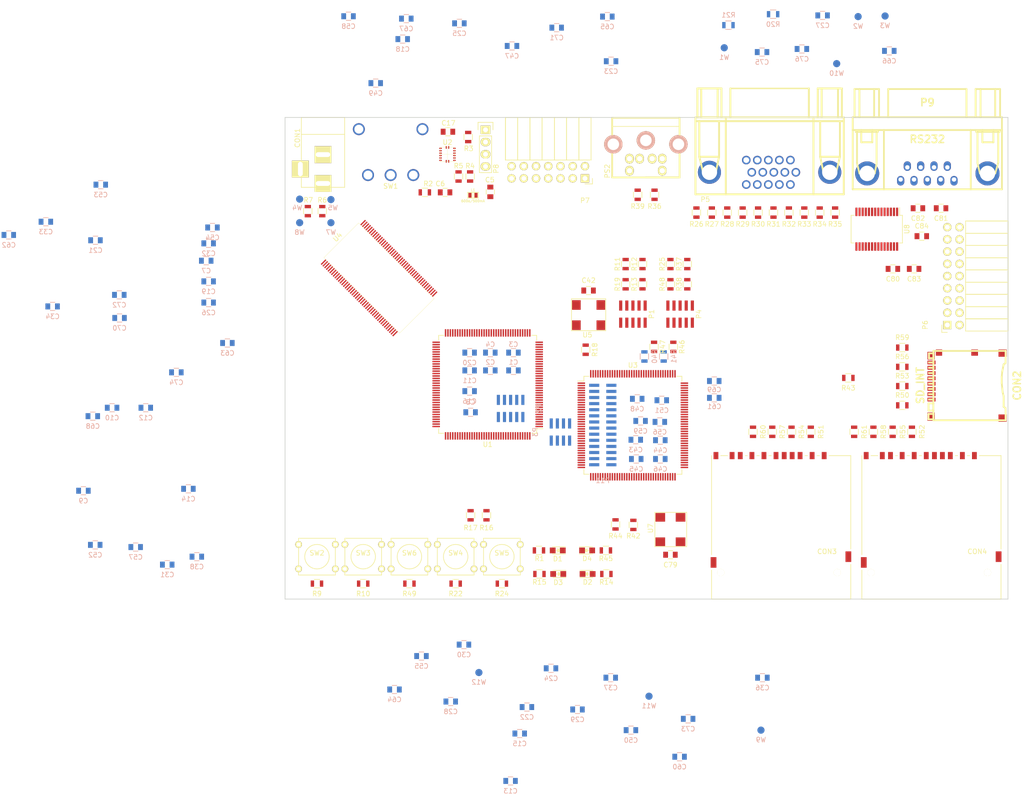
<source format=kicad_pcb>
(kicad_pcb (version 20160815) (host pcbnew 201610061319+7281~55~ubuntu16.04.1-)
  (layers (0 F.Cu signal) (1 Gnd.Cu power) (2 Pwr.Cu power) (31 B.Cu signal) (34 B.Paste user) (35 F.Paste user) (36 B.SilkS user) (37 F.SilkS user) (38 B.Mask user) (39 F.Mask user) (44 Edge.Cuts user))
  (net 0 "")
  (net 1 VCC)
  (net 2 GND)
  (net 3 VEE)
  (net 4 +3V3)
  (net 5 VAA)
  (net 6 +5V)
  (net 7 "Net-(CON1-Pad1)")
  (net 8 "Net-(CON2-Pad8)")
  (net 9 /SPI_MISO)
  (net 10 /SPI_SCLK)
  (net 11 /SPI_MOSI)
  (net 12 /SPI_SS0)
  (net 13 "Net-(CON2-Pad1)")
  (net 14 "Net-(D1-Pad2)")
  (net 15 "Net-(D2-Pad2)")
  (net 16 "Net-(D3-Pad2)")
  (net 17 "Net-(D4-Pad2)")
  (net 18 /PRI_TCK)
  (net 19 /PRI_TDO)
  (net 20 /PRI_TMS)
  (net 21 "Net-(P1-Pad6)")
  (net 22 "Net-(P1-Pad7)")
  (net 23 /PRI_JTAGEN)
  (net 24 /PRI_TDI)
  (net 25 /PRI_CONFSEL)
  (net 26 /PRI_DBG0)
  (net 27 /PRI_FDBG)
  (net 28 /PRI_DBG1)
  (net 29 /PRI_DBGRX)
  (net 30 /PRI_DBG2)
  (net 31 /PRI_DBGTX)
  (net 32 /PRI_DBG3)
  (net 33 /PRI_DBG5)
  (net 34 /PRI_DBG4)
  (net 35 /AUX_CONFSEL)
  (net 36 /AUX_DBG2)
  (net 37 /AUX_DBG0)
  (net 38 /AUX_DBG3)
  (net 39 /AUX_DBG1)
  (net 40 /AUX_DBG4)
  (net 41 /AUX_TDI)
  (net 42 /AUX_JTAGEN)
  (net 43 "Net-(P4-Pad7)")
  (net 44 "Net-(P4-Pad6)")
  (net 45 /AUX_TMS)
  (net 46 /AUX_TDO)
  (net 47 /AUX_TCK)
  (net 48 "Net-(P5-Pad1)")
  (net 49 "Net-(P5-Pad2)")
  (net 50 "Net-(P5-Pad3)")
  (net 51 "Net-(P5-Pad4)")
  (net 52 "Net-(P5-Pad9)")
  (net 53 /GIO_PIN0)
  (net 54 /GIO_PIN8)
  (net 55 /GIO_PIN1)
  (net 56 /GIO_PIN9)
  (net 57 /GIO_PIN2)
  (net 58 /GIO_PIN10)
  (net 59 /GIO_PIN3)
  (net 60 /GIO_PIN11)
  (net 61 /GIO_PIN4)
  (net 62 /GIO_PIN12)
  (net 63 /GIO_PIN5)
  (net 64 /GIO_PIN13)
  (net 65 /GIO_PIN6)
  (net 66 /GIO_PIN14)
  (net 67 /GIO_PIN7)
  (net 68 /GIO_PIN15)
  (net 69 /EXB_MISO0)
  (net 70 /EXB_MOSI0)
  (net 71 /EXB_MISO1)
  (net 72 /EXB_MOSI1)
  (net 73 /EXB_MISO2)
  (net 74 /EXB_MOSI2)
  (net 75 /EXB_MISO3)
  (net 76 /EXB_MOSI3)
  (net 77 /EXB_SS0)
  (net 78 /EXB_SS1)
  (net 79 /EXB_INT)
  (net 80 /EXB_CLK)
  (net 81 /TTL_RX)
  (net 82 /TTL_TX)
  (net 83 /TTL_RTS)
  (net 84 "Net-(P9-Pad9)")
  (net 85 /SER_CTS)
  (net 86 /SER_RTS)
  (net 87 /SER_DSR)
  (net 88 /SER_DTR)
  (net 89 /SER_TX)
  (net 90 /SER_RX)
  (net 91 /SER_DCD)
  (net 92 "Net-(R3-Pad1)")
  (net 93 "Net-(R4-Pad1)")
  (net 94 "Net-(R5-Pad1)")
  (net 95 /PRI_INT)
  (net 96 /PRI_RST)
  (net 97 /PRI_CONFDONE)
  (net 98 /PRI_FHLT)
  (net 99 /PRI_NSTATUS)
  (net 100 /PRI_CRCERR)
  (net 101 /PRI_DEVCLRN)
  (net 102 /PRI_DEVOE)
  (net 103 /PRI_NCONFIG)
  (net 104 /AUX_NCONFIG)
  (net 105 /VGA_R0)
  (net 106 /VGA_R1)
  (net 107 /VGA_R2)
  (net 108 /VGA_G0)
  (net 109 /VGA_G1)
  (net 110 /VGA_G2)
  (net 111 /VGA_B0)
  (net 112 /VGA_B1)
  (net 113 /VGA_HS)
  (net 114 "Net-(P5-Pad13)")
  (net 115 "Net-(P5-Pad14)")
  (net 116 /VGA_VS)
  (net 117 /AUX_DEVCLRN)
  (net 118 /AUX_DEVOE)
  (net 119 /AUX_CONFDONE)
  (net 120 /AUX_NSTATUS)
  (net 121 /AUX_CRCERR)
  (net 122 /AUX_RST)
  (net 123 /SPI_SS1)
  (net 124 /SPI_SS2)
  (net 125 /BUS_INT)
  (net 126 /MEM_CASn)
  (net 127 /MEM_WEn)
  (net 128 /MEM_CSn)
  (net 129 /MEM_RASn)
  (net 130 /MEM_CLK)
  (net 131 /MEM_CKE)
  (net 132 /MEM_A10)
  (net 133 /MEM_A9)
  (net 134 /MEM_A8)
  (net 135 /MEM_A6)
  (net 136 /MEM_A7)
  (net 137 /MEM_A5)
  (net 138 /MEM_A4)
  (net 139 /MEM_A11)
  (net 140 /MEM_A3)
  (net 141 /MEM_A2)
  (net 142 /MEM_A1)
  (net 143 /MEM_A0)
  (net 144 /MEM_DQ31)
  (net 145 /MEM_DQ30)
  (net 146 /MEM_DQ29)
  (net 147 /MEM_DQ7)
  (net 148 /MEM_DQ9)
  (net 149 /MEM_DQ6)
  (net 150 /MEM_DQ8)
  (net 151 /MEM_DQ5)
  (net 152 /MEM_DQ11)
  (net 153 /MEM_DQ4)
  (net 154 /MEM_DQ10)
  (net 155 /MEM_DQ1)
  (net 156 /MEM_DQ3)
  (net 157 /MEM_DQ0)
  (net 158 /MEM_DQ2)
  (net 159 /MEM_BA1)
  (net 160 /PRI_CLK)
  (net 161 /BUS_SS1)
  (net 162 /BUS_CLK)
  (net 163 /BUS_MISO7)
  (net 164 /BUS_SS0)
  (net 165 /MEM_BA0)
  (net 166 /MEM_DQ23)
  (net 167 /MEM_DQ22)
  (net 168 /MEM_DQ15)
  (net 169 /MEM_DQ14)
  (net 170 /MEM_DQ13)
  (net 171 /MEM_DQ12)
  (net 172 /MEM_DQ19)
  (net 173 /MEM_DQ18)
  (net 174 /MEM_DQ28)
  (net 175 /MEM_DQ17)
  (net 176 /MEM_DQ16)
  (net 177 /MEM_DQ27)
  (net 178 /MEM_DQ26)
  (net 179 /MEM_DQ25)
  (net 180 /MEM_DQ24)
  (net 181 /MEM_DQ21)
  (net 182 /MEM_DQ20)
  (net 183 /BUS_MISO5)
  (net 184 /BUS_MISO4)
  (net 185 /BUS_MISO6)
  (net 186 /BUS_MISO3)
  (net 187 /BUS_MISO2)
  (net 188 /BUS_MISO1)
  (net 189 /BUS_MISO0)
  (net 190 /MEM_DQM3)
  (net 191 /MEM_DQM2)
  (net 192 /MEM_DQM1)
  (net 193 /MEM_DQM0)
  (net 194 /BUS_MOSI7)
  (net 195 /BUS_MOSI6)
  (net 196 /BUS_MOSI5)
  (net 197 /BUS_MOSI4)
  (net 198 /BUS_MOSI3)
  (net 199 /BUS_MOSI2)
  (net 200 /BUS_MOSI1)
  (net 201 /BUS_MOSI0)
  (net 202 "Net-(U2-Pad1)")
  (net 203 "Net-(U2-Pad4)")
  (net 204 "Net-(U4-Pad14)")
  (net 205 "Net-(U4-Pad30)")
  (net 206 /AUX_CLK)
  (net 207 /SPI_WP0)
  (net 208 /SPI_WP1)
  (net 209 /SPI_CD0)
  (net 210 /SPI_CD1)
  (net 211 "Net-(CON3-Pad9)")
  (net 212 "Net-(CON3-Pad8)")
  (net 213 "Net-(CON4-Pad8)")
  (net 214 "Net-(CON4-Pad9)")
  (net 215 "Net-(P5-Pad11)")
  (net 216 "Net-(P5-Pad12)")
  (net 217 "Net-(P5-Pad15)")
  (net 218 "Net-(P10-Pad2)")
  (net 219 "Net-(P10-Pad6)")
  (net 220 "Net-(U2-Pad16)")
  (net 221 "Net-(U2-Pad15)")
  (net 222 "Net-(U2-Pad9)")
  (net 223 "Net-(U4-Pad73)")
  (net 224 "Net-(U4-Pad70)")
  (net 225 "Net-(U4-Pad69)")
  (net 226 "Net-(U4-Pad57)")
  (net 227 "Net-(C80-Pad1)")
  (net 228 "Net-(C81-Pad1)")
  (net 229 "Net-(C81-Pad2)")
  (net 230 "Net-(C82-Pad2)")
  (net 231 "Net-(C83-Pad1)")
  (net 232 "Net-(C83-Pad2)")
  (net 233 /AUX_DBG5)
  (net 234 /AUX_DBG6)
  (net 235 "Net-(P9-Pad3)")
  (net 236 "Net-(P9-Pad2)")
  (net 237 "Net-(P9-Pad1)")
  (net 238 "Net-(P9-Pad4)")
  (net 239 "Net-(P9-Pad8)")
  (net 240 "Net-(P9-Pad7)")
  (net 241 "Net-(P9-Pad6)")
  (net 242 /PS2_CLK)
  (net 243 /PS2_DAT)
  (net 244 "Net-(U8-Pad8)")
  (net 245 "Net-(U8-Pad19)")
  (net 246 "Net-(U8-Pad20)")
  (net 247 "Net-(U8-Pad21)")
  (net 248 GNDA)
  (module altera:SW_SLIDE_PWR (layer F.Cu) (at 91.9 50.7)
    (fp_text reference SW1 (at 0 2.31) (layer F.SilkS))
    (fp_text value POWER)
    (pad 1 thru_hole circle (at 4.7 0) (size 2.5 2.5) (drill 1.85) (layers *.Cu *.Mask) (net 7 "Net-(CON1-Pad1)"))
    (pad 2 thru_hole circle (at 0 0) (size 2.5 2.5) (drill 1.85) (layers *.Cu *.Mask) (net 6 +5V))
    (pad 3 thru_hole circle (at -4.7 0) (size 2.5 2.5) (drill 1.85) (layers *.Cu *.Mask))
    (pad 4 thru_hole circle (at -6.605 -9.53) (size 2.5 2.5) (drill 1.85) (layers *.Cu *.Mask))
    (pad 5 thru_hole circle (at 6.605 -9.53) (size 2.5 2.5) (drill 1.85) (layers *.Cu *.Mask))
  )
  (module din:00JG-MiniDin6 (layer F.Cu) (at 144.9 38.8)
    (fp_text reference P10 hide)
    (fp_text value PS2 (at -8 11.1 90) (layer F.SilkS) (effects (font (size 1.016 1.016) (thickness 0.1524))))
    (pad 3 thru_hole circle (at 6.76 5.51) (size 3.81 3.81) (drill 2.4) (layers *.Cu *.SilkS *.Mask) (net 2 GND))
    (pad 3 thru_hole circle (at -6.76 5.51) (size 3.81 3.81) (drill 2.4) (layers *.Cu *.SilkS *.Mask) (net 2 GND))
    (pad 3 thru_hole oval (at -3.4 8.5) (size 1.778 2.032) (drill 1.1) (layers *.Cu *.Mask F.SilkS) (net 2 GND))
    (pad 5 thru_hole oval (at -3.4 11) (size 1.778 2.032) (drill 1.1) (layers *.Cu *.Mask F.SilkS) (net 242 /PS2_CLK))
    (pad 4 thru_hole oval (at 3.4 8.5) (size 1.778 2.032) (drill 1.1) (layers *.Cu *.Mask F.SilkS) (net 6 +5V))
    (pad 3 thru_hole circle (at 0 4.7) (size 3.81 3.81) (drill 2.4) (layers *.Cu *.SilkS *.Mask) (net 2 GND))
    (pad 6 thru_hole oval (at 3.4 11) (size 1.778 2.032) (drill 1.1) (layers *.Cu *.Mask F.SilkS) (net 219 "Net-(P10-Pad6)"))
    (pad 1 thru_hole oval (at -1.3 8.5) (size 1.778 2.032) (drill 1.1) (layers *.Cu *.Mask F.SilkS) (net 243 /PS2_DAT))
    (pad 2 thru_hole oval (at 1.3 8.5) (size 1.778 2.032) (drill 1.1) (layers *.Cu *.Mask F.SilkS) (net 218 "Net-(P10-Pad2)"))
  )
  (module w_smd_inductors:inductor_smd_0603 (layer F.Cu) (at 109 54.9)
    (fp_text reference L1 (at 0 -1.09982) (layer F.SilkS) (effects (font (size 0.49784 0.49784) (thickness 0.09906))))
    (fp_text value 600o/500mA (at 0 1.19888) (layer F.SilkS) (effects (font (size 0.49784 0.49784) (thickness 0.09906))))
    (pad 2 smd rect (at 0.63754 0) (size 0.635 1.016) (layers F.Cu F.Paste F.Mask) (net 3 VEE))
    (pad 1 smd rect (at -0.63754 0) (size 0.635 1.016) (layers F.Cu F.Paste F.Mask) (net 4 +3V3))
  )
  (module Capacitors_SMD:C_0805 (layer B.Cu) (at 117.4 91.3 180)
    (fp_text reference C1 (at 0 1.7 180) (layer B.SilkS) (effects (justify mirror)))
    (fp_text value 0.1u)
    (pad 2 smd rect (at 1 0 180) (size 1 1.25) (layers B.Cu B.Paste B.Mask) (net 2 GND))
    (pad 1 smd rect (at -1 0 180) (size 1 1.25) (layers B.Cu B.Paste B.Mask) (net 1 VCC))
  )
  (module Capacitors_SMD:C_0805 (layer B.Cu) (at 112.6 91.3)
    (fp_text reference C2 (at 0 -1.7) (layer B.SilkS) (effects (justify mirror)))
    (fp_text value 0.1u)
    (pad 1 smd rect (at -1 0) (size 1 1.25) (layers B.Cu B.Paste B.Mask) (net 1 VCC))
    (pad 2 smd rect (at 1 0) (size 1 1.25) (layers B.Cu B.Paste B.Mask) (net 2 GND))
  )
  (module Capacitors_SMD:C_0805 (layer B.Cu) (at 117.4 87.6 180)
    (fp_text reference C3 (at 0 1.7 180) (layer B.SilkS) (effects (justify mirror)))
    (fp_text value 0.1u)
    (pad 2 smd rect (at 1 0 180) (size 1 1.25) (layers B.Cu B.Paste B.Mask) (net 2 GND))
    (pad 1 smd rect (at -1 0 180) (size 1 1.25) (layers B.Cu B.Paste B.Mask) (net 1 VCC))
  )
  (module Capacitors_SMD:C_0805 (layer B.Cu) (at 112.6 87.6)
    (fp_text reference C4 (at 0 -1.7) (layer B.SilkS) (effects (justify mirror)))
    (fp_text value 0.1u)
    (pad 1 smd rect (at -1 0) (size 1 1.25) (layers B.Cu B.Paste B.Mask) (net 1 VCC))
    (pad 2 smd rect (at 1 0) (size 1 1.25) (layers B.Cu B.Paste B.Mask) (net 2 GND))
  )
  (module Capacitors_SMD:C_0805 (layer F.Cu) (at 112.6 54.2 90)
    (fp_text reference C5 (at 2.5 -0.1 180) (layer F.SilkS))
    (fp_text value 10u)
    (pad 1 smd rect (at -1 0 90) (size 1 1.25) (layers F.Cu F.Paste F.Mask) (net 3 VEE))
    (pad 2 smd rect (at 1 0 90) (size 1 1.25) (layers F.Cu F.Paste F.Mask) (net 248 GNDA))
  )
  (module Capacitors_SMD:C_0805 (layer F.Cu) (at 103.2 54.3)
    (fp_text reference C6 (at -1 -1.8) (layer F.SilkS))
    (fp_text value 47u/16v)
    (pad 1 smd rect (at -1 0) (size 1 1.25) (layers F.Cu F.Paste F.Mask) (net 4 +3V3))
    (pad 2 smd rect (at 1 0) (size 1 1.25) (layers F.Cu F.Paste F.Mask) (net 2 GND))
  )
  (module Capacitors_SMD:C_0805 (layer B.Cu) (at 53.6 68.5)
    (fp_text reference C7 (at 0 2.1) (layer B.SilkS) (effects (justify mirror)))
    (fp_text value 0.1u)
    (pad 2 smd rect (at 1 0) (size 1 1.25) (layers B.Cu B.Paste B.Mask) (net 2 GND))
    (pad 1 smd rect (at -1 0) (size 1 1.25) (layers B.Cu B.Paste B.Mask) (net 3 VEE))
  )
  (module Capacitors_SMD:C_0805 (layer B.Cu) (at 108.5 100 180)
    (fp_text reference C8 (at 0 2.1 180) (layer B.SilkS) (effects (justify mirror)))
    (fp_text value 0.1u)
    (pad 2 smd rect (at 1 0 180) (size 1 1.25) (layers B.Cu B.Paste B.Mask) (net 2 GND))
    (pad 1 smd rect (at -1 0 180) (size 1 1.25) (layers B.Cu B.Paste B.Mask) (net 1 VCC))
  )
  (module Capacitors_SMD:C_0805 (layer B.Cu) (at 28.1 116.3)
    (fp_text reference C9 (at 0 2.1) (layer B.SilkS) (effects (justify mirror)))
    (fp_text value 0.1u)
    (pad 2 smd rect (at 1 0) (size 1 1.25) (layers B.Cu B.Paste B.Mask) (net 2 GND))
    (pad 1 smd rect (at -1 0) (size 1 1.25) (layers B.Cu B.Paste B.Mask) (net 5 VAA))
  )
  (module Capacitors_SMD:C_0805 (layer B.Cu) (at 34.05 99.05)
    (fp_text reference C10 (at 0 2.1) (layer B.SilkS) (effects (justify mirror)))
    (fp_text value 0.1u)
    (pad 1 smd rect (at -1 0) (size 1 1.25) (layers B.Cu B.Paste B.Mask) (net 3 VEE))
    (pad 2 smd rect (at 1 0) (size 1 1.25) (layers B.Cu B.Paste B.Mask) (net 2 GND))
  )
  (module Capacitors_SMD:C_0805 (layer B.Cu) (at 108.3 91.3)
    (fp_text reference C11 (at 0 2.1) (layer B.SilkS) (effects (justify mirror)))
    (fp_text value 0.1u)
    (pad 1 smd rect (at -1 0) (size 1 1.25) (layers B.Cu B.Paste B.Mask) (net 1 VCC))
    (pad 2 smd rect (at 1 0) (size 1 1.25) (layers B.Cu B.Paste B.Mask) (net 2 GND))
  )
  (module Capacitors_SMD:C_0805 (layer B.Cu) (at 41.05 99.05)
    (fp_text reference C12 (at 0 2.1) (layer B.SilkS) (effects (justify mirror)))
    (fp_text value 1u)
    (pad 1 smd rect (at -1 0) (size 1 1.25) (layers B.Cu B.Paste B.Mask) (net 5 VAA))
    (pad 2 smd rect (at 1 0) (size 1 1.25) (layers B.Cu B.Paste B.Mask) (net 2 GND))
  )
  (module Capacitors_SMD:C_0805 (layer B.Cu) (at 116.8 176.6)
    (fp_text reference C13 (at 0 2.1) (layer B.SilkS) (effects (justify mirror)))
    (fp_text value 0.1u)
    (pad 1 smd rect (at -1 0) (size 1 1.25) (layers B.Cu B.Paste B.Mask) (net 5 VAA))
    (pad 2 smd rect (at 1 0) (size 1 1.25) (layers B.Cu B.Paste B.Mask) (net 2 GND))
  )
  (module Capacitors_SMD:C_0805 (layer B.Cu) (at 49.9 115.9)
    (fp_text reference C14 (at 0 2.1) (layer B.SilkS) (effects (justify mirror)))
    (fp_text value 0.1u)
    (pad 2 smd rect (at 1 0) (size 1 1.25) (layers B.Cu B.Paste B.Mask) (net 2 GND))
    (pad 1 smd rect (at -1 0) (size 1 1.25) (layers B.Cu B.Paste B.Mask) (net 3 VEE))
  )
  (module Capacitors_SMD:C_0805 (layer B.Cu) (at 118.7 166.75)
    (fp_text reference C15 (at 0 2.1) (layer B.SilkS) (effects (justify mirror)))
    (fp_text value 1u)
    (pad 2 smd rect (at 1 0) (size 1 1.25) (layers B.Cu B.Paste B.Mask) (net 2 GND))
    (pad 1 smd rect (at -1 0) (size 1 1.25) (layers B.Cu B.Paste B.Mask) (net 5 VAA))
  )
  (module Capacitors_SMD:C_0805 (layer B.Cu) (at 108.3 95.6)
    (fp_text reference C16 (at 0 2.1) (layer B.SilkS) (effects (justify mirror)))
    (fp_text value 0.1u)
    (pad 2 smd rect (at 1 0) (size 1 1.25) (layers B.Cu B.Paste B.Mask) (net 2 GND))
    (pad 1 smd rect (at -1 0) (size 1 1.25) (layers B.Cu B.Paste B.Mask) (net 1 VCC))
  )
  (module Capacitors_SMD:C_0805 (layer F.Cu) (at 103.8 41.7 180)
    (fp_text reference C17 (at -0.1 1.8 180) (layer F.SilkS))
    (fp_text value 4.7u)
    (pad 2 smd rect (at 1 0 180) (size 1 1.25) (layers F.Cu F.Paste F.Mask) (net 2 GND))
    (pad 1 smd rect (at -1 0 180) (size 1 1.25) (layers F.Cu F.Paste F.Mask) (net 6 +5V))
  )
  (module Capacitors_SMD:C_0805 (layer B.Cu) (at 94.4 22.45)
    (fp_text reference C18 (at 0 2.1) (layer B.SilkS) (effects (justify mirror)))
    (fp_text value 0.1u)
    (pad 2 smd rect (at 1 0) (size 1 1.25) (layers B.Cu B.Paste B.Mask) (net 2 GND))
    (pad 1 smd rect (at -1 0) (size 1 1.25) (layers B.Cu B.Paste B.Mask) (net 5 VAA))
  )
  (module Capacitors_SMD:C_0805 (layer B.Cu) (at 54.1 72.8)
    (fp_text reference C19 (at 0 2.1) (layer B.SilkS) (effects (justify mirror)))
    (fp_text value 0.1u)
    (pad 1 smd rect (at -1 0) (size 1 1.25) (layers B.Cu B.Paste B.Mask) (net 3 VEE))
    (pad 2 smd rect (at 1 0) (size 1 1.25) (layers B.Cu B.Paste B.Mask) (net 2 GND))
  )
  (module Capacitors_SMD:C_0805 (layer B.Cu) (at 108.3 87.6)
    (fp_text reference C20 (at 0 2.1) (layer B.SilkS) (effects (justify mirror)))
    (fp_text value 0.1u)
    (pad 1 smd rect (at -1 0) (size 1 1.25) (layers B.Cu B.Paste B.Mask) (net 1 VCC))
    (pad 2 smd rect (at 1 0) (size 1 1.25) (layers B.Cu B.Paste B.Mask) (net 2 GND))
  )
  (module Capacitors_SMD:C_0805 (layer B.Cu) (at 30.6 64.25)
    (fp_text reference C21 (at 0 2.1) (layer B.SilkS) (effects (justify mirror)))
    (fp_text value 1u)
    (pad 1 smd rect (at -1 0) (size 1 1.25) (layers B.Cu B.Paste B.Mask) (net 5 VAA))
    (pad 2 smd rect (at 1 0) (size 1 1.25) (layers B.Cu B.Paste B.Mask) (net 2 GND))
  )
  (module Capacitors_SMD:C_0805 (layer B.Cu) (at 120.2 161.25)
    (fp_text reference C22 (at 0 2.1) (layer B.SilkS) (effects (justify mirror)))
    (fp_text value 0.1u)
    (pad 2 smd rect (at 1 0) (size 1 1.25) (layers B.Cu B.Paste B.Mask) (net 2 GND))
    (pad 1 smd rect (at -1 0) (size 1 1.25) (layers B.Cu B.Paste B.Mask) (net 5 VAA))
  )
  (module Capacitors_SMD:C_0805 (layer B.Cu) (at 137.675 27.05)
    (fp_text reference C23 (at 0 2.1) (layer B.SilkS) (effects (justify mirror)))
    (fp_text value 0.1u)
    (pad 2 smd rect (at 1 0) (size 1 1.25) (layers B.Cu B.Paste B.Mask) (net 2 GND))
    (pad 1 smd rect (at -1 0) (size 1 1.25) (layers B.Cu B.Paste B.Mask) (net 3 VEE))
  )
  (module Capacitors_SMD:C_0805 (layer B.Cu) (at 125.2 153.2)
    (fp_text reference C24 (at 0 2.1) (layer B.SilkS) (effects (justify mirror)))
    (fp_text value 1u)
    (pad 1 smd rect (at -1 0) (size 1 1.25) (layers B.Cu B.Paste B.Mask) (net 5 VAA))
    (pad 2 smd rect (at 1 0) (size 1 1.25) (layers B.Cu B.Paste B.Mask) (net 2 GND))
  )
  (module Capacitors_SMD:C_0805 (layer B.Cu) (at 106.175 19.175)
    (fp_text reference C25 (at 0 2.1) (layer B.SilkS) (effects (justify mirror)))
    (fp_text value 0.1u)
    (pad 2 smd rect (at 1 0) (size 1 1.25) (layers B.Cu B.Paste B.Mask) (net 2 GND))
    (pad 1 smd rect (at -1 0) (size 1 1.25) (layers B.Cu B.Paste B.Mask) (net 5 VAA))
  )
  (module Capacitors_SMD:C_0805 (layer B.Cu) (at 54.1 77.2)
    (fp_text reference C26 (at 0 2.1) (layer B.SilkS) (effects (justify mirror)))
    (fp_text value 0.1u)
    (pad 1 smd rect (at -1 0) (size 1 1.25) (layers B.Cu B.Paste B.Mask) (net 3 VEE))
    (pad 2 smd rect (at 1 0) (size 1 1.25) (layers B.Cu B.Paste B.Mask) (net 2 GND))
  )
  (module Capacitors_SMD:C_0805 (layer B.Cu) (at 181.6 17.525)
    (fp_text reference C27 (at 0 2.1) (layer B.SilkS) (effects (justify mirror)))
    (fp_text value 1u)
    (pad 1 smd rect (at -1 0) (size 1 1.25) (layers B.Cu B.Paste B.Mask) (net 5 VAA))
    (pad 2 smd rect (at 1 0) (size 1 1.25) (layers B.Cu B.Paste B.Mask) (net 2 GND))
  )
  (module Capacitors_SMD:C_0805 (layer B.Cu) (at 104.375 160.1)
    (fp_text reference C28 (at 0 2.1) (layer B.SilkS) (effects (justify mirror)))
    (fp_text value 0.1u)
    (pad 2 smd rect (at 1 0) (size 1 1.25) (layers B.Cu B.Paste B.Mask) (net 2 GND))
    (pad 1 smd rect (at -1 0) (size 1 1.25) (layers B.Cu B.Paste B.Mask) (net 5 VAA))
  )
  (module Capacitors_SMD:C_0805 (layer B.Cu) (at 130.7 161.75)
    (fp_text reference C29 (at 0 2.1) (layer B.SilkS) (effects (justify mirror)))
    (fp_text value 0.1u)
    (pad 2 smd rect (at 1 0) (size 1 1.25) (layers B.Cu B.Paste B.Mask) (net 2 GND))
    (pad 1 smd rect (at -1 0) (size 1 1.25) (layers B.Cu B.Paste B.Mask) (net 3 VEE))
  )
  (module Capacitors_SMD:C_0805 (layer B.Cu) (at 107.125 148.275)
    (fp_text reference C30 (at 0 2.1) (layer B.SilkS) (effects (justify mirror)))
    (fp_text value 1u)
    (pad 1 smd rect (at -1 0) (size 1 1.25) (layers B.Cu B.Paste B.Mask) (net 5 VAA))
    (pad 2 smd rect (at 1 0) (size 1 1.25) (layers B.Cu B.Paste B.Mask) (net 2 GND))
  )
  (module Capacitors_SMD:C_0805 (layer B.Cu) (at 45.5 131.65)
    (fp_text reference C31 (at 0 2.1) (layer B.SilkS) (effects (justify mirror)))
    (fp_text value 0.1u)
    (pad 2 smd rect (at 1 0) (size 1 1.25) (layers B.Cu B.Paste B.Mask) (net 2 GND))
    (pad 1 smd rect (at -1 0) (size 1 1.25) (layers B.Cu B.Paste B.Mask) (net 5 VAA))
  )
  (module Capacitors_SMD:C_0805 (layer B.Cu) (at 54.1 64.9)
    (fp_text reference C32 (at 0 2.1) (layer B.SilkS) (effects (justify mirror)))
    (fp_text value 0.1u)
    (pad 1 smd rect (at -1 0) (size 1 1.25) (layers B.Cu B.Paste B.Mask) (net 3 VEE))
    (pad 2 smd rect (at 1 0) (size 1 1.25) (layers B.Cu B.Paste B.Mask) (net 2 GND))
  )
  (module Capacitors_SMD:C_0805 (layer B.Cu) (at 20.3 60.4)
    (fp_text reference C33 (at 0 2.1) (layer B.SilkS) (effects (justify mirror)))
    (fp_text value 1u)
    (pad 1 smd rect (at -1 0) (size 1 1.25) (layers B.Cu B.Paste B.Mask) (net 5 VAA))
    (pad 2 smd rect (at 1 0) (size 1 1.25) (layers B.Cu B.Paste B.Mask) (net 2 GND))
  )
  (module Capacitors_SMD:C_0805 (layer B.Cu) (at 21.7 78)
    (fp_text reference C34 (at 0 2.1) (layer B.SilkS) (effects (justify mirror)))
    (fp_text value 0.1u)
    (pad 2 smd rect (at 1 0) (size 1 1.25) (layers B.Cu B.Paste B.Mask) (net 2 GND))
    (pad 1 smd rect (at -1 0) (size 1 1.25) (layers B.Cu B.Paste B.Mask) (net 5 VAA))
  )
  (module Capacitors_SMD:C_0805 (layer B.Cu) (at 169.1 155.15)
    (fp_text reference C36 (at 0 2.1) (layer B.SilkS) (effects (justify mirror)))
    (fp_text value 1u)
    (pad 1 smd rect (at -1 0) (size 1 1.25) (layers B.Cu B.Paste B.Mask) (net 5 VAA))
    (pad 2 smd rect (at 1 0) (size 1 1.25) (layers B.Cu B.Paste B.Mask) (net 2 GND))
  )
  (module Capacitors_SMD:C_0805 (layer B.Cu) (at 137.6 155.15)
    (fp_text reference C37 (at 0 2.1) (layer B.SilkS) (effects (justify mirror)))
    (fp_text value 0.1u)
    (pad 1 smd rect (at -1 0) (size 1 1.25) (layers B.Cu B.Paste B.Mask) (net 5 VAA))
    (pad 2 smd rect (at 1 0) (size 1 1.25) (layers B.Cu B.Paste B.Mask) (net 2 GND))
  )
  (module Capacitors_SMD:C_0805 (layer B.Cu) (at 51.65 130)
    (fp_text reference C38 (at 0 2.1) (layer B.SilkS) (effects (justify mirror)))
    (fp_text value 1u)
    (pad 2 smd rect (at 1 0) (size 1 1.25) (layers B.Cu B.Paste B.Mask) (net 2 GND))
    (pad 1 smd rect (at -1 0) (size 1 1.25) (layers B.Cu B.Paste B.Mask) (net 5 VAA))
  )
  (module Capacitors_SMD:C_0805 (layer F.Cu) (at 133 74.7)
    (fp_text reference C42 (at 0 -2.1) (layer F.SilkS))
    (fp_text value 0.1u)
    (pad 2 smd rect (at 1 0) (size 1 1.25) (layers F.Cu F.Paste F.Mask) (net 1 VCC))
    (pad 1 smd rect (at -1 0) (size 1 1.25) (layers F.Cu F.Paste F.Mask) (net 2 GND))
  )
  (module Capacitors_SMD:C_0805 (layer B.Cu) (at 142.8 105.7)
    (fp_text reference C43 (at 0 2.1) (layer B.SilkS) (effects (justify mirror)))
    (fp_text value 0.1u)
    (pad 1 smd rect (at -1 0) (size 1 1.25) (layers B.Cu B.Paste B.Mask) (net 1 VCC))
    (pad 2 smd rect (at 1 0) (size 1 1.25) (layers B.Cu B.Paste B.Mask) (net 2 GND))
  )
  (module Capacitors_SMD:C_0805 (layer B.Cu) (at 147.9 105.8)
    (fp_text reference C44 (at 0 2.1) (layer B.SilkS) (effects (justify mirror)))
    (fp_text value 0.1u)
    (pad 2 smd rect (at 1 0) (size 1 1.25) (layers B.Cu B.Paste B.Mask) (net 2 GND))
    (pad 1 smd rect (at -1 0) (size 1 1.25) (layers B.Cu B.Paste B.Mask) (net 1 VCC))
  )
  (module Capacitors_SMD:C_0805 (layer B.Cu) (at 142.9 109.7)
    (fp_text reference C45 (at 0 2.1) (layer B.SilkS) (effects (justify mirror)))
    (fp_text value 0.1u)
    (pad 1 smd rect (at -1 0) (size 1 1.25) (layers B.Cu B.Paste B.Mask) (net 1 VCC))
    (pad 2 smd rect (at 1 0) (size 1 1.25) (layers B.Cu B.Paste B.Mask) (net 2 GND))
  )
  (module Capacitors_SMD:C_0805 (layer B.Cu) (at 147.9 109.7)
    (fp_text reference C46 (at 0 2.1) (layer B.SilkS) (effects (justify mirror)))
    (fp_text value 0.1u)
    (pad 2 smd rect (at 1 0) (size 1 1.25) (layers B.Cu B.Paste B.Mask) (net 2 GND))
    (pad 1 smd rect (at -1 0) (size 1 1.25) (layers B.Cu B.Paste B.Mask) (net 1 VCC))
  )
  (module Capacitors_SMD:C_0805 (layer B.Cu) (at 117.1 23.875)
    (fp_text reference C47 (at 0 2.1) (layer B.SilkS) (effects (justify mirror)))
    (fp_text value 0.1u)
    (pad 1 smd rect (at -1 0) (size 1 1.25) (layers B.Cu B.Paste B.Mask) (net 3 VEE))
    (pad 2 smd rect (at 1 0) (size 1 1.25) (layers B.Cu B.Paste B.Mask) (net 2 GND))
  )
  (module Capacitors_SMD:C_0805 (layer B.Cu) (at 143.1 97.2)
    (fp_text reference C48 (at 0 2.1) (layer B.SilkS) (effects (justify mirror)))
    (fp_text value 0.1u)
    (pad 1 smd rect (at -1 0) (size 1 1.25) (layers B.Cu B.Paste B.Mask) (net 1 VCC))
    (pad 2 smd rect (at 1 0) (size 1 1.25) (layers B.Cu B.Paste B.Mask) (net 2 GND))
  )
  (module Capacitors_SMD:C_0805 (layer B.Cu) (at 88.8 31.6)
    (fp_text reference C49 (at 0 2.1) (layer B.SilkS) (effects (justify mirror)))
    (fp_text value 0.1u)
    (pad 1 smd rect (at -1 0) (size 1 1.25) (layers B.Cu B.Paste B.Mask) (net 5 VAA))
    (pad 2 smd rect (at 1 0) (size 1 1.25) (layers B.Cu B.Paste B.Mask) (net 2 GND))
  )
  (module Capacitors_SMD:C_0805 (layer B.Cu) (at 141.8 166.05)
    (fp_text reference C50 (at 0 2.1) (layer B.SilkS) (effects (justify mirror)))
    (fp_text value 0.1u)
    (pad 2 smd rect (at 1 0) (size 1 1.25) (layers B.Cu B.Paste B.Mask) (net 2 GND))
    (pad 1 smd rect (at -1 0) (size 1 1.25) (layers B.Cu B.Paste B.Mask) (net 3 VEE))
  )
  (module Capacitors_SMD:C_0805 (layer B.Cu) (at 148.2 97.5)
    (fp_text reference C51 (at 0 2.1) (layer B.SilkS) (effects (justify mirror)))
    (fp_text value 0.1u)
    (pad 2 smd rect (at 1 0) (size 1 1.25) (layers B.Cu B.Paste B.Mask) (net 2 GND))
    (pad 1 smd rect (at -1 0) (size 1 1.25) (layers B.Cu B.Paste B.Mask) (net 1 VCC))
  )
  (module Capacitors_SMD:C_0805 (layer B.Cu) (at 30.55 127.55)
    (fp_text reference C52 (at 0 2.1) (layer B.SilkS) (effects (justify mirror)))
    (fp_text value 1u)
    (pad 2 smd rect (at 1 0) (size 1 1.25) (layers B.Cu B.Paste B.Mask) (net 2 GND))
    (pad 1 smd rect (at -1 0) (size 1 1.25) (layers B.Cu B.Paste B.Mask) (net 5 VAA))
  )
  (module Capacitors_SMD:C_0805 (layer B.Cu) (at 31.7 52.7)
    (fp_text reference C53 (at 0 2.1) (layer B.SilkS) (effects (justify mirror)))
    (fp_text value 0.1u)
    (pad 2 smd rect (at 1 0) (size 1 1.25) (layers B.Cu B.Paste B.Mask) (net 2 GND))
    (pad 1 smd rect (at -1 0) (size 1 1.25) (layers B.Cu B.Paste B.Mask) (net 5 VAA))
  )
  (module Capacitors_SMD:C_0805 (layer B.Cu) (at 54.9 61.6)
    (fp_text reference C54 (at 0 2.1) (layer B.SilkS) (effects (justify mirror)))
    (fp_text value 0.1u)
    (pad 1 smd rect (at -1 0) (size 1 1.25) (layers B.Cu B.Paste B.Mask) (net 3 VEE))
    (pad 2 smd rect (at 1 0) (size 1 1.25) (layers B.Cu B.Paste B.Mask) (net 2 GND))
  )
  (module Capacitors_SMD:C_0805 (layer B.Cu) (at 98.3 150.65)
    (fp_text reference C55 (at 0 2.1) (layer B.SilkS) (effects (justify mirror)))
    (fp_text value 1u)
    (pad 1 smd rect (at -1 0) (size 1 1.25) (layers B.Cu B.Paste B.Mask) (net 5 VAA))
    (pad 2 smd rect (at 1 0) (size 1 1.25) (layers B.Cu B.Paste B.Mask) (net 2 GND))
  )
  (module Capacitors_SMD:C_0805 (layer B.Cu) (at 147.8 102)
    (fp_text reference C56 (at 0 2.1) (layer B.SilkS) (effects (justify mirror)))
    (fp_text value 0.1u)
    (pad 1 smd rect (at -1 0) (size 1 1.25) (layers B.Cu B.Paste B.Mask) (net 1 VCC))
    (pad 2 smd rect (at 1 0) (size 1 1.25) (layers B.Cu B.Paste B.Mask) (net 2 GND))
  )
  (module Capacitors_SMD:C_0805 (layer B.Cu) (at 38.95 128)
    (fp_text reference C57 (at 0 2.1) (layer B.SilkS) (effects (justify mirror)))
    (fp_text value 0.1u)
    (pad 1 smd rect (at -1 0) (size 1 1.25) (layers B.Cu B.Paste B.Mask) (net 5 VAA))
    (pad 2 smd rect (at 1 0) (size 1 1.25) (layers B.Cu B.Paste B.Mask) (net 2 GND))
  )
  (module Capacitors_SMD:C_0805 (layer B.Cu) (at 83.15 17.7)
    (fp_text reference C58 (at 0 2.1) (layer B.SilkS) (effects (justify mirror)))
    (fp_text value 0.1u)
    (pad 2 smd rect (at 1 0) (size 1 1.25) (layers B.Cu B.Paste B.Mask) (net 2 GND))
    (pad 1 smd rect (at -1 0) (size 1 1.25) (layers B.Cu B.Paste B.Mask) (net 3 VEE))
  )
  (module Capacitors_SMD:C_0805 (layer B.Cu) (at 143.8 101.8)
    (fp_text reference C59 (at 0 2.1) (layer B.SilkS) (effects (justify mirror)))
    (fp_text value 0.1u)
    (pad 2 smd rect (at 1 0) (size 1 1.25) (layers B.Cu B.Paste B.Mask) (net 2 GND))
    (pad 1 smd rect (at -1 0) (size 1 1.25) (layers B.Cu B.Paste B.Mask) (net 1 VCC))
  )
  (module Capacitors_SMD:C_0805 (layer B.Cu) (at 151.9 171.575)
    (fp_text reference C60 (at 0 2.1) (layer B.SilkS) (effects (justify mirror)))
    (fp_text value 1u)
    (pad 2 smd rect (at 1 0) (size 1 1.25) (layers B.Cu B.Paste B.Mask) (net 2 GND))
    (pad 1 smd rect (at -1 0) (size 1 1.25) (layers B.Cu B.Paste B.Mask) (net 5 VAA))
  )
  (module Capacitors_SMD:C_0805 (layer B.Cu) (at 159.1 97)
    (fp_text reference C61 (at 0 1.8) (layer B.SilkS) (effects (justify mirror)))
    (fp_text value 0.1u)
    (pad 1 smd rect (at -1 0) (size 1 1.25) (layers B.Cu B.Paste B.Mask) (net 5 VAA))
    (pad 2 smd rect (at 1 0) (size 1 1.25) (layers B.Cu B.Paste B.Mask) (net 2 GND))
  )
  (module Capacitors_SMD:C_0805 (layer B.Cu) (at 12.6 63.15)
    (fp_text reference C62 (at 0 2.1) (layer B.SilkS) (effects (justify mirror)))
    (fp_text value 0.1u)
    (pad 1 smd rect (at -1 0) (size 1 1.25) (layers B.Cu B.Paste B.Mask) (net 3 VEE))
    (pad 2 smd rect (at 1 0) (size 1 1.25) (layers B.Cu B.Paste B.Mask) (net 2 GND))
  )
  (module Capacitors_SMD:C_0805 (layer B.Cu) (at 58 85.6)
    (fp_text reference C63 (at 0 2.1) (layer B.SilkS) (effects (justify mirror)))
    (fp_text value 1u)
    (pad 2 smd rect (at 1 0) (size 1 1.25) (layers B.Cu B.Paste B.Mask) (net 2 GND))
    (pad 1 smd rect (at -1 0) (size 1 1.25) (layers B.Cu B.Paste B.Mask) (net 5 VAA))
  )
  (module Capacitors_SMD:C_0805 (layer B.Cu) (at 92.7 157.6)
    (fp_text reference C64 (at 0 2.1) (layer B.SilkS) (effects (justify mirror)))
    (fp_text value 0.1u)
    (pad 1 smd rect (at -1 0) (size 1 1.25) (layers B.Cu B.Paste B.Mask) (net 5 VAA))
    (pad 2 smd rect (at 1 0) (size 1 1.25) (layers B.Cu B.Paste B.Mask) (net 2 GND))
  )
  (module Capacitors_SMD:C_0805 (layer B.Cu) (at 136.9 17.775)
    (fp_text reference C65 (at 0 2.1) (layer B.SilkS) (effects (justify mirror)))
    (fp_text value 0.1u)
    (pad 2 smd rect (at 1 0) (size 1 1.25) (layers B.Cu B.Paste B.Mask) (net 2 GND))
    (pad 1 smd rect (at -1 0) (size 1 1.25) (layers B.Cu B.Paste B.Mask) (net 3 VEE))
  )
  (module Capacitors_SMD:C_0805 (layer B.Cu) (at 195.45 24.9)
    (fp_text reference C66 (at 0 2.1) (layer B.SilkS) (effects (justify mirror)))
    (fp_text value 1u)
    (pad 2 smd rect (at 1 0) (size 1 1.25) (layers B.Cu B.Paste B.Mask) (net 2 GND))
    (pad 1 smd rect (at -1 0) (size 1 1.25) (layers B.Cu B.Paste B.Mask) (net 5 VAA))
  )
  (module Capacitors_SMD:C_0805 (layer B.Cu) (at 95.15 18.2)
    (fp_text reference C67 (at 0 2.1) (layer B.SilkS) (effects (justify mirror)))
    (fp_text value 0.1u)
    (pad 1 smd rect (at -1 0) (size 1 1.25) (layers B.Cu B.Paste B.Mask) (net 5 VAA))
    (pad 2 smd rect (at 1 0) (size 1 1.25) (layers B.Cu B.Paste B.Mask) (net 2 GND))
  )
  (module Capacitors_SMD:C_0805 (layer B.Cu) (at 30.05 100.8)
    (fp_text reference C68 (at 0 2.1) (layer B.SilkS) (effects (justify mirror)))
    (fp_text value 0.1u)
    (pad 1 smd rect (at -1 0) (size 1 1.25) (layers B.Cu B.Paste B.Mask) (net 3 VEE))
    (pad 2 smd rect (at 1 0) (size 1 1.25) (layers B.Cu B.Paste B.Mask) (net 2 GND))
  )
  (module Capacitors_SMD:C_0805 (layer B.Cu) (at 159.1 93.5)
    (fp_text reference C69 (at 0 1.8) (layer B.SilkS) (effects (justify mirror)))
    (fp_text value 1u)
    (pad 2 smd rect (at 1 0) (size 1 1.25) (layers B.Cu B.Paste B.Mask) (net 2 GND))
    (pad 1 smd rect (at -1 0) (size 1 1.25) (layers B.Cu B.Paste B.Mask) (net 5 VAA))
  )
  (module Capacitors_SMD:C_0805 (layer B.Cu) (at 35.6 80.4)
    (fp_text reference C70 (at 0 2.1) (layer B.SilkS) (effects (justify mirror)))
    (fp_text value 0.1u)
    (pad 1 smd rect (at -1 0) (size 1 1.25) (layers B.Cu B.Paste B.Mask) (net 5 VAA))
    (pad 2 smd rect (at 1 0) (size 1 1.25) (layers B.Cu B.Paste B.Mask) (net 2 GND))
  )
  (module Capacitors_SMD:C_0805 (layer B.Cu) (at 126.375 20.075)
    (fp_text reference C71 (at 0 2.1) (layer B.SilkS) (effects (justify mirror)))
    (fp_text value 0.1u)
    (pad 2 smd rect (at 1 0) (size 1 1.25) (layers B.Cu B.Paste B.Mask) (net 2 GND))
    (pad 1 smd rect (at -1 0) (size 1 1.25) (layers B.Cu B.Paste B.Mask) (net 3 VEE))
  )
  (module Capacitors_SMD:C_0805 (layer B.Cu) (at 35.55 75.6)
    (fp_text reference C72 (at 0 2.1) (layer B.SilkS) (effects (justify mirror)))
    (fp_text value 1u)
    (pad 2 smd rect (at 1 0) (size 1 1.25) (layers B.Cu B.Paste B.Mask) (net 2 GND))
    (pad 1 smd rect (at -1 0) (size 1 1.25) (layers B.Cu B.Paste B.Mask) (net 5 VAA))
  )
  (module Capacitors_SMD:C_0805 (layer B.Cu) (at 153.675 163.7)
    (fp_text reference C73 (at 0 2.1) (layer B.SilkS) (effects (justify mirror)))
    (fp_text value 0.1u)
    (pad 2 smd rect (at 1 0) (size 1 1.25) (layers B.Cu B.Paste B.Mask) (net 2 GND))
    (pad 1 smd rect (at -1 0) (size 1 1.25) (layers B.Cu B.Paste B.Mask) (net 5 VAA))
  )
  (module Capacitors_SMD:C_0805 (layer B.Cu) (at 47.4 91.7)
    (fp_text reference C74 (at 0 2.1) (layer B.SilkS) (effects (justify mirror)))
    (fp_text value 1u)
    (pad 1 smd rect (at -1 0) (size 1 1.25) (layers B.Cu B.Paste B.Mask) (net 5 VAA))
    (pad 2 smd rect (at 1 0) (size 1 1.25) (layers B.Cu B.Paste B.Mask) (net 2 GND))
  )
  (module Capacitors_SMD:C_0805 (layer B.Cu) (at 169.025 25.15)
    (fp_text reference C75 (at 0 2.1) (layer B.SilkS) (effects (justify mirror)))
    (fp_text value 0.1u)
    (pad 2 smd rect (at 1 0) (size 1 1.25) (layers B.Cu B.Paste B.Mask) (net 2 GND))
    (pad 1 smd rect (at -1 0) (size 1 1.25) (layers B.Cu B.Paste B.Mask) (net 5 VAA))
  )
  (module Capacitors_SMD:C_0805 (layer B.Cu) (at 177.3 24.5)
    (fp_text reference C76 (at 0 2.1) (layer B.SilkS) (effects (justify mirror)))
    (fp_text value 1u)
    (pad 1 smd rect (at -1 0) (size 1 1.25) (layers B.Cu B.Paste B.Mask) (net 5 VAA))
    (pad 2 smd rect (at 1 0) (size 1 1.25) (layers B.Cu B.Paste B.Mask) (net 2 GND))
  )
  (module Capacitors_SMD:C_0805 (layer F.Cu) (at 150 129.6 180)
    (fp_text reference C79 (at 0 -2.1 180) (layer F.SilkS))
    (fp_text value 0.1u)
    (pad 1 smd rect (at -1 0 180) (size 1 1.25) (layers F.Cu F.Paste F.Mask) (net 2 GND))
    (pad 2 smd rect (at 1 0 180) (size 1 1.25) (layers F.Cu F.Paste F.Mask) (net 1 VCC))
  )
  (module Capacitors_SMD:C_0805 (layer F.Cu) (at 196.2 70.2 180)
    (fp_text reference C80 (at 0 -2.1 180) (layer F.SilkS))
    (fp_text value 0.1u)
    (pad 1 smd rect (at -1 0 180) (size 1 1.25) (layers F.Cu F.Paste F.Mask) (net 227 "Net-(C80-Pad1)"))
    (pad 2 smd rect (at 1 0 180) (size 1 1.25) (layers F.Cu F.Paste F.Mask) (net 2 GND))
  )
  (module Capacitors_SMD:C_0805 (layer F.Cu) (at 206.2 57.6 180)
    (fp_text reference C81 (at 0 -2.1 180) (layer F.SilkS))
    (fp_text value 0.1u)
    (pad 2 smd rect (at 1 0 180) (size 1 1.25) (layers F.Cu F.Paste F.Mask) (net 229 "Net-(C81-Pad2)"))
    (pad 1 smd rect (at -1 0 180) (size 1 1.25) (layers F.Cu F.Paste F.Mask) (net 228 "Net-(C81-Pad1)"))
  )
  (module Capacitors_SMD:C_0805 (layer F.Cu) (at 201.4 57.6 180)
    (fp_text reference C82 (at 0 -2.1 180) (layer F.SilkS))
    (fp_text value 0.1u)
    (pad 1 smd rect (at -1 0 180) (size 1 1.25) (layers F.Cu F.Paste F.Mask) (net 2 GND))
    (pad 2 smd rect (at 1 0 180) (size 1 1.25) (layers F.Cu F.Paste F.Mask) (net 230 "Net-(C82-Pad2)"))
  )
  (module Capacitors_SMD:C_0805 (layer F.Cu) (at 200.6 70.2 180)
    (fp_text reference C83 (at 0 -2.1 180) (layer F.SilkS))
    (fp_text value 0.1u)
    (pad 2 smd rect (at 1 0 180) (size 1 1.25) (layers F.Cu F.Paste F.Mask) (net 232 "Net-(C83-Pad2)"))
    (pad 1 smd rect (at -1 0 180) (size 1 1.25) (layers F.Cu F.Paste F.Mask) (net 231 "Net-(C83-Pad1)"))
  )
  (module Capacitors_SMD:C_0805 (layer F.Cu) (at 202.2 63.4)
    (fp_text reference C84 (at 0 -2.1) (layer F.SilkS))
    (fp_text value 0.1u)
    (pad 2 smd rect (at 1 0) (size 1 1.25) (layers F.Cu F.Paste F.Mask) (net 2 GND))
    (pad 1 smd rect (at -1 0) (size 1 1.25) (layers F.Cu F.Paste F.Mask) (net 5 VAA))
  )
  (module Connect:BARREL_JACK (layer F.Cu) (at 77.85 46.25 270)
    (fp_text reference CON1 (at -3.25 5.3 90) (layer F.SilkS))
    (fp_text value POWER_IN_5V)
    (pad 3 thru_hole rect (at 3.2004 4.699 270) (size 3.50012 3.50012) (drill oval 2.99974 1.00076) (layers *.Cu *.Mask F.SilkS) (net 2 GND))
    (pad 2 thru_hole rect (at 0.20066 0 270) (size 3.50012 3.50012) (drill oval 1.00076 2.99974) (layers *.Cu *.Mask F.SilkS) (net 2 GND))
    (pad 1 thru_hole rect (at 6.20014 0 270) (size 3.50012 3.50012) (drill oval 1.00076 2.99974) (layers *.Cu *.Mask F.SilkS) (net 7 "Net-(CON1-Pad1)"))
  )
  (module w_conn_misc:microsd_socket (layer F.Cu) (at 211.6 94.45 90)
    (fp_text reference CON2 (at 0 10.39876 90) (layer F.SilkS) (effects (font (thickness 0.3048))))
    (fp_text value SD_INT (at 0 -9.70026 90) (layer F.SilkS) (effects (font (thickness 0.3048))))
    (pad "" smd rect (at 6.2103 -7.47522 90) (size 1.6002 1.50114) (layers F.Cu F.Paste F.Mask) (clearance 0.20066))
    (pad "" smd rect (at -6.74878 7.37616 90) (size 1.50114 1.69926) (layers F.Cu F.Paste F.Mask))
    (pad CD1 smd rect (at 6.85546 1.5748 90) (size 1.29032 1.39954) (layers F.Cu F.Paste F.Mask))
    (pad "" smd rect (at -6.44906 -7.47522 90) (size 1.69926 1.50114) (layers F.Cu F.Paste F.Mask))
    (pad "" smd rect (at 6.74878 7.37616 90) (size 1.50114 1.69926) (layers F.Cu F.Paste F.Mask))
    (pad CD2 smd rect (at 6.85546 -5.82422 90) (size 1.29032 1.30048) (layers F.Cu F.Paste F.Mask) (clearance 0.20066))
    (pad 1 smd rect (at -2.90068 -7.38378 90) (size 0.8001 1.67894) (layers F.Cu F.Paste F.Mask) (net 13 "Net-(CON2-Pad1)") (clearance 0.20066))
    (pad 2 smd rect (at -1.80086 -7.38378 90) (size 0.8001 1.67894) (layers F.Cu F.Paste F.Mask) (net 12 /SPI_SS0) (clearance 0.20066))
    (pad 3 smd rect (at -0.70104 -7.38378 90) (size 0.8001 1.67894) (layers F.Cu F.Paste F.Mask) (net 11 /SPI_MOSI) (clearance 0.20066))
    (pad 4 smd rect (at 0.39878 -7.38378 90) (size 0.8001 1.67894) (layers F.Cu F.Paste F.Mask) (net 5 VAA) (clearance 0.20066))
    (pad 5 smd rect (at 1.50114 -7.38378 90) (size 0.8001 1.67894) (layers F.Cu F.Paste F.Mask) (net 10 /SPI_SCLK) (clearance 0.20066))
    (pad 6 smd rect (at 2.60096 -7.38378 90) (size 0.8001 1.67894) (layers F.Cu F.Paste F.Mask) (net 2 GND) (clearance 0.20066))
    (pad 7 smd rect (at 3.70078 -7.38378 90) (size 0.8001 1.67894) (layers F.Cu F.Paste F.Mask) (net 9 /SPI_MISO) (clearance 0.20066))
    (pad 8 smd rect (at 4.8006 -7.38378 90) (size 0.8001 1.67894) (layers F.Cu F.Paste F.Mask) (net 8 "Net-(CON2-Pad8)") (clearance 0.20066))
  )
  (module Connect:SD_Card_Receptacle (layer F.Cu) (at 172.55 109)
    (fp_text reference CON3 (at 9.96386 19.9312) (layer F.SilkS))
    (fp_text value SD_A)
    (pad 1 smd rect (at 6.875 0) (size 1 1.5) (layers F.Cu F.Paste F.Mask) (net 123 /SPI_SS1))
    (pad 2 smd rect (at 4.375 0) (size 1 1.5) (layers F.Cu F.Paste F.Mask) (net 11 /SPI_MOSI))
    (pad 3 smd rect (at 1.075 0) (size 1 1.5) (layers F.Cu F.Paste F.Mask) (net 2 GND))
    (pad 4 smd rect (at -0.625 0) (size 1 1.5) (layers F.Cu F.Paste F.Mask) (net 5 VAA))
    (pad 5 smd rect (at -3.125 0) (size 1 1.5) (layers F.Cu F.Paste F.Mask) (net 10 /SPI_SCLK))
    (pad 6 smd rect (at -5.625 0) (size 1 1.5) (layers F.Cu F.Paste F.Mask) (net 2 GND))
    (pad 7 smd rect (at -8.05 0) (size 1 1.5) (layers F.Cu F.Paste F.Mask) (net 9 /SPI_MISO))
    (pad 8 smd rect (at -9.75 0) (size 1 1.5) (layers F.Cu F.Paste F.Mask) (net 212 "Net-(CON3-Pad8)"))
    (pad 9 smd rect (at 9.375 0) (size 1 1.5) (layers F.Cu F.Paste F.Mask) (net 211 "Net-(CON3-Pad9)"))
    (pad 10 smd rect (at 2.725 0) (size 1 1.5) (layers F.Cu F.Paste F.Mask) (net 209 /SPI_CD0))
    (pad 11 smd rect (at -13.1 0) (size 1 1.5) (layers F.Cu F.Paste F.Mask) (net 207 /SPI_WP0))
    (pad 12 smd rect (at 14.4 21) (size 1.2 2.2) (layers F.Cu F.Paste F.Mask) (net 2 GND))
    (pad 13 smd rect (at -13.6 22.2) (size 1.2 2.2) (layers F.Cu F.Paste F.Mask) (net 2 GND))
    (pad "" np_thru_hole circle (at 12.1 24.3) (size 1.5 1.5) (drill 1.5) (layers *.Cu *.Mask F.SilkS))
    (pad "" np_thru_hole circle (at -12.1 24.3) (size 1.5 1.5) (drill 1.5) (layers *.Cu *.Mask F.SilkS))
  )
  (module Connect:SD_Card_Receptacle (layer F.Cu) (at 203.75 109)
    (fp_text reference CON4 (at 9.96386 19.9312) (layer F.SilkS))
    (fp_text value SD_B)
    (pad "" np_thru_hole circle (at -12.1 24.3) (size 1.5 1.5) (drill 1.5) (layers *.Cu *.Mask F.SilkS))
    (pad "" np_thru_hole circle (at 12.1 24.3) (size 1.5 1.5) (drill 1.5) (layers *.Cu *.Mask F.SilkS))
    (pad 13 smd rect (at -13.6 22.2) (size 1.2 2.2) (layers F.Cu F.Paste F.Mask) (net 2 GND))
    (pad 12 smd rect (at 14.4 21) (size 1.2 2.2) (layers F.Cu F.Paste F.Mask) (net 2 GND))
    (pad 11 smd rect (at -13.1 0) (size 1 1.5) (layers F.Cu F.Paste F.Mask) (net 208 /SPI_WP1))
    (pad 10 smd rect (at 2.725 0) (size 1 1.5) (layers F.Cu F.Paste F.Mask) (net 210 /SPI_CD1))
    (pad 9 smd rect (at 9.375 0) (size 1 1.5) (layers F.Cu F.Paste F.Mask) (net 214 "Net-(CON4-Pad9)"))
    (pad 8 smd rect (at -9.75 0) (size 1 1.5) (layers F.Cu F.Paste F.Mask) (net 213 "Net-(CON4-Pad8)"))
    (pad 7 smd rect (at -8.05 0) (size 1 1.5) (layers F.Cu F.Paste F.Mask) (net 9 /SPI_MISO))
    (pad 6 smd rect (at -5.625 0) (size 1 1.5) (layers F.Cu F.Paste F.Mask) (net 2 GND))
    (pad 5 smd rect (at -3.125 0) (size 1 1.5) (layers F.Cu F.Paste F.Mask) (net 10 /SPI_SCLK))
    (pad 4 smd rect (at -0.625 0) (size 1 1.5) (layers F.Cu F.Paste F.Mask) (net 5 VAA))
    (pad 3 smd rect (at 1.075 0) (size 1 1.5) (layers F.Cu F.Paste F.Mask) (net 2 GND))
    (pad 2 smd rect (at 4.375 0) (size 1 1.5) (layers F.Cu F.Paste F.Mask) (net 11 /SPI_MOSI))
    (pad 1 smd rect (at 6.875 0) (size 1 1.5) (layers F.Cu F.Paste F.Mask) (net 124 /SPI_SS2))
  )
  (module LEDs:LED_0805 (layer F.Cu) (at 126.6 128.7 180)
    (fp_text reference D1 (at 0 -1.75 180) (layer F.SilkS))
    (fp_text value POWER)
    (pad 1 smd rect (at -1.04902 0) (size 1.19888 1.19888) (layers F.Cu F.Paste F.Mask) (net 2 GND))
    (pad 2 smd rect (at 1.04902 0) (size 1.19888 1.19888) (layers F.Cu F.Paste F.Mask) (net 14 "Net-(D1-Pad2)"))
  )
  (module LEDs:LED_0805 (layer F.Cu) (at 132.8 133.6)
    (fp_text reference D2 (at 0 1.7) (layer F.SilkS))
    (fp_text value CONF_DONE)
    (pad 1 smd rect (at -1.04902 0 180) (size 1.19888 1.19888) (layers F.Cu F.Paste F.Mask) (net 2 GND))
    (pad 2 smd rect (at 1.04902 0 180) (size 1.19888 1.19888) (layers F.Cu F.Paste F.Mask) (net 15 "Net-(D2-Pad2)"))
  )
  (module LEDs:LED_0805 (layer F.Cu) (at 126.7 133.6 180)
    (fp_text reference D3 (at 0 -1.75 180) (layer F.SilkS))
    (fp_text value HALT)
    (pad 2 smd rect (at 1.04902 0) (size 1.19888 1.19888) (layers F.Cu F.Paste F.Mask) (net 16 "Net-(D3-Pad2)"))
    (pad 1 smd rect (at -1.04902 0) (size 1.19888 1.19888) (layers F.Cu F.Paste F.Mask) (net 2 GND))
  )
  (module LEDs:LED_0805 (layer F.Cu) (at 132.7 128.7)
    (fp_text reference D4 (at 0 1.7) (layer F.SilkS))
    (fp_text value CONF_DONE)
    (pad 2 smd rect (at 1.04902 0 180) (size 1.19888 1.19888) (layers F.Cu F.Paste F.Mask) (net 17 "Net-(D4-Pad2)"))
    (pad 1 smd rect (at -1.04902 0 180) (size 1.19888 1.19888) (layers F.Cu F.Paste F.Mask) (net 2 GND))
  )
  (module Socket_Strips:Socket_Strip_Angled_2x09 (layer F.Cu) (at 207.5 81.85 90)
    (fp_text reference P6 (at 0 -4.6 90) (layer F.SilkS))
    (fp_text value GPIO)
    (pad 18 thru_hole oval (at 20.32 2.54 90) (size 1.7272 1.7272) (drill 1.016) (layers *.Cu *.Mask F.SilkS) (net 2 GND))
    (pad 17 thru_hole oval (at 20.32 0 90) (size 1.7272 1.7272) (drill 1.016) (layers *.Cu *.Mask F.SilkS) (net 5 VAA))
    (pad 16 thru_hole oval (at 17.78 2.54 90) (size 1.7272 1.7272) (drill 1.016) (layers *.Cu *.Mask F.SilkS) (net 68 /GIO_PIN15))
    (pad 15 thru_hole oval (at 17.78 0 90) (size 1.7272 1.7272) (drill 1.016) (layers *.Cu *.Mask F.SilkS) (net 67 /GIO_PIN7))
    (pad 14 thru_hole oval (at 15.24 2.54 90) (size 1.7272 1.7272) (drill 1.016) (layers *.Cu *.Mask F.SilkS) (net 66 /GIO_PIN14))
    (pad 13 thru_hole oval (at 15.24 0 90) (size 1.7272 1.7272) (drill 1.016) (layers *.Cu *.Mask F.SilkS) (net 65 /GIO_PIN6))
    (pad 12 thru_hole oval (at 12.7 2.54 90) (size 1.7272 1.7272) (drill 1.016) (layers *.Cu *.Mask F.SilkS) (net 64 /GIO_PIN13))
    (pad 11 thru_hole oval (at 12.7 0 90) (size 1.7272 1.7272) (drill 1.016) (layers *.Cu *.Mask F.SilkS) (net 63 /GIO_PIN5))
    (pad 10 thru_hole oval (at 10.16 2.54 90) (size 1.7272 1.7272) (drill 1.016) (layers *.Cu *.Mask F.SilkS) (net 62 /GIO_PIN12))
    (pad 9 thru_hole oval (at 10.16 0 90) (size 1.7272 1.7272) (drill 1.016) (layers *.Cu *.Mask F.SilkS) (net 61 /GIO_PIN4))
    (pad 8 thru_hole oval (at 7.62 2.54 90) (size 1.7272 1.7272) (drill 1.016) (layers *.Cu *.Mask F.SilkS) (net 60 /GIO_PIN11))
    (pad 7 thru_hole oval (at 7.62 0 90) (size 1.7272 1.7272) (drill 1.016) (layers *.Cu *.Mask F.SilkS) (net 59 /GIO_PIN3))
    (pad 6 thru_hole oval (at 5.08 2.54 90) (size 1.7272 1.7272) (drill 1.016) (layers *.Cu *.Mask F.SilkS) (net 58 /GIO_PIN10))
    (pad 5 thru_hole oval (at 5.08 0 90) (size 1.7272 1.7272) (drill 1.016) (layers *.Cu *.Mask F.SilkS) (net 57 /GIO_PIN2))
    (pad 4 thru_hole oval (at 2.54 2.54 90) (size 1.7272 1.7272) (drill 1.016) (layers *.Cu *.Mask F.SilkS) (net 56 /GIO_PIN9))
    (pad 3 thru_hole oval (at 2.54 0 90) (size 1.7272 1.7272) (drill 1.016) (layers *.Cu *.Mask F.SilkS) (net 55 /GIO_PIN1))
    (pad 2 thru_hole oval (at 0 2.54 90) (size 1.7272 1.7272) (drill 1.016) (layers *.Cu *.Mask F.SilkS) (net 54 /GIO_PIN8))
    (pad 1 thru_hole rect (at 0 0 90) (size 1.7272 1.7272) (drill 1.016) (layers *.Cu *.Mask F.SilkS) (net 53 /GIO_PIN0))
  )
  (module Socket_Strips:Socket_Strip_Angled_2x07 (layer F.Cu) (at 132.25 51.4 180)
    (fp_text reference P7 (at 0 -4.6 180) (layer F.SilkS))
    (fp_text value SYSX_EXT)
    (pad 14 thru_hole oval (at 15.24 2.54 180) (size 1.7272 1.7272) (drill 1.016) (layers *.Cu *.Mask F.SilkS) (net 2 GND))
    (pad 13 thru_hole oval (at 15.24 0 180) (size 1.7272 1.7272) (drill 1.016) (layers *.Cu *.Mask F.SilkS) (net 5 VAA))
    (pad 12 thru_hole oval (at 12.7 2.54 180) (size 1.7272 1.7272) (drill 1.016) (layers *.Cu *.Mask F.SilkS) (net 80 /EXB_CLK))
    (pad 11 thru_hole oval (at 12.7 0 180) (size 1.7272 1.7272) (drill 1.016) (layers *.Cu *.Mask F.SilkS) (net 79 /EXB_INT))
    (pad 10 thru_hole oval (at 10.16 2.54 180) (size 1.7272 1.7272) (drill 1.016) (layers *.Cu *.Mask F.SilkS) (net 78 /EXB_SS1))
    (pad 9 thru_hole oval (at 10.16 0 180) (size 1.7272 1.7272) (drill 1.016) (layers *.Cu *.Mask F.SilkS) (net 77 /EXB_SS0))
    (pad 8 thru_hole oval (at 7.62 2.54 180) (size 1.7272 1.7272) (drill 1.016) (layers *.Cu *.Mask F.SilkS) (net 76 /EXB_MOSI3))
    (pad 7 thru_hole oval (at 7.62 0 180) (size 1.7272 1.7272) (drill 1.016) (layers *.Cu *.Mask F.SilkS) (net 75 /EXB_MISO3))
    (pad 6 thru_hole oval (at 5.08 2.54 180) (size 1.7272 1.7272) (drill 1.016) (layers *.Cu *.Mask F.SilkS) (net 74 /EXB_MOSI2))
    (pad 5 thru_hole oval (at 5.08 0 180) (size 1.7272 1.7272) (drill 1.016) (layers *.Cu *.Mask F.SilkS) (net 73 /EXB_MISO2))
    (pad 4 thru_hole oval (at 2.54 2.54 180) (size 1.7272 1.7272) (drill 1.016) (layers *.Cu *.Mask F.SilkS) (net 72 /EXB_MOSI1))
    (pad 3 thru_hole oval (at 2.54 0 180) (size 1.7272 1.7272) (drill 1.016) (layers *.Cu *.Mask F.SilkS) (net 71 /EXB_MISO1))
    (pad 2 thru_hole oval (at 0 2.54 180) (size 1.7272 1.7272) (drill 1.016) (layers *.Cu *.Mask F.SilkS) (net 70 /EXB_MOSI0))
    (pad 1 thru_hole rect (at 0 0 180) (size 1.7272 1.7272) (drill 1.016) (layers *.Cu *.Mask F.SilkS) (net 69 /EXB_MISO0))
  )
  (module Socket_Strips:Socket_Strip_Straight_1x04 (layer F.Cu) (at 111.6 41.3 270)
    (fp_text reference P8 (at 8.1 -2.2 270) (layer F.SilkS))
    (fp_text value TTL_SERIAL)
    (pad 4 thru_hole oval (at 7.62 0 270) (size 1.7272 2.032) (drill 1.016) (layers *.Cu *.Mask F.SilkS) (net 2 GND))
    (pad 3 thru_hole oval (at 5.08 0 270) (size 1.7272 2.032) (drill 1.016) (layers *.Cu *.Mask F.SilkS) (net 83 /TTL_RTS))
    (pad 2 thru_hole oval (at 2.54 0 270) (size 1.7272 2.032) (drill 1.016) (layers *.Cu *.Mask F.SilkS) (net 82 /TTL_TX))
    (pad 1 thru_hole rect (at 0 0 270) (size 1.7272 2.032) (drill 1.016) (layers *.Cu *.Mask F.SilkS) (net 81 /TTL_RX))
  )
  (module w_conn_d-sub:DB_9F (layer F.Cu) (at 203.35 43.25 180)
    (fp_text reference P9 (at 0 7.62 180) (layer F.SilkS) (effects (font (thickness 0.3048))))
    (fp_text value RS232 (at 0 0 180) (layer F.SilkS) (effects (font (thickness 0.3048))))
    (pad "" thru_hole circle (at -12.49426 -7.112 180) (size 5.00126 5.00126) (drill 3.2004) (layers *.Cu *.Mask))
    (pad 6 thru_hole oval (at 4.15544 -5.842 180) (size 1.50114 1.99898) (drill 0.89916 (offset 0 0.24892)) (layers *.Cu *.Mask) (net 241 "Net-(P9-Pad6)"))
    (pad 7 thru_hole oval (at 1.3843 -5.842 180) (size 1.50114 1.99898) (drill 0.89916 (offset 0 0.24892)) (layers *.Cu *.Mask) (net 240 "Net-(P9-Pad7)"))
    (pad 8 thru_hole oval (at -1.3843 -5.842 180) (size 1.50114 1.99898) (drill 0.89916 (offset 0 0.24892)) (layers *.Cu *.Mask) (net 239 "Net-(P9-Pad8)"))
    (pad 9 thru_hole oval (at -4.15544 -5.842 180) (size 1.50114 1.99898) (drill 0.89916 (offset 0 0.24892)) (layers *.Cu *.Mask) (net 84 "Net-(P9-Pad9)"))
    (pad 5 thru_hole oval (at -5.53974 -8.382 180) (size 1.50114 1.99898) (drill 0.89916 (offset 0 -0.24892)) (layers *.Cu *.Mask) (net 2 GND))
    (pad 4 thru_hole oval (at -2.77114 -8.382 180) (size 1.50114 1.99898) (drill 0.89916 (offset 0 -0.24892)) (layers *.Cu *.Mask) (net 238 "Net-(P9-Pad4)"))
    (pad 1 thru_hole oval (at 5.53974 -8.382 180) (size 1.50114 1.99898) (drill 0.89916 (offset 0 -0.24892)) (layers *.Cu *.Mask) (net 237 "Net-(P9-Pad1)"))
    (pad 2 thru_hole oval (at 2.77114 -8.382 180) (size 1.50114 1.99898) (drill 0.89916 (offset 0 -0.24892)) (layers *.Cu *.Mask) (net 236 "Net-(P9-Pad2)"))
    (pad 3 thru_hole oval (at 0 -8.382 180) (size 1.50114 1.99898) (drill 0.89916 (offset 0 -0.24892)) (layers *.Cu *.Mask) (net 235 "Net-(P9-Pad3)"))
    (pad "" thru_hole circle (at 12.49426 -7.112 180) (size 5.00126 5.00126) (drill 3.2004) (layers *.Cu *.Mask))
  )
  (module Resistors_SMD:R_0805 (layer F.Cu) (at 122.7 128.7 180)
    (fp_text reference R1 (at -0.1 -1.7 180) (layer F.SilkS))
    (fp_text value 1K)
    (pad 1 smd rect (at -0.95 0 180) (size 0.7 1.3) (layers F.Cu F.Paste F.Mask) (net 14 "Net-(D1-Pad2)"))
    (pad 2 smd rect (at 0.95 0 180) (size 0.7 1.3) (layers F.Cu F.Paste F.Mask) (net 4 +3V3))
  )
  (module Resistors_SMD:R_0805 (layer F.Cu) (at 99 54.3)
    (fp_text reference R2 (at 0.7 -1.8) (layer F.SilkS))
    (fp_text value DNI)
    (pad 2 smd rect (at 0.95 0) (size 0.7 1.3) (layers F.Cu F.Paste F.Mask) (net 2 GND))
    (pad 1 smd rect (at -0.95 0) (size 0.7 1.3) (layers F.Cu F.Paste F.Mask) (net 4 +3V3))
  )
  (module Resistors_SMD:R_0805 (layer F.Cu) (at 108 42.8 90)
    (fp_text reference R3 (at -2.4 0.1 180) (layer F.SilkS))
    (fp_text value 0)
    (pad 2 smd rect (at 0.95 0 90) (size 0.7 1.3) (layers F.Cu F.Paste F.Mask) (net 2 GND))
    (pad 1 smd rect (at -0.95 0 90) (size 0.7 1.3) (layers F.Cu F.Paste F.Mask) (net 92 "Net-(R3-Pad1)"))
  )
  (module Resistors_SMD:R_0805 (layer F.Cu) (at 108.4 51 270)
    (fp_text reference R4 (at -2.2 0) (layer F.SilkS))
    (fp_text value 0)
    (pad 1 smd rect (at -0.95 0 270) (size 0.7 1.3) (layers F.Cu F.Paste F.Mask) (net 93 "Net-(R4-Pad1)"))
    (pad 2 smd rect (at 0.95 0 270) (size 0.7 1.3) (layers F.Cu F.Paste F.Mask) (net 2 GND))
  )
  (module Resistors_SMD:R_0805 (layer F.Cu) (at 106 51 270)
    (fp_text reference R5 (at -2.2 0) (layer F.SilkS))
    (fp_text value 0)
    (pad 2 smd rect (at 0.95 0 270) (size 0.7 1.3) (layers F.Cu F.Paste F.Mask) (net 2 GND))
    (pad 1 smd rect (at -0.95 0 270) (size 0.7 1.3) (layers F.Cu F.Paste F.Mask) (net 94 "Net-(R5-Pad1)"))
  )
  (module Resistors_SMD:R_0805 (layer F.Cu) (at 77.7 58.2 270)
    (fp_text reference R6 (at -2.3 0) (layer F.SilkS))
    (fp_text value 0.1)
    (pad 1 smd rect (at -0.95 0 270) (size 0.7 1.3) (layers F.Cu F.Paste F.Mask) (net 4 +3V3))
    (pad 2 smd rect (at 0.95 0 270) (size 0.7 1.3) (layers F.Cu F.Paste F.Mask) (net 1 VCC))
  )
  (module Resistors_SMD:R_0805 (layer F.Cu) (at 74.7 58.2 270)
    (fp_text reference R7 (at -2.3 -0.1) (layer F.SilkS))
    (fp_text value 0.1)
    (pad 2 smd rect (at 0.95 0 270) (size 0.7 1.3) (layers F.Cu F.Paste F.Mask) (net 5 VAA))
    (pad 1 smd rect (at -0.95 0 270) (size 0.7 1.3) (layers F.Cu F.Paste F.Mask) (net 4 +3V3))
  )
  (module Resistors_SMD:R_0805 (layer F.Cu) (at 76.6 135.6 180)
    (fp_text reference R9 (at 0 -2.1 180) (layer F.SilkS))
    (fp_text value 3.3K)
    (pad 2 smd rect (at 0.95 0 180) (size 0.7 1.3) (layers F.Cu F.Paste F.Mask) (net 5 VAA))
    (pad 1 smd rect (at -0.95 0 180) (size 0.7 1.3) (layers F.Cu F.Paste F.Mask) (net 95 /PRI_INT))
  )
  (module Resistors_SMD:R_0805 (layer F.Cu) (at 86.2 135.6 180)
    (fp_text reference R10 (at 0 -2.1 180) (layer F.SilkS))
    (fp_text value 3.3K)
    (pad 1 smd rect (at -0.95 0 180) (size 0.7 1.3) (layers F.Cu F.Paste F.Mask) (net 96 /PRI_RST))
    (pad 2 smd rect (at 0.95 0 180) (size 0.7 1.3) (layers F.Cu F.Paste F.Mask) (net 5 VAA))
  )
  (module Resistors_SMD:R_0805 (layer F.Cu) (at 140.7 69.2 90)
    (fp_text reference R11 (at 0 -1.7 90) (layer F.SilkS))
    (fp_text value 10K)
    (pad 1 smd rect (at -0.95 0 90) (size 0.7 1.3) (layers F.Cu F.Paste F.Mask) (net 24 /PRI_TDI))
    (pad 2 smd rect (at 0.95 0 90) (size 0.7 1.3) (layers F.Cu F.Paste F.Mask) (net 5 VAA))
  )
  (module Resistors_SMD:R_0805 (layer F.Cu) (at 144.2 69.2 90)
    (fp_text reference R12 (at 0 -1.7 90) (layer F.SilkS))
    (fp_text value 10K)
    (pad 2 smd rect (at 0.95 0 90) (size 0.7 1.3) (layers F.Cu F.Paste F.Mask) (net 5 VAA))
    (pad 1 smd rect (at -0.95 0 90) (size 0.7 1.3) (layers F.Cu F.Paste F.Mask) (net 20 /PRI_TMS))
  )
  (module Resistors_SMD:R_0805 (layer F.Cu) (at 144.2 73.4 270)
    (fp_text reference R13 (at 0 1.7 270) (layer F.SilkS))
    (fp_text value 1K)
    (pad 2 smd rect (at 0.95 0 270) (size 0.7 1.3) (layers F.Cu F.Paste F.Mask) (net 18 /PRI_TCK))
    (pad 1 smd rect (at -0.95 0 270) (size 0.7 1.3) (layers F.Cu F.Paste F.Mask) (net 2 GND))
  )
  (module Resistors_SMD:R_0805 (layer F.Cu) (at 136.7 133.6)
    (fp_text reference R14 (at 0 1.7) (layer F.SilkS))
    (fp_text value 1K)
    (pad 2 smd rect (at 0.95 0) (size 0.7 1.3) (layers F.Cu F.Paste F.Mask) (net 97 /PRI_CONFDONE))
    (pad 1 smd rect (at -0.95 0) (size 0.7 1.3) (layers F.Cu F.Paste F.Mask) (net 15 "Net-(D2-Pad2)"))
  )
  (module Resistors_SMD:R_0805 (layer F.Cu) (at 122.8 133.6 180)
    (fp_text reference R15 (at 0 -1.7 180) (layer F.SilkS))
    (fp_text value 1K)
    (pad 1 smd rect (at -0.95 0 180) (size 0.7 1.3) (layers F.Cu F.Paste F.Mask) (net 16 "Net-(D3-Pad2)"))
    (pad 2 smd rect (at 0.95 0 180) (size 0.7 1.3) (layers F.Cu F.Paste F.Mask) (net 98 /PRI_FHLT))
  )
  (module Resistors_SMD:R_0805 (layer F.Cu) (at 111.8 121.4 90)
    (fp_text reference R16 (at -2.6 0 180) (layer F.SilkS))
    (fp_text value 1K)
    (pad 2 smd rect (at 0.95 0 90) (size 0.7 1.3) (layers F.Cu F.Paste F.Mask) (net 99 /PRI_NSTATUS))
    (pad 1 smd rect (at -0.95 0 90) (size 0.7 1.3) (layers F.Cu F.Paste F.Mask) (net 5 VAA))
  )
  (module Resistors_SMD:R_0805 (layer F.Cu) (at 108.5 121.4 90)
    (fp_text reference R17 (at -2.6 0 180) (layer F.SilkS))
    (fp_text value 1K)
    (pad 1 smd rect (at -0.95 0 90) (size 0.7 1.3) (layers F.Cu F.Paste F.Mask) (net 5 VAA))
    (pad 2 smd rect (at 0.95 0 90) (size 0.7 1.3) (layers F.Cu F.Paste F.Mask) (net 100 /PRI_CRCERR))
  )
  (module Resistors_SMD:R_0805 (layer F.Cu) (at 132.4 87 270)
    (fp_text reference R18 (at 0 -1.9 270) (layer F.SilkS))
    (fp_text value 10K)
    (pad 1 smd rect (at -0.95 0 270) (size 0.7 1.3) (layers F.Cu F.Paste F.Mask) (net 2 GND))
    (pad 2 smd rect (at 0.95 0 270) (size 0.7 1.3) (layers F.Cu F.Paste F.Mask) (net 25 /PRI_CONFSEL))
  )
  (module Resistors_SMD:R_0805 (layer F.Cu) (at 140.7 73.4 90)
    (fp_text reference R19 (at 0 -1.7 90) (layer F.SilkS))
    (fp_text value 10K)
    (pad 1 smd rect (at -0.95 0 90) (size 0.7 1.3) (layers F.Cu F.Paste F.Mask) (net 23 /PRI_JTAGEN))
    (pad 2 smd rect (at 0.95 0 90) (size 0.7 1.3) (layers F.Cu F.Paste F.Mask) (net 5 VAA))
  )
  (module Resistors_SMD:R_0805 (layer B.Cu) (at 171.325 17.275)
    (fp_text reference R20 (at 0 2.1) (layer B.SilkS) (effects (justify mirror)))
    (fp_text value 0)
    (pad 1 smd rect (at -0.95 0) (size 0.7 1.3) (layers B.Cu B.Paste B.Mask) (net 101 /PRI_DEVCLRN))
    (pad 2 smd rect (at 0.95 0) (size 0.7 1.3) (layers B.Cu B.Paste B.Mask) (net 2 GND))
  )
  (module Resistors_SMD:R_0805 (layer B.Cu) (at 162.05 19.55 180)
    (fp_text reference R21 (at 0 2.1 180) (layer B.SilkS) (effects (justify mirror)))
    (fp_text value 0)
    (pad 2 smd rect (at 0.95 0 180) (size 0.7 1.3) (layers B.Cu B.Paste B.Mask) (net 2 GND))
    (pad 1 smd rect (at -0.95 0 180) (size 0.7 1.3) (layers B.Cu B.Paste B.Mask) (net 102 /PRI_DEVOE))
  )
  (module Resistors_SMD:R_0805 (layer F.Cu) (at 105.4 135.6 180)
    (fp_text reference R22 (at 0 -2.1 180) (layer F.SilkS))
    (fp_text value 10K)
    (pad 2 smd rect (at 0.95 0 180) (size 0.7 1.3) (layers F.Cu F.Paste F.Mask) (net 5 VAA))
    (pad 1 smd rect (at -0.95 0 180) (size 0.7 1.3) (layers F.Cu F.Paste F.Mask) (net 103 /PRI_NCONFIG))
  )
  (module Resistors_SMD:R_0805 (layer F.Cu) (at 115 135.6 180)
    (fp_text reference R24 (at 0 -2.1 180) (layer F.SilkS))
    (fp_text value 10K)
    (pad 2 smd rect (at 0.95 0 180) (size 0.7 1.3) (layers F.Cu F.Paste F.Mask) (net 5 VAA))
    (pad 1 smd rect (at -0.95 0 180) (size 0.7 1.3) (layers F.Cu F.Paste F.Mask) (net 104 /AUX_NCONFIG))
  )
  (module Resistors_SMD:R_0805 (layer F.Cu) (at 150 69.2 90)
    (fp_text reference R25 (at 0 -1.7 90) (layer F.SilkS))
    (fp_text value 10K)
    (pad 2 smd rect (at 0.95 0 90) (size 0.7 1.3) (layers F.Cu F.Paste F.Mask) (net 5 VAA))
    (pad 1 smd rect (at -0.95 0 90) (size 0.7 1.3) (layers F.Cu F.Paste F.Mask) (net 41 /AUX_TDI))
  )
  (module Resistors_SMD:R_0805 (layer F.Cu) (at 155.4 58.5 270)
    (fp_text reference R26 (at 2.4 0) (layer F.SilkS))
    (fp_text value 2K)
    (pad 2 smd rect (at 0.95 0 270) (size 0.7 1.3) (layers F.Cu F.Paste F.Mask) (net 105 /VGA_R0))
    (pad 1 smd rect (at -0.95 0 270) (size 0.7 1.3) (layers F.Cu F.Paste F.Mask) (net 48 "Net-(P5-Pad1)"))
  )
  (module Resistors_SMD:R_0805 (layer F.Cu) (at 158.6 58.5 270)
    (fp_text reference R27 (at 2.4 0) (layer F.SilkS))
    (fp_text value 1K)
    (pad 1 smd rect (at -0.95 0 270) (size 0.7 1.3) (layers F.Cu F.Paste F.Mask) (net 48 "Net-(P5-Pad1)"))
    (pad 2 smd rect (at 0.95 0 270) (size 0.7 1.3) (layers F.Cu F.Paste F.Mask) (net 106 /VGA_R1))
  )
  (module Resistors_SMD:R_0805 (layer F.Cu) (at 161.8 58.5 270)
    (fp_text reference R28 (at 2.4 0) (layer F.SilkS))
    (fp_text value 510)
    (pad 2 smd rect (at 0.95 0 270) (size 0.7 1.3) (layers F.Cu F.Paste F.Mask) (net 107 /VGA_R2))
    (pad 1 smd rect (at -0.95 0 270) (size 0.7 1.3) (layers F.Cu F.Paste F.Mask) (net 48 "Net-(P5-Pad1)"))
  )
  (module Resistors_SMD:R_0805 (layer F.Cu) (at 165 58.5 270)
    (fp_text reference R29 (at 2.4 0) (layer F.SilkS))
    (fp_text value 2K)
    (pad 1 smd rect (at -0.95 0 270) (size 0.7 1.3) (layers F.Cu F.Paste F.Mask) (net 49 "Net-(P5-Pad2)"))
    (pad 2 smd rect (at 0.95 0 270) (size 0.7 1.3) (layers F.Cu F.Paste F.Mask) (net 108 /VGA_G0))
  )
  (module Resistors_SMD:R_0805 (layer F.Cu) (at 168.2 58.5 270)
    (fp_text reference R30 (at 2.4 0) (layer F.SilkS))
    (fp_text value 1K)
    (pad 1 smd rect (at -0.95 0 270) (size 0.7 1.3) (layers F.Cu F.Paste F.Mask) (net 49 "Net-(P5-Pad2)"))
    (pad 2 smd rect (at 0.95 0 270) (size 0.7 1.3) (layers F.Cu F.Paste F.Mask) (net 109 /VGA_G1))
  )
  (module Resistors_SMD:R_0805 (layer F.Cu) (at 171.4 58.5 270)
    (fp_text reference R31 (at 2.4 0) (layer F.SilkS))
    (fp_text value 510)
    (pad 1 smd rect (at -0.95 0 270) (size 0.7 1.3) (layers F.Cu F.Paste F.Mask) (net 49 "Net-(P5-Pad2)"))
    (pad 2 smd rect (at 0.95 0 270) (size 0.7 1.3) (layers F.Cu F.Paste F.Mask) (net 110 /VGA_G2))
  )
  (module Resistors_SMD:R_0805 (layer F.Cu) (at 174.6 58.5 270)
    (fp_text reference R32 (at 2.4 0) (layer F.SilkS))
    (fp_text value 1K)
    (pad 2 smd rect (at 0.95 0 270) (size 0.7 1.3) (layers F.Cu F.Paste F.Mask) (net 111 /VGA_B0))
    (pad 1 smd rect (at -0.95 0 270) (size 0.7 1.3) (layers F.Cu F.Paste F.Mask) (net 50 "Net-(P5-Pad3)"))
  )
  (module Resistors_SMD:R_0805 (layer F.Cu) (at 177.8 58.5 270)
    (fp_text reference R33 (at 2.4 0) (layer F.SilkS))
    (fp_text value 510)
    (pad 1 smd rect (at -0.95 0 270) (size 0.7 1.3) (layers F.Cu F.Paste F.Mask) (net 50 "Net-(P5-Pad3)"))
    (pad 2 smd rect (at 0.95 0 270) (size 0.7 1.3) (layers F.Cu F.Paste F.Mask) (net 112 /VGA_B1))
  )
  (module Resistors_SMD:R_0805 (layer F.Cu) (at 181 58.5 270)
    (fp_text reference R34 (at 2.4 0) (layer F.SilkS))
    (fp_text value 100)
    (pad 2 smd rect (at 0.95 0 270) (size 0.7 1.3) (layers F.Cu F.Paste F.Mask) (net 113 /VGA_HS))
    (pad 1 smd rect (at -0.95 0 270) (size 0.7 1.3) (layers F.Cu F.Paste F.Mask) (net 114 "Net-(P5-Pad13)"))
  )
  (module Resistors_SMD:R_0805 (layer F.Cu) (at 184.2 58.5 270)
    (fp_text reference R35 (at 2.4 0) (layer F.SilkS))
    (fp_text value 100)
    (pad 2 smd rect (at 0.95 0 270) (size 0.7 1.3) (layers F.Cu F.Paste F.Mask) (net 116 /VGA_VS))
    (pad 1 smd rect (at -0.95 0 270) (size 0.7 1.3) (layers F.Cu F.Paste F.Mask) (net 115 "Net-(P5-Pad14)"))
  )
  (module Resistors_SMD:R_0805 (layer F.Cu) (at 146.7 54.8 90)
    (fp_text reference R36 (at -2.4 0 180) (layer F.SilkS))
    (fp_text value 10K)
    (pad 1 smd rect (at -0.95 0 90) (size 0.7 1.3) (layers F.Cu F.Paste F.Mask) (net 5 VAA))
    (pad 2 smd rect (at 0.95 0 90) (size 0.7 1.3) (layers F.Cu F.Paste F.Mask) (net 243 /PS2_DAT))
  )
  (module Resistors_SMD:R_0805 (layer F.Cu) (at 153.5 69.2 90)
    (fp_text reference R37 (at 0 -1.7 90) (layer F.SilkS))
    (fp_text value 10K)
    (pad 1 smd rect (at -0.95 0 90) (size 0.7 1.3) (layers F.Cu F.Paste F.Mask) (net 45 /AUX_TMS))
    (pad 2 smd rect (at 0.95 0 90) (size 0.7 1.3) (layers F.Cu F.Paste F.Mask) (net 5 VAA))
  )
  (module Resistors_SMD:R_0805 (layer F.Cu) (at 153.5 73.4 270)
    (fp_text reference R38 (at 0 1.7 270) (layer F.SilkS))
    (fp_text value 1K)
    (pad 1 smd rect (at -0.95 0 270) (size 0.7 1.3) (layers F.Cu F.Paste F.Mask) (net 2 GND))
    (pad 2 smd rect (at 0.95 0 270) (size 0.7 1.3) (layers F.Cu F.Paste F.Mask) (net 47 /AUX_TCK))
  )
  (module Resistors_SMD:R_0805 (layer F.Cu) (at 143.2 54.8 90)
    (fp_text reference R39 (at -2.4 0 180) (layer F.SilkS))
    (fp_text value 10K)
    (pad 1 smd rect (at -0.95 0 90) (size 0.7 1.3) (layers F.Cu F.Paste F.Mask) (net 5 VAA))
    (pad 2 smd rect (at 0.95 0 90) (size 0.7 1.3) (layers F.Cu F.Paste F.Mask) (net 242 /PS2_CLK))
  )
  (module Resistors_SMD:R_0805 (layer B.Cu) (at 144.6 88.4 90)
    (fp_text reference R40 (at 0 2.1 90) (layer B.SilkS) (effects (justify mirror)))
    (fp_text value 0)
    (pad 2 smd rect (at 0.95 0 90) (size 0.7 1.3) (layers B.Cu B.Paste B.Mask) (net 2 GND))
    (pad 1 smd rect (at -0.95 0 90) (size 0.7 1.3) (layers B.Cu B.Paste B.Mask) (net 117 /AUX_DEVCLRN))
  )
  (module Resistors_SMD:R_0805 (layer B.Cu) (at 148.6 88.4 90)
    (fp_text reference R41 (at 0 2.1 90) (layer B.SilkS) (effects (justify mirror)))
    (fp_text value 0)
    (pad 1 smd rect (at -0.95 0 90) (size 0.7 1.3) (layers B.Cu B.Paste B.Mask) (net 118 /AUX_DEVOE))
    (pad 2 smd rect (at 0.95 0 90) (size 0.7 1.3) (layers B.Cu B.Paste B.Mask) (net 2 GND))
  )
  (module Resistors_SMD:R_0805 (layer F.Cu) (at 142.3 123.4 270)
    (fp_text reference R42 (at 2.3 0) (layer F.SilkS))
    (fp_text value 3.3K)
    (pad 2 smd rect (at 0.95 0 270) (size 0.7 1.3) (layers F.Cu F.Paste F.Mask) (net 97 /PRI_CONFDONE))
    (pad 1 smd rect (at -0.95 0 270) (size 0.7 1.3) (layers F.Cu F.Paste F.Mask) (net 5 VAA))
  )
  (module Resistors_SMD:R_0805 (layer F.Cu) (at 186.95 92.85 180)
    (fp_text reference R43 (at 0 -2.1 180) (layer F.SilkS))
    (fp_text value 10K)
    (pad 1 smd rect (at -0.95 0 180) (size 0.7 1.3) (layers F.Cu F.Paste F.Mask) (net 2 GND))
    (pad 2 smd rect (at 0.95 0 180) (size 0.7 1.3) (layers F.Cu F.Paste F.Mask) (net 35 /AUX_CONFSEL))
  )
  (module Resistors_SMD:R_0805 (layer F.Cu) (at 138.6 123.3 270)
    (fp_text reference R44 (at 2.4 0) (layer F.SilkS))
    (fp_text value 3.3K)
    (pad 1 smd rect (at -0.95 0 270) (size 0.7 1.3) (layers F.Cu F.Paste F.Mask) (net 5 VAA))
    (pad 2 smd rect (at 0.95 0 270) (size 0.7 1.3) (layers F.Cu F.Paste F.Mask) (net 119 /AUX_CONFDONE))
  )
  (module Resistors_SMD:R_0805 (layer F.Cu) (at 136.6 128.7)
    (fp_text reference R45 (at 0 1.7) (layer F.SilkS))
    (fp_text value 1K)
    (pad 1 smd rect (at -0.95 0) (size 0.7 1.3) (layers F.Cu F.Paste F.Mask) (net 17 "Net-(D4-Pad2)"))
    (pad 2 smd rect (at 0.95 0) (size 0.7 1.3) (layers F.Cu F.Paste F.Mask) (net 119 /AUX_CONFDONE))
  )
  (module Resistors_SMD:R_0805 (layer F.Cu) (at 150.6 86.4 270)
    (fp_text reference R46 (at 0 -1.8 270) (layer F.SilkS))
    (fp_text value 1K)
    (pad 1 smd rect (at -0.95 0 270) (size 0.7 1.3) (layers F.Cu F.Paste F.Mask) (net 5 VAA))
    (pad 2 smd rect (at 0.95 0 270) (size 0.7 1.3) (layers F.Cu F.Paste F.Mask) (net 120 /AUX_NSTATUS))
  )
  (module Resistors_SMD:R_0805 (layer F.Cu) (at 146.6 86.4 270)
    (fp_text reference R47 (at 0 -1.8 270) (layer F.SilkS))
    (fp_text value 1K)
    (pad 2 smd rect (at 0.95 0 270) (size 0.7 1.3) (layers F.Cu F.Paste F.Mask) (net 121 /AUX_CRCERR))
    (pad 1 smd rect (at -0.95 0 270) (size 0.7 1.3) (layers F.Cu F.Paste F.Mask) (net 5 VAA))
  )
  (module Resistors_SMD:R_0805 (layer F.Cu) (at 150 73.4 90)
    (fp_text reference R48 (at 0 -1.7 90) (layer F.SilkS))
    (fp_text value 10K)
    (pad 2 smd rect (at 0.95 0 90) (size 0.7 1.3) (layers F.Cu F.Paste F.Mask) (net 5 VAA))
    (pad 1 smd rect (at -0.95 0 90) (size 0.7 1.3) (layers F.Cu F.Paste F.Mask) (net 42 /AUX_JTAGEN))
  )
  (module Resistors_SMD:R_0805 (layer F.Cu) (at 95.8 135.6 180)
    (fp_text reference R49 (at 0 -2.1 180) (layer F.SilkS))
    (fp_text value 10K)
    (pad 2 smd rect (at 0.95 0 180) (size 0.7 1.3) (layers F.Cu F.Paste F.Mask) (net 5 VAA))
    (pad 1 smd rect (at -0.95 0 180) (size 0.7 1.3) (layers F.Cu F.Paste F.Mask) (net 122 /AUX_RST))
  )
  (module Resistors_SMD:R_0805 (layer F.Cu) (at 198.15 98.55)
    (fp_text reference R50 (at 0 -2.1) (layer F.SilkS))
    (fp_text value 10K)
    (pad 1 smd rect (at -0.95 0) (size 0.7 1.3) (layers F.Cu F.Paste F.Mask) (net 5 VAA))
    (pad 2 smd rect (at 0.95 0) (size 0.7 1.3) (layers F.Cu F.Paste F.Mask) (net 12 /SPI_SS0))
  )
  (module Resistors_SMD:R_0805 (layer F.Cu) (at 179.15 104.05 270)
    (fp_text reference R51 (at 0 -2.1 270) (layer F.SilkS))
    (fp_text value 10K)
    (pad 1 smd rect (at -0.95 0 270) (size 0.7 1.3) (layers F.Cu F.Paste F.Mask) (net 5 VAA))
    (pad 2 smd rect (at 0.95 0 270) (size 0.7 1.3) (layers F.Cu F.Paste F.Mask) (net 123 /SPI_SS1))
  )
  (module Resistors_SMD:R_0805 (layer F.Cu) (at 200.15 104.05 270)
    (fp_text reference R52 (at 0 -2.1 270) (layer F.SilkS))
    (fp_text value 10K)
    (pad 1 smd rect (at -0.95 0 270) (size 0.7 1.3) (layers F.Cu F.Paste F.Mask) (net 5 VAA))
    (pad 2 smd rect (at 0.95 0 270) (size 0.7 1.3) (layers F.Cu F.Paste F.Mask) (net 124 /SPI_SS2))
  )
  (module Resistors_SMD:R_0805 (layer F.Cu) (at 198.15 94.55)
    (fp_text reference R53 (at 0 -2.1) (layer F.SilkS))
    (fp_text value 10K)
    (pad 2 smd rect (at 0.95 0) (size 0.7 1.3) (layers F.Cu F.Paste F.Mask) (net 11 /SPI_MOSI))
    (pad 1 smd rect (at -0.95 0) (size 0.7 1.3) (layers F.Cu F.Paste F.Mask) (net 5 VAA))
  )
  (module Resistors_SMD:R_0805 (layer F.Cu) (at 175.15 104.05 270)
    (fp_text reference R54 (at 0 -2.1 270) (layer F.SilkS))
    (fp_text value 10K)
    (pad 2 smd rect (at 0.95 0 270) (size 0.7 1.3) (layers F.Cu F.Paste F.Mask) (net 11 /SPI_MOSI))
    (pad 1 smd rect (at -0.95 0 270) (size 0.7 1.3) (layers F.Cu F.Paste F.Mask) (net 5 VAA))
  )
  (module Resistors_SMD:R_0805 (layer F.Cu) (at 196.15 104.05 270)
    (fp_text reference R55 (at 0 -2.1 270) (layer F.SilkS))
    (fp_text value 10K)
    (pad 2 smd rect (at 0.95 0 270) (size 0.7 1.3) (layers F.Cu F.Paste F.Mask) (net 11 /SPI_MOSI))
    (pad 1 smd rect (at -0.95 0 270) (size 0.7 1.3) (layers F.Cu F.Paste F.Mask) (net 5 VAA))
  )
  (module Resistors_SMD:R_0805 (layer F.Cu) (at 198.15 90.55)
    (fp_text reference R56 (at 0 -2.1) (layer F.SilkS))
    (fp_text value 10K)
    (pad 1 smd rect (at -0.95 0) (size 0.7 1.3) (layers F.Cu F.Paste F.Mask) (net 5 VAA))
    (pad 2 smd rect (at 0.95 0) (size 0.7 1.3) (layers F.Cu F.Paste F.Mask) (net 10 /SPI_SCLK))
  )
  (module Resistors_SMD:R_0805 (layer F.Cu) (at 171.15 104.05 270)
    (fp_text reference R57 (at 0 -2.1 270) (layer F.SilkS))
    (fp_text value 10K)
    (pad 1 smd rect (at -0.95 0 270) (size 0.7 1.3) (layers F.Cu F.Paste F.Mask) (net 5 VAA))
    (pad 2 smd rect (at 0.95 0 270) (size 0.7 1.3) (layers F.Cu F.Paste F.Mask) (net 10 /SPI_SCLK))
  )
  (module Resistors_SMD:R_0805 (layer F.Cu) (at 192.15 104.05 270)
    (fp_text reference R58 (at 0 -2.1 270) (layer F.SilkS))
    (fp_text value 10K)
    (pad 1 smd rect (at -0.95 0 270) (size 0.7 1.3) (layers F.Cu F.Paste F.Mask) (net 5 VAA))
    (pad 2 smd rect (at 0.95 0 270) (size 0.7 1.3) (layers F.Cu F.Paste F.Mask) (net 10 /SPI_SCLK))
  )
  (module Resistors_SMD:R_0805 (layer F.Cu) (at 198.15 86.55)
    (fp_text reference R59 (at 0 -2.1) (layer F.SilkS))
    (fp_text value 10K)
    (pad 2 smd rect (at 0.95 0) (size 0.7 1.3) (layers F.Cu F.Paste F.Mask) (net 9 /SPI_MISO))
    (pad 1 smd rect (at -0.95 0) (size 0.7 1.3) (layers F.Cu F.Paste F.Mask) (net 5 VAA))
  )
  (module Resistors_SMD:R_0805 (layer F.Cu) (at 167.15 104.05 270)
    (fp_text reference R60 (at 0 -2.1 270) (layer F.SilkS))
    (fp_text value 10K)
    (pad 2 smd rect (at 0.95 0 270) (size 0.7 1.3) (layers F.Cu F.Paste F.Mask) (net 9 /SPI_MISO))
    (pad 1 smd rect (at -0.95 0 270) (size 0.7 1.3) (layers F.Cu F.Paste F.Mask) (net 5 VAA))
  )
  (module Resistors_SMD:R_0805 (layer F.Cu) (at 188.15 104.05 270)
    (fp_text reference R61 (at 0 -2.1 270) (layer F.SilkS))
    (fp_text value 10K)
    (pad 2 smd rect (at 0.95 0 270) (size 0.7 1.3) (layers F.Cu F.Paste F.Mask) (net 9 /SPI_MISO))
    (pad 1 smd rect (at -0.95 0 270) (size 0.7 1.3) (layers F.Cu F.Paste F.Mask) (net 5 VAA))
  )
  (module Housings_QFP:LQFP-144_20x20mm_Pitch0.5mm (layer F.Cu) (at 112.05 94.2 180)
    (fp_text reference U1 (at 0 -12.475 180) (layer F.SilkS))
    (fp_text value MAX10-10M16SC-E144)
    (pad 144 smd rect (at -8.75 -10.7 270) (size 1.55 0.3) (layers F.Cu F.Paste F.Mask) (net 1 VCC))
    (pad 143 smd rect (at -8.25 -10.7 270) (size 1.55 0.3) (layers F.Cu F.Paste F.Mask) (net 3 VEE))
    (pad 142 smd rect (at -7.75 -10.7 270) (size 1.55 0.3) (layers F.Cu F.Paste F.Mask) (net 2 GND))
    (pad 141 smd rect (at -7.25 -10.7 270) (size 1.55 0.3) (layers F.Cu F.Paste F.Mask) (net 189 /BUS_MISO0))
    (pad 140 smd rect (at -6.75 -10.7 270) (size 1.55 0.3) (layers F.Cu F.Paste F.Mask) (net 188 /BUS_MISO1))
    (pad 139 smd rect (at -6.25 -10.7 270) (size 1.55 0.3) (layers F.Cu F.Paste F.Mask) (net 5 VAA))
    (pad 138 smd rect (at -5.75 -10.7 270) (size 1.55 0.3) (layers F.Cu F.Paste F.Mask) (net 97 /PRI_CONFDONE))
    (pad 137 smd rect (at -5.25 -10.7 270) (size 1.55 0.3) (layers F.Cu F.Paste F.Mask) (net 2 GND))
    (pad 136 smd rect (at -4.75 -10.7 270) (size 1.55 0.3) (layers F.Cu F.Paste F.Mask) (net 99 /PRI_NSTATUS))
    (pad 135 smd rect (at -4.25 -10.7 270) (size 1.55 0.3) (layers F.Cu F.Paste F.Mask) (net 125 /BUS_INT))
    (pad 134 smd rect (at -3.75 -10.7 270) (size 1.55 0.3) (layers F.Cu F.Paste F.Mask) (net 100 /PRI_CRCERR))
    (pad 133 smd rect (at -3.25 -10.7 270) (size 1.55 0.3) (layers F.Cu F.Paste F.Mask) (net 2 GND))
    (pad 132 smd rect (at -2.75 -10.7 270) (size 1.55 0.3) (layers F.Cu F.Paste F.Mask) (net 184 /BUS_MISO4))
    (pad 131 smd rect (at -2.25 -10.7 270) (size 1.55 0.3) (layers F.Cu F.Paste F.Mask) (net 186 /BUS_MISO3))
    (pad 130 smd rect (at -1.75 -10.7 270) (size 1.55 0.3) (layers F.Cu F.Paste F.Mask) (net 187 /BUS_MISO2))
    (pad 129 smd rect (at -1.25 -10.7 270) (size 1.55 0.3) (layers F.Cu F.Paste F.Mask) (net 103 /PRI_NCONFIG))
    (pad 128 smd rect (at -0.75 -10.7 270) (size 1.55 0.3) (layers F.Cu F.Paste F.Mask) (net 5 VAA))
    (pad 127 smd rect (at -0.25 -10.7 270) (size 1.55 0.3) (layers F.Cu F.Paste F.Mask) (net 183 /BUS_MISO5))
    (pad 126 smd rect (at 0.25 -10.7 270) (size 1.55 0.3) (layers F.Cu F.Paste F.Mask) (net 25 /PRI_CONFSEL))
    (pad 125 smd rect (at 0.75 -10.7 270) (size 1.55 0.3) (layers F.Cu F.Paste F.Mask) (net 2 GND))
    (pad 124 smd rect (at 1.25 -10.7 270) (size 1.55 0.3) (layers F.Cu F.Paste F.Mask) (net 185 /BUS_MISO6))
    (pad 123 smd rect (at 1.75 -10.7 270) (size 1.55 0.3) (layers F.Cu F.Paste F.Mask) (net 164 /BUS_SS0))
    (pad 122 smd rect (at 2.25 -10.7 270) (size 1.55 0.3) (layers F.Cu F.Paste F.Mask) (net 102 /PRI_DEVOE))
    (pad 121 smd rect (at 2.75 -10.7 270) (size 1.55 0.3) (layers F.Cu F.Paste F.Mask) (net 101 /PRI_DEVCLRN))
    (pad 120 smd rect (at 3.25 -10.7 270) (size 1.55 0.3) (layers F.Cu F.Paste F.Mask) (net 163 /BUS_MISO7))
    (pad 119 smd rect (at 3.75 -10.7 270) (size 1.55 0.3) (layers F.Cu F.Paste F.Mask) (net 161 /BUS_SS1))
    (pad 118 smd rect (at 4.25 -10.7 270) (size 1.55 0.3) (layers F.Cu F.Paste F.Mask) (net 29 /PRI_DBGRX))
    (pad 117 smd rect (at 4.75 -10.7 270) (size 1.55 0.3) (layers F.Cu F.Paste F.Mask) (net 5 VAA))
    (pad 116 smd rect (at 5.25 -10.7 270) (size 1.55 0.3) (layers F.Cu F.Paste F.Mask) (net 2 GND))
    (pad 115 smd rect (at 5.75 -10.7 270) (size 1.55 0.3) (layers F.Cu F.Paste F.Mask) (net 1 VCC))
    (pad 114 smd rect (at 6.25 -10.7 270) (size 1.55 0.3) (layers F.Cu F.Paste F.Mask) (net 33 /PRI_DBG5))
    (pad 113 smd rect (at 6.75 -10.7 270) (size 1.55 0.3) (layers F.Cu F.Paste F.Mask) (net 30 /PRI_DBG2))
    (pad 112 smd rect (at 7.25 -10.7 270) (size 1.55 0.3) (layers F.Cu F.Paste F.Mask) (net 157 /MEM_DQ0))
    (pad 111 smd rect (at 7.75 -10.7 270) (size 1.55 0.3) (layers F.Cu F.Paste F.Mask) (net 155 /MEM_DQ1))
    (pad 110 smd rect (at 8.25 -10.7 270) (size 1.55 0.3) (layers F.Cu F.Paste F.Mask) (net 158 /MEM_DQ2))
    (pad 109 smd rect (at 8.75 -10.7 270) (size 1.55 0.3) (layers F.Cu F.Paste F.Mask) (net 1 VCC))
    (pad 108 smd rect (at 10.7 -8.75 180) (size 1.55 0.3) (layers F.Cu F.Paste F.Mask) (net 1 VCC))
    (pad 107 smd rect (at 10.7 -8.25 180) (size 1.55 0.3) (layers F.Cu F.Paste F.Mask) (net 3 VEE))
    (pad 106 smd rect (at 10.7 -7.75 180) (size 1.55 0.3) (layers F.Cu F.Paste F.Mask) (net 156 /MEM_DQ3))
    (pad 105 smd rect (at 10.7 -7.25 180) (size 1.55 0.3) (layers F.Cu F.Paste F.Mask) (net 153 /MEM_DQ4))
    (pad 104 smd rect (at 10.7 -6.75 180) (size 1.55 0.3) (layers F.Cu F.Paste F.Mask) (net 2 GND))
    (pad 103 smd rect (at 10.7 -6.25 180) (size 1.55 0.3) (layers F.Cu F.Paste F.Mask) (net 5 VAA))
    (pad 102 smd rect (at 10.7 -5.75 180) (size 1.55 0.3) (layers F.Cu F.Paste F.Mask) (net 151 /MEM_DQ5))
    (pad 101 smd rect (at 10.7 -5.25 180) (size 1.55 0.3) (layers F.Cu F.Paste F.Mask) (net 149 /MEM_DQ6))
    (pad 100 smd rect (at 10.7 -4.75 180) (size 1.55 0.3) (layers F.Cu F.Paste F.Mask) (net 147 /MEM_DQ7))
    (pad 99 smd rect (at 10.7 -4.25 180) (size 1.55 0.3) (layers F.Cu F.Paste F.Mask) (net 193 /MEM_DQM0))
    (pad 98 smd rect (at 10.7 -3.75 180) (size 1.55 0.3) (layers F.Cu F.Paste F.Mask) (net 127 /MEM_WEn))
    (pad 97 smd rect (at 10.7 -3.25 180) (size 1.55 0.3) (layers F.Cu F.Paste F.Mask) (net 126 /MEM_CASn))
    (pad 96 smd rect (at 10.7 -2.75 180) (size 1.55 0.3) (layers F.Cu F.Paste F.Mask) (net 129 /MEM_RASn))
    (pad 95 smd rect (at 10.7 -2.25 180) (size 1.55 0.3) (layers F.Cu F.Paste F.Mask) (net 2 GND))
    (pad 94 smd rect (at 10.7 -1.75 180) (size 1.55 0.3) (layers F.Cu F.Paste F.Mask) (net 5 VAA))
    (pad 93 smd rect (at 10.7 -1.25 180) (size 1.55 0.3) (layers F.Cu F.Paste F.Mask) (net 128 /MEM_CSn))
    (pad 92 smd rect (at 10.7 -0.75 180) (size 1.55 0.3) (layers F.Cu F.Paste F.Mask) (net 139 /MEM_A11))
    (pad 91 smd rect (at 10.7 -0.25 180) (size 1.55 0.3) (layers F.Cu F.Paste F.Mask) (net 165 /MEM_BA0))
    (pad 90 smd rect (at 10.7 0.25 180) (size 1.55 0.3) (layers F.Cu F.Paste F.Mask) (net 159 /MEM_BA1))
    (pad 89 smd rect (at 10.7 0.75 180) (size 1.55 0.3) (layers F.Cu F.Paste F.Mask) (net 132 /MEM_A10))
    (pad 88 smd rect (at 10.7 1.25 180) (size 1.55 0.3) (layers F.Cu F.Paste F.Mask) (net 143 /MEM_A0))
    (pad 87 smd rect (at 10.7 1.75 180) (size 1.55 0.3) (layers F.Cu F.Paste F.Mask) (net 142 /MEM_A1))
    (pad 86 smd rect (at 10.7 2.25 180) (size 1.55 0.3) (layers F.Cu F.Paste F.Mask) (net 141 /MEM_A2))
    (pad 85 smd rect (at 10.7 2.75 180) (size 1.55 0.3) (layers F.Cu F.Paste F.Mask) (net 191 /MEM_DQM2))
    (pad 84 smd rect (at 10.7 3.25 180) (size 1.55 0.3) (layers F.Cu F.Paste F.Mask) (net 176 /MEM_DQ16))
    (pad 83 smd rect (at 10.7 3.75 180) (size 1.55 0.3) (layers F.Cu F.Paste F.Mask) (net 2 GND))
    (pad 82 smd rect (at 10.7 4.25 180) (size 1.55 0.3) (layers F.Cu F.Paste F.Mask) (net 5 VAA))
    (pad 81 smd rect (at 10.7 4.75 180) (size 1.55 0.3) (layers F.Cu F.Paste F.Mask) (net 175 /MEM_DQ17))
    (pad 80 smd rect (at 10.7 5.25 180) (size 1.55 0.3) (layers F.Cu F.Paste F.Mask) (net 173 /MEM_DQ18))
    (pad 79 smd rect (at 10.7 5.75 180) (size 1.55 0.3) (layers F.Cu F.Paste F.Mask) (net 172 /MEM_DQ19))
    (pad 78 smd rect (at 10.7 6.25 180) (size 1.55 0.3) (layers F.Cu F.Paste F.Mask) (net 182 /MEM_DQ20))
    (pad 77 smd rect (at 10.7 6.75 180) (size 1.55 0.3) (layers F.Cu F.Paste F.Mask) (net 181 /MEM_DQ21))
    (pad 76 smd rect (at 10.7 7.25 180) (size 1.55 0.3) (layers F.Cu F.Paste F.Mask) (net 167 /MEM_DQ22))
    (pad 75 smd rect (at 10.7 7.75 180) (size 1.55 0.3) (layers F.Cu F.Paste F.Mask) (net 166 /MEM_DQ23))
    (pad 74 smd rect (at 10.7 8.25 180) (size 1.55 0.3) (layers F.Cu F.Paste F.Mask) (net 180 /MEM_DQ24))
    (pad 73 smd rect (at 10.7 8.75 180) (size 1.55 0.3) (layers F.Cu F.Paste F.Mask) (net 1 VCC))
    (pad 72 smd rect (at 8.75 10.7 270) (size 1.55 0.3) (layers F.Cu F.Paste F.Mask) (net 1 VCC))
    (pad 71 smd rect (at 8.25 10.7 270) (size 1.55 0.3) (layers F.Cu F.Paste F.Mask) (net 3 VEE))
    (pad 70 smd rect (at 7.75 10.7 270) (size 1.55 0.3) (layers F.Cu F.Paste F.Mask) (net 179 /MEM_DQ25))
    (pad 69 smd rect (at 7.25 10.7 270) (size 1.55 0.3) (layers F.Cu F.Paste F.Mask) (net 178 /MEM_DQ26))
    (pad 68 smd rect (at 6.75 10.7 270) (size 1.55 0.3) (layers F.Cu F.Paste F.Mask) (net 2 GND))
    (pad 67 smd rect (at 6.25 10.7 270) (size 1.55 0.3) (layers F.Cu F.Paste F.Mask) (net 5 VAA))
    (pad 66 smd rect (at 5.75 10.7 270) (size 1.55 0.3) (layers F.Cu F.Paste F.Mask) (net 31 /PRI_DBGTX))
    (pad 65 smd rect (at 5.25 10.7 270) (size 1.55 0.3) (layers F.Cu F.Paste F.Mask) (net 177 /MEM_DQ27))
    (pad 64 smd rect (at 4.75 10.7 270) (size 1.55 0.3) (layers F.Cu F.Paste F.Mask) (net 174 /MEM_DQ28))
    (pad 63 smd rect (at 4.25 10.7 270) (size 1.55 0.3) (layers F.Cu F.Paste F.Mask) (net 2 GND))
    (pad 62 smd rect (at 3.75 10.7 270) (size 1.55 0.3) (layers F.Cu F.Paste F.Mask) (net 98 /PRI_FHLT))
    (pad 61 smd rect (at 3.25 10.7 270) (size 1.55 0.3) (layers F.Cu F.Paste F.Mask) (net 146 /MEM_DQ29))
    (pad 60 smd rect (at 2.75 10.7 270) (size 1.55 0.3) (layers F.Cu F.Paste F.Mask) (net 145 /MEM_DQ30))
    (pad 59 smd rect (at 2.25 10.7 270) (size 1.55 0.3) (layers F.Cu F.Paste F.Mask) (net 144 /MEM_DQ31))
    (pad 58 smd rect (at 1.75 10.7 270) (size 1.55 0.3) (layers F.Cu F.Paste F.Mask) (net 190 /MEM_DQM3))
    (pad 57 smd rect (at 1.25 10.7 270) (size 1.55 0.3) (layers F.Cu F.Paste F.Mask) (net 140 /MEM_A3))
    (pad 56 smd rect (at 0.75 10.7 270) (size 1.55 0.3) (layers F.Cu F.Paste F.Mask) (net 138 /MEM_A4))
    (pad 55 smd rect (at 0.25 10.7 270) (size 1.55 0.3) (layers F.Cu F.Paste F.Mask) (net 137 /MEM_A5))
    (pad 54 smd rect (at -0.25 10.7 270) (size 1.55 0.3) (layers F.Cu F.Paste F.Mask) (net 34 /PRI_DBG4))
    (pad 53 smd rect (at -0.75 10.7 270) (size 1.55 0.3) (layers F.Cu F.Paste F.Mask) (net 2 GND))
    (pad 52 smd rect (at -1.25 10.7 270) (size 1.55 0.3) (layers F.Cu F.Paste F.Mask) (net 135 /MEM_A6))
    (pad 51 smd rect (at -1.75 10.7 270) (size 1.55 0.3) (layers F.Cu F.Paste F.Mask) (net 1 VCC))
    (pad 50 smd rect (at -2.25 10.7 270) (size 1.55 0.3) (layers F.Cu F.Paste F.Mask) (net 136 /MEM_A7))
    (pad 49 smd rect (at -2.75 10.7 270) (size 1.55 0.3) (layers F.Cu F.Paste F.Mask) (net 5 VAA))
    (pad 48 smd rect (at -3.25 10.7 270) (size 1.55 0.3) (layers F.Cu F.Paste F.Mask) (net 134 /MEM_A8))
    (pad 47 smd rect (at -3.75 10.7 270) (size 1.55 0.3) (layers F.Cu F.Paste F.Mask) (net 133 /MEM_A9))
    (pad 46 smd rect (at -4.25 10.7 270) (size 1.55 0.3) (layers F.Cu F.Paste F.Mask) (net 131 /MEM_CKE))
    (pad 45 smd rect (at -4.75 10.7 270) (size 1.55 0.3) (layers F.Cu F.Paste F.Mask) (net 130 /MEM_CLK))
    (pad 44 smd rect (at -5.25 10.7 270) (size 1.55 0.3) (layers F.Cu F.Paste F.Mask) (net 192 /MEM_DQM1))
    (pad 43 smd rect (at -5.75 10.7 270) (size 1.55 0.3) (layers F.Cu F.Paste F.Mask) (net 150 /MEM_DQ8))
    (pad 42 smd rect (at -6.25 10.7 270) (size 1.55 0.3) (layers F.Cu F.Paste F.Mask) (net 2 GND))
    (pad 41 smd rect (at -6.75 10.7 270) (size 1.55 0.3) (layers F.Cu F.Paste F.Mask) (net 148 /MEM_DQ9))
    (pad 40 smd rect (at -7.25 10.7 270) (size 1.55 0.3) (layers F.Cu F.Paste F.Mask) (net 5 VAA))
    (pad 39 smd rect (at -7.75 10.7 270) (size 1.55 0.3) (layers F.Cu F.Paste F.Mask) (net 154 /MEM_DQ10))
    (pad 38 smd rect (at -8.25 10.7 270) (size 1.55 0.3) (layers F.Cu F.Paste F.Mask) (net 152 /MEM_DQ11))
    (pad 37 smd rect (at -8.75 10.7 270) (size 1.55 0.3) (layers F.Cu F.Paste F.Mask) (net 1 VCC))
    (pad 36 smd rect (at -10.7 8.75 180) (size 1.55 0.3) (layers F.Cu F.Paste F.Mask) (net 1 VCC))
    (pad 35 smd rect (at -10.7 8.25 180) (size 1.55 0.3) (layers F.Cu F.Paste F.Mask) (net 3 VEE))
    (pad 34 smd rect (at -10.7 7.75 180) (size 1.55 0.3) (layers F.Cu F.Paste F.Mask) (net 3 VEE))
    (pad 33 smd rect (at -10.7 7.25 180) (size 1.55 0.3) (layers F.Cu F.Paste F.Mask) (net 162 /BUS_CLK))
    (pad 32 smd rect (at -10.7 6.75 180) (size 1.55 0.3) (layers F.Cu F.Paste F.Mask) (net 171 /MEM_DQ12))
    (pad 31 smd rect (at -10.7 6.25 180) (size 1.55 0.3) (layers F.Cu F.Paste F.Mask) (net 5 VAA))
    (pad 30 smd rect (at -10.7 5.75 180) (size 1.55 0.3) (layers F.Cu F.Paste F.Mask) (net 170 /MEM_DQ13))
    (pad 29 smd rect (at -10.7 5.25 180) (size 1.55 0.3) (layers F.Cu F.Paste F.Mask) (net 169 /MEM_DQ14))
    (pad 28 smd rect (at -10.7 4.75 180) (size 1.55 0.3) (layers F.Cu F.Paste F.Mask) (net 168 /MEM_DQ15))
    (pad 27 smd rect (at -10.7 4.25 180) (size 1.55 0.3) (layers F.Cu F.Paste F.Mask) (net 28 /PRI_DBG1))
    (pad 26 smd rect (at -10.7 3.75 180) (size 1.55 0.3) (layers F.Cu F.Paste F.Mask) (net 160 /PRI_CLK))
    (pad 25 smd rect (at -10.7 3.25 180) (size 1.55 0.3) (layers F.Cu F.Paste F.Mask) (net 96 /PRI_RST))
    (pad 24 smd rect (at -10.7 2.75 180) (size 1.55 0.3) (layers F.Cu F.Paste F.Mask) (net 95 /PRI_INT))
    (pad 23 smd rect (at -10.7 2.25 180) (size 1.55 0.3) (layers F.Cu F.Paste F.Mask) (net 5 VAA))
    (pad 22 smd rect (at -10.7 1.75 180) (size 1.55 0.3) (layers F.Cu F.Paste F.Mask) (net 32 /PRI_DBG3))
    (pad 21 smd rect (at -10.7 1.25 180) (size 1.55 0.3) (layers F.Cu F.Paste F.Mask) (net 27 /PRI_FDBG))
    (pad 20 smd rect (at -10.7 0.75 180) (size 1.55 0.3) (layers F.Cu F.Paste F.Mask) (net 19 /PRI_TDO))
    (pad 19 smd rect (at -10.7 0.25 180) (size 1.55 0.3) (layers F.Cu F.Paste F.Mask) (net 24 /PRI_TDI))
    (pad 18 smd rect (at -10.7 -0.25 180) (size 1.55 0.3) (layers F.Cu F.Paste F.Mask) (net 18 /PRI_TCK))
    (pad 17 smd rect (at -10.7 -0.75 180) (size 1.55 0.3) (layers F.Cu F.Paste F.Mask) (net 26 /PRI_DBG0))
    (pad 16 smd rect (at -10.7 -1.25 180) (size 1.55 0.3) (layers F.Cu F.Paste F.Mask) (net 20 /PRI_TMS))
    (pad 15 smd rect (at -10.7 -1.75 180) (size 1.55 0.3) (layers F.Cu F.Paste F.Mask) (net 23 /PRI_JTAGEN))
    (pad 14 smd rect (at -10.7 -2.25 180) (size 1.55 0.3) (layers F.Cu F.Paste F.Mask) (net 194 /BUS_MOSI7))
    (pad 13 smd rect (at -10.7 -2.75 180) (size 1.55 0.3) (layers F.Cu F.Paste F.Mask) (net 195 /BUS_MOSI6))
    (pad 12 smd rect (at -10.7 -3.25 180) (size 1.55 0.3) (layers F.Cu F.Paste F.Mask) (net 196 /BUS_MOSI5))
    (pad 11 smd rect (at -10.7 -3.75 180) (size 1.55 0.3) (layers F.Cu F.Paste F.Mask) (net 197 /BUS_MOSI4))
    (pad 10 smd rect (at -10.7 -4.25 180) (size 1.55 0.3) (layers F.Cu F.Paste F.Mask) (net 198 /BUS_MOSI3))
    (pad 9 smd rect (at -10.7 -4.75 180) (size 1.55 0.3) (layers F.Cu F.Paste F.Mask) (net 5 VAA))
    (pad 8 smd rect (at -10.7 -5.25 180) (size 1.55 0.3) (layers F.Cu F.Paste F.Mask) (net 199 /BUS_MOSI2))
    (pad 7 smd rect (at -10.7 -5.75 180) (size 1.55 0.3) (layers F.Cu F.Paste F.Mask) (net 200 /BUS_MOSI1))
    (pad 6 smd rect (at -10.7 -6.25 180) (size 1.55 0.3) (layers F.Cu F.Paste F.Mask) (net 201 /BUS_MOSI0))
    (pad 5 smd rect (at -10.7 -6.75 180) (size 1.55 0.3) (layers F.Cu F.Paste F.Mask) (net 3 VEE))
    (pad 4 smd rect (at -10.7 -7.25 180) (size 1.55 0.3) (layers F.Cu F.Paste F.Mask) (net 2 GND))
    (pad 3 smd rect (at -10.7 -7.75 180) (size 1.55 0.3) (layers F.Cu F.Paste F.Mask) (net 2 GND))
    (pad 2 smd rect (at -10.7 -8.25 180) (size 1.55 0.3) (layers F.Cu F.Paste F.Mask) (net 3 VEE))
    (pad 1 smd rect (at -10.7 -8.75 180) (size 1.55 0.3) (layers F.Cu F.Paste F.Mask) (net 1 VCC))
  )
  (module altera:QFN-16-ALTERA (layer F.Cu) (at 103.7 46.4)
    (fp_text reference U2 (at 0 -2.5) (layer F.SilkS))
    (fp_text value EP5388QI)
    (pad 7 smd roundrect (at -0.25 1.45) (size 0.25 0.55) (layers F.Cu F.Paste F.Mask) (net 4 +3V3))
    (pad 12 smd roundrect (at 1.45 -0.25) (size 0.55 0.25) (layers F.Cu F.Paste F.Mask) (net 92 "Net-(R3-Pad1)"))
    (pad 13 smd roundrect (at 1.45 -0.75) (size 0.55 0.25) (layers F.Cu F.Paste F.Mask) (net 6 +5V))
    (pad 11 smd roundrect (at 1.45 0.25) (size 0.55 0.25) (layers F.Cu F.Paste F.Mask) (net 93 "Net-(R4-Pad1)"))
    (pad 10 smd roundrect (at 1.45 0.75) (size 0.55 0.25) (layers F.Cu F.Paste F.Mask) (net 94 "Net-(R5-Pad1)"))
    (pad 4 smd roundrect (at -1.45 0.25) (size 0.55 0.25) (layers F.Cu F.Paste F.Mask) (net 203 "Net-(U2-Pad4)"))
    (pad 5 smd roundrect (at -1.45 0.75) (size 0.55 0.25) (layers F.Cu F.Paste F.Mask) (net 4 +3V3))
    (pad 3 smd roundrect (at -1.45 -0.25) (size 0.55 0.25) (layers F.Cu F.Paste F.Mask) (net 2 GND))
    (pad 2 smd roundrect (at -1.45 -0.75) (size 0.55 0.25) (layers F.Cu F.Paste F.Mask) (net 2 GND))
    (pad 14 smd roundrect (at 1.45 -1.25) (size 0.55 0.25) (layers F.Cu F.Paste F.Mask) (net 6 +5V))
    (pad 9 smd roundrect (at 1.45 1.25) (size 0.55 0.25) (layers F.Cu F.Paste F.Mask) (net 222 "Net-(U2-Pad9)"))
    (pad 6 smd roundrect (at -1.45 1.25) (size 0.55 0.25) (layers F.Cu F.Paste F.Mask) (net 2 GND))
    (pad 1 smd roundrect (at -1.45 -1.25) (size 0.55 0.25) (layers F.Cu F.Paste F.Mask) (net 202 "Net-(U2-Pad1)"))
    (pad 8 smd roundrect (at 0.25 1.45) (size 0.25 0.55) (layers F.Cu F.Paste F.Mask) (net 4 +3V3))
    (pad 15 smd roundrect (at 0.25 -1.45) (size 0.25 0.55) (layers F.Cu F.Paste F.Mask) (net 221 "Net-(U2-Pad15)"))
    (pad 16 smd roundrect (at -0.25 -1.45) (size 0.25 0.55) (layers F.Cu F.Paste F.Mask) (net 220 "Net-(U2-Pad16)"))
  )
  (module altera:TSOP-86 (layer F.Cu) (at 78.05 67.85 45)
    (fp_text reference U4 (at 5 -1 45) (layer F.SilkS))
    (fp_text value IS45S32800J)
    (pad 2 smd rect (at -0.729999 1.11 45) (size 1.4 0.28) (layers F.Cu F.Paste F.Mask) (net 157 /MEM_DQ0))
    (pad 3 smd rect (at -0.73 1.61 45) (size 1.4 0.28) (layers F.Cu F.Paste F.Mask) (net 5 VAA))
    (pad 4 smd rect (at -0.73 2.11 45) (size 1.4 0.28) (layers F.Cu F.Paste F.Mask) (net 155 /MEM_DQ1))
    (pad 5 smd rect (at -0.73 2.61 45) (size 1.4 0.28) (layers F.Cu F.Paste F.Mask) (net 158 /MEM_DQ2))
    (pad 6 smd rect (at -0.73 3.11 45) (size 1.4 0.28) (layers F.Cu F.Paste F.Mask) (net 2 GND))
    (pad 7 smd rect (at -0.729999 3.61 45) (size 1.4 0.28) (layers F.Cu F.Paste F.Mask) (net 156 /MEM_DQ3))
    (pad 8 smd rect (at -0.73 4.11 45) (size 1.4 0.28) (layers F.Cu F.Paste F.Mask) (net 153 /MEM_DQ4))
    (pad 9 smd rect (at -0.73 4.61 45) (size 1.4 0.28) (layers F.Cu F.Paste F.Mask) (net 5 VAA))
    (pad 10 smd rect (at -0.73 5.11 45) (size 1.4 0.28) (layers F.Cu F.Paste F.Mask) (net 151 /MEM_DQ5))
    (pad 11 smd rect (at -0.73 5.61 45) (size 1.4 0.28) (layers F.Cu F.Paste F.Mask) (net 149 /MEM_DQ6))
    (pad 13 smd rect (at -0.73 6.61 45) (size 1.4 0.28) (layers F.Cu F.Paste F.Mask) (net 147 /MEM_DQ7))
    (pad 14 smd rect (at -0.73 7.11 45) (size 1.4 0.28) (layers F.Cu F.Paste F.Mask) (net 204 "Net-(U4-Pad14)"))
    (pad 15 smd rect (at -0.73 7.610001 45) (size 1.4 0.28) (layers F.Cu F.Paste F.Mask) (net 1 VCC))
    (pad 16 smd rect (at -0.73 8.11 45) (size 1.4 0.28) (layers F.Cu F.Paste F.Mask) (net 193 /MEM_DQM0))
    (pad 17 smd rect (at -0.73 8.609999 45) (size 1.4 0.28) (layers F.Cu F.Paste F.Mask) (net 127 /MEM_WEn))
    (pad 18 smd rect (at -0.73 9.11 45) (size 1.4 0.28) (layers F.Cu F.Paste F.Mask) (net 126 /MEM_CASn))
    (pad 19 smd rect (at -0.73 9.61 45) (size 1.4 0.28) (layers F.Cu F.Paste F.Mask) (net 129 /MEM_RASn))
    (pad 20 smd rect (at -0.73 10.110001 45) (size 1.4 0.28) (layers F.Cu F.Paste F.Mask) (net 128 /MEM_CSn))
    (pad 21 smd rect (at -0.73 10.61 45) (size 1.4 0.28) (layers F.Cu F.Paste F.Mask) (net 139 /MEM_A11))
    (pad 22 smd rect (at -0.73 11.11 45) (size 1.4 0.28) (layers F.Cu F.Paste F.Mask) (net 165 /MEM_BA0))
    (pad 23 smd rect (at -0.73 11.61 45) (size 1.4 0.28) (layers F.Cu F.Paste F.Mask) (net 159 /MEM_BA1))
    (pad 24 smd rect (at -0.73 12.11 45) (size 1.4 0.28) (layers F.Cu F.Paste F.Mask) (net 132 /MEM_A10))
    (pad 25 smd rect (at -0.729999 12.61 45) (size 1.4 0.28) (layers F.Cu F.Paste F.Mask) (net 143 /MEM_A0))
    (pad 26 smd rect (at -0.73 13.11 45) (size 1.4 0.28) (layers F.Cu F.Paste F.Mask) (net 142 /MEM_A1))
    (pad 27 smd rect (at -0.73 13.61 45) (size 1.4 0.28) (layers F.Cu F.Paste F.Mask) (net 141 /MEM_A2))
    (pad 28 smd rect (at -0.73 14.11 45) (size 1.4 0.28) (layers F.Cu F.Paste F.Mask) (net 191 /MEM_DQM2))
    (pad 29 smd rect (at -0.73 14.61 45) (size 1.4 0.28) (layers F.Cu F.Paste F.Mask) (net 1 VCC))
    (pad 30 smd rect (at -0.729999 15.11 45) (size 1.4 0.28) (layers F.Cu F.Paste F.Mask) (net 205 "Net-(U4-Pad30)"))
    (pad 31 smd rect (at -0.73 15.61 45) (size 1.4 0.28) (layers F.Cu F.Paste F.Mask) (net 176 /MEM_DQ16))
    (pad 32 smd rect (at -0.73 16.11 45) (size 1.4 0.28) (layers F.Cu F.Paste F.Mask) (net 2 GND))
    (pad 33 smd rect (at -0.73 16.610001 45) (size 1.4 0.28) (layers F.Cu F.Paste F.Mask) (net 175 /MEM_DQ17))
    (pad 34 smd rect (at -0.73 17.11 45) (size 1.4 0.28) (layers F.Cu F.Paste F.Mask) (net 173 /MEM_DQ18))
    (pad 35 smd rect (at -0.73 17.609999 45) (size 1.4 0.28) (layers F.Cu F.Paste F.Mask) (net 5 VAA))
    (pad 36 smd rect (at -0.73 18.11 45) (size 1.4 0.28) (layers F.Cu F.Paste F.Mask) (net 172 /MEM_DQ19))
    (pad 37 smd rect (at -0.73 18.61 45) (size 1.4 0.28) (layers F.Cu F.Paste F.Mask) (net 182 /MEM_DQ20))
    (pad 38 smd rect (at -0.73 19.110001 45) (size 1.4 0.28) (layers F.Cu F.Paste F.Mask) (net 2 GND))
    (pad 39 smd rect (at -0.73 19.61 45) (size 1.4 0.28) (layers F.Cu F.Paste F.Mask) (net 181 /MEM_DQ21))
    (pad 40 smd rect (at -0.73 20.109999 45) (size 1.4 0.28) (layers F.Cu F.Paste F.Mask) (net 167 /MEM_DQ22))
    (pad 41 smd rect (at -0.73 20.61 45) (size 1.4 0.28) (layers F.Cu F.Paste F.Mask) (net 5 VAA))
    (pad 42 smd rect (at -0.73 21.11 45) (size 1.4 0.28) (layers F.Cu F.Paste F.Mask) (net 166 /MEM_DQ23))
    (pad 43 smd rect (at -0.729999 21.61 45) (size 1.4 0.28) (layers F.Cu F.Paste F.Mask) (net 1 VCC))
    (pad 44 smd rect (at 10.89 21.61 45) (size 1.4 0.28) (layers F.Cu F.Paste F.Mask) (net 2 GND))
    (pad 45 smd rect (at 10.89 21.11 45) (size 1.4 0.28) (layers F.Cu F.Paste F.Mask) (net 180 /MEM_DQ24))
    (pad 46 smd rect (at 10.89 20.61 45) (size 1.4 0.28) (layers F.Cu F.Paste F.Mask) (net 2 GND))
    (pad 47 smd rect (at 10.89 20.11 45) (size 1.4 0.28) (layers F.Cu F.Paste F.Mask) (net 179 /MEM_DQ25))
    (pad 48 smd rect (at 10.89 19.61 45) (size 1.4 0.28) (layers F.Cu F.Paste F.Mask) (net 178 /MEM_DQ26))
    (pad 49 smd rect (at 10.89 19.11 45) (size 1.4 0.28) (layers F.Cu F.Paste F.Mask) (net 5 VAA))
    (pad 50 smd rect (at 10.89 18.61 45) (size 1.4 0.28) (layers F.Cu F.Paste F.Mask) (net 177 /MEM_DQ27))
    (pad 51 smd rect (at 10.89 18.11 45) (size 1.4 0.28) (layers F.Cu F.Paste F.Mask) (net 174 /MEM_DQ28))
    (pad 52 smd rect (at 10.89 17.61 45) (size 1.4 0.28) (layers F.Cu F.Paste F.Mask) (net 2 GND))
    (pad 53 smd rect (at 10.89 17.11 45) (size 1.4 0.28) (layers F.Cu F.Paste F.Mask) (net 146 /MEM_DQ29))
    (pad 54 smd rect (at 10.89 16.61 45) (size 1.4 0.28) (layers F.Cu F.Paste F.Mask) (net 145 /MEM_DQ30))
    (pad 55 smd rect (at 10.89 16.11 45) (size 1.4 0.28) (layers F.Cu F.Paste F.Mask) (net 5 VAA))
    (pad 56 smd rect (at 10.89 15.61 45) (size 1.4 0.28) (layers F.Cu F.Paste F.Mask) (net 144 /MEM_DQ31))
    (pad 57 smd rect (at 10.89 15.11 45) (size 1.4 0.28) (layers F.Cu F.Paste F.Mask) (net 226 "Net-(U4-Pad57)"))
    (pad 58 smd rect (at 10.89 14.61 45) (size 1.4 0.28) (layers F.Cu F.Paste F.Mask) (net 2 GND))
    (pad 59 smd rect (at 10.89 14.11 45) (size 1.4 0.28) (layers F.Cu F.Paste F.Mask) (net 190 /MEM_DQM3))
    (pad 60 smd rect (at 10.89 13.61 45) (size 1.4 0.28) (layers F.Cu F.Paste F.Mask) (net 140 /MEM_A3))
    (pad 61 smd rect (at 10.89 13.11 45) (size 1.4 0.28) (layers F.Cu F.Paste F.Mask) (net 138 /MEM_A4))
    (pad 62 smd rect (at 10.89 12.61 45) (size 1.4 0.28) (layers F.Cu F.Paste F.Mask) (net 137 /MEM_A5))
    (pad 63 smd rect (at 10.89 12.11 45) (size 1.4 0.28) (layers F.Cu F.Paste F.Mask) (net 135 /MEM_A6))
    (pad 64 smd rect (at 10.89 11.61 45) (size 1.4 0.28) (layers F.Cu F.Paste F.Mask) (net 136 /MEM_A7))
    (pad 65 smd rect (at 10.89 11.11 45) (size 1.4 0.28) (layers F.Cu F.Paste F.Mask) (net 134 /MEM_A8))
    (pad 66 smd rect (at 10.89 10.61 45) (size 1.4 0.28) (layers F.Cu F.Paste F.Mask) (net 133 /MEM_A9))
    (pad 67 smd rect (at 10.89 10.11 45) (size 1.4 0.28) (layers F.Cu F.Paste F.Mask) (net 131 /MEM_CKE))
    (pad 68 smd rect (at 10.89 9.61 45) (size 1.4 0.28) (layers F.Cu F.Paste F.Mask) (net 130 /MEM_CLK))
    (pad 69 smd rect (at 10.89 9.11 45) (size 1.4 0.28) (layers F.Cu F.Paste F.Mask) (net 225 "Net-(U4-Pad69)"))
    (pad 70 smd rect (at 10.89 8.61 45) (size 1.4 0.28) (layers F.Cu F.Paste F.Mask) (net 224 "Net-(U4-Pad70)"))
    (pad 71 smd rect (at 10.89 8.11 45) (size 1.4 0.28) (layers F.Cu F.Paste F.Mask) (net 192 /MEM_DQM1))
    (pad 72 smd rect (at 10.89 7.61 45) (size 1.4 0.28) (layers F.Cu F.Paste F.Mask) (net 2 GND))
    (pad 73 smd rect (at 10.89 7.11 45) (size 1.4 0.28) (layers F.Cu F.Paste F.Mask) (net 223 "Net-(U4-Pad73)"))
    (pad 74 smd rect (at 10.89 6.61 45) (size 1.4 0.28) (layers F.Cu F.Paste F.Mask) (net 150 /MEM_DQ8))
    (pad 75 smd rect (at 10.89 6.11 45) (size 1.4 0.28) (layers F.Cu F.Paste F.Mask) (net 5 VAA))
    (pad 76 smd rect (at 10.89 5.61 45) (size 1.4 0.28) (layers F.Cu F.Paste F.Mask) (net 148 /MEM_DQ9))
    (pad 77 smd rect (at 10.89 5.11 45) (size 1.4 0.28) (layers F.Cu F.Paste F.Mask) (net 154 /MEM_DQ10))
    (pad 78 smd rect (at 10.89 4.61 45) (size 1.4 0.28) (layers F.Cu F.Paste F.Mask) (net 2 GND))
    (pad 79 smd rect (at 10.89 4.11 45) (size 1.4 0.28) (layers F.Cu F.Paste F.Mask) (net 152 /MEM_DQ11))
    (pad 80 smd rect (at 10.89 3.61 45) (size 1.4 0.28) (layers F.Cu F.Paste F.Mask) (net 171 /MEM_DQ12))
    (pad 81 smd rect (at 10.89 3.11 45) (size 1.4 0.28) (layers F.Cu F.Paste F.Mask) (net 5 VAA))
    (pad 82 smd rect (at 10.89 2.61 45) (size 1.4 0.28) (layers F.Cu F.Paste F.Mask) (net 170 /MEM_DQ13))
    (pad 83 smd rect (at 10.89 2.11 45) (size 1.4 0.28) (layers F.Cu F.Paste F.Mask) (net 169 /MEM_DQ14))
    (pad 84 smd rect (at 10.89 1.61 45) (size 1.4 0.28) (layers F.Cu F.Paste F.Mask) (net 2 GND))
    (pad 85 smd rect (at 10.89 1.11 45) (size 1.4 0.28) (layers F.Cu F.Paste F.Mask) (net 168 /MEM_DQ15))
    (pad 86 smd rect (at 10.89 0.61 45) (size 1.4 0.28) (layers F.Cu F.Paste F.Mask) (net 2 GND))
    (pad 12 smd rect (at -0.73 6.109999 45) (size 1.4 0.28) (layers F.Cu F.Paste F.Mask) (net 2 GND))
    (pad 1 smd rect (at -0.73 0.61 45) (size 1.4 0.28) (layers F.Cu F.Paste F.Mask) (net 1 VCC))
  )
  (module altera:CRYSTAL_CTS (layer F.Cu) (at 135.55 77.7 180)
    (fp_text reference U5 (at 2.794 -6.223 180) (layer F.SilkS))
    (fp_text value CB3LV-3C-50M0000)
    (pad 1 smd rect (at 0 0 180) (size 1.8 2) (layers F.Cu F.Paste F.Mask) (net 1 VCC))
    (pad 2 smd rect (at 5.08 0 180) (size 1.8 2) (layers F.Cu F.Paste F.Mask) (net 2 GND))
    (pad 3 smd rect (at 5.08 -4.2 180) (size 1.8 2) (layers F.Cu F.Paste F.Mask) (net 160 /PRI_CLK))
    (pad 4 smd rect (at 0 -4.2 180) (size 1.8 2) (layers F.Cu F.Paste F.Mask) (net 1 VCC))
  )
  (module altera:CRYSTAL_CTS (layer F.Cu) (at 152.1 126.9 90)
    (fp_text reference U7 (at 2.794 -6.223 90) (layer F.SilkS))
    (fp_text value CB3LV-3C-50M0000)
    (pad 4 smd rect (at 0 -4.2 90) (size 1.8 2) (layers F.Cu F.Paste F.Mask) (net 1 VCC))
    (pad 3 smd rect (at 5.08 -4.2 90) (size 1.8 2) (layers F.Cu F.Paste F.Mask) (net 206 /AUX_CLK))
    (pad 2 smd rect (at 5.08 0 90) (size 1.8 2) (layers F.Cu F.Paste F.Mask) (net 2 GND))
    (pad 1 smd rect (at 0 0 90) (size 1.8 2) (layers F.Cu F.Paste F.Mask) (net 1 VCC))
  )
  (module Housings_SSOP:SSOP-28_5.3x10.2mm_Pitch0.65mm (layer F.Cu) (at 192.85 61.95 270)
    (fp_text reference U8 (at 0 -6.25 270) (layer F.SilkS))
    (fp_text value MAX3244)
    (pad 28 smd rect (at 3.6 -4.225 270) (size 1.75 0.45) (layers F.Cu F.Paste F.Mask) (net 231 "Net-(C83-Pad1)"))
    (pad 27 smd rect (at 3.6 -3.575 270) (size 1.75 0.45) (layers F.Cu F.Paste F.Mask) (net 227 "Net-(C80-Pad1)"))
    (pad 26 smd rect (at 3.6 -2.925 270) (size 1.75 0.45) (layers F.Cu F.Paste F.Mask) (net 5 VAA))
    (pad 25 smd rect (at 3.6 -2.275 270) (size 1.75 0.45) (layers F.Cu F.Paste F.Mask) (net 2 GND))
    (pad 24 smd rect (at 3.6 -1.625 270) (size 1.75 0.45) (layers F.Cu F.Paste F.Mask) (net 232 "Net-(C83-Pad2)"))
    (pad 23 smd rect (at 3.6 -0.975 270) (size 1.75 0.45) (layers F.Cu F.Paste F.Mask) (net 5 VAA))
    (pad 22 smd rect (at 3.6 -0.325 270) (size 1.75 0.45) (layers F.Cu F.Paste F.Mask) (net 5 VAA))
    (pad 21 smd rect (at 3.6 0.325 270) (size 1.75 0.45) (layers F.Cu F.Paste F.Mask) (net 247 "Net-(U8-Pad21)"))
    (pad 20 smd rect (at 3.6 0.975 270) (size 1.75 0.45) (layers F.Cu F.Paste F.Mask) (net 246 "Net-(U8-Pad20)"))
    (pad 19 smd rect (at 3.6 1.625 270) (size 1.75 0.45) (layers F.Cu F.Paste F.Mask) (net 245 "Net-(U8-Pad19)"))
    (pad 18 smd rect (at 3.6 2.275 270) (size 1.75 0.45) (layers F.Cu F.Paste F.Mask) (net 87 /SER_DSR))
    (pad 17 smd rect (at 3.6 2.925 270) (size 1.75 0.45) (layers F.Cu F.Paste F.Mask) (net 91 /SER_DCD))
    (pad 16 smd rect (at 3.6 3.575 270) (size 1.75 0.45) (layers F.Cu F.Paste F.Mask) (net 85 /SER_CTS))
    (pad 15 smd rect (at 3.6 4.225 270) (size 1.75 0.45) (layers F.Cu F.Paste F.Mask) (net 90 /SER_RX))
    (pad 14 smd rect (at -3.6 4.225 270) (size 1.75 0.45) (layers F.Cu F.Paste F.Mask) (net 89 /SER_TX))
    (pad 13 smd rect (at -3.6 3.575 270) (size 1.75 0.45) (layers F.Cu F.Paste F.Mask) (net 86 /SER_RTS))
    (pad 12 smd rect (at -3.6 2.925 270) (size 1.75 0.45) (layers F.Cu F.Paste F.Mask) (net 88 /SER_DTR))
    (pad 11 smd rect (at -3.6 2.275 270) (size 1.75 0.45) (layers F.Cu F.Paste F.Mask) (net 235 "Net-(P9-Pad3)"))
    (pad 10 smd rect (at -3.6 1.625 270) (size 1.75 0.45) (layers F.Cu F.Paste F.Mask) (net 240 "Net-(P9-Pad7)"))
    (pad 9 smd rect (at -3.6 0.975 270) (size 1.75 0.45) (layers F.Cu F.Paste F.Mask) (net 238 "Net-(P9-Pad4)"))
    (pad 8 smd rect (at -3.6 0.325 270) (size 1.75 0.45) (layers F.Cu F.Paste F.Mask) (net 244 "Net-(U8-Pad8)"))
    (pad 7 smd rect (at -3.6 -0.325 270) (size 1.75 0.45) (layers F.Cu F.Paste F.Mask) (net 241 "Net-(P9-Pad6)"))
    (pad 6 smd rect (at -3.6 -0.975 270) (size 1.75 0.45) (layers F.Cu F.Paste F.Mask) (net 237 "Net-(P9-Pad1)"))
    (pad 5 smd rect (at -3.6 -1.625 270) (size 1.75 0.45) (layers F.Cu F.Paste F.Mask) (net 239 "Net-(P9-Pad8)"))
    (pad 4 smd rect (at -3.6 -2.275 270) (size 1.75 0.45) (layers F.Cu F.Paste F.Mask) (net 236 "Net-(P9-Pad2)"))
    (pad 3 smd rect (at -3.6 -2.925 270) (size 1.75 0.45) (layers F.Cu F.Paste F.Mask) (net 230 "Net-(C82-Pad2)"))
    (pad 2 smd rect (at -3.6 -3.575 270) (size 1.75 0.45) (layers F.Cu F.Paste F.Mask) (net 229 "Net-(C81-Pad2)"))
    (pad 1 smd rect (at -3.6 -4.225 270) (size 1.75 0.45) (layers F.Cu F.Paste F.Mask) (net 228 "Net-(C81-Pad1)"))
  )
  (module Measurement_Points:Measurement_Point_Round-SMD-Pad_Small (layer B.Cu) (at 161.175 24.25)
    (fp_text reference W1 (at 0 2) (layer B.SilkS) (effects (justify mirror)))
    (fp_text value TEST_1P)
    (pad 1 smd circle (at 0 0) (size 1.5 1.5) (layers B.Cu B.Mask) (net 3 VEE))
  )
  (module Measurement_Points:Measurement_Point_Round-SMD-Pad_Small (layer B.Cu) (at 188.975 17.775)
    (fp_text reference W2 (at 0 2) (layer B.SilkS) (effects (justify mirror)))
    (fp_text value GND)
    (pad 1 smd circle (at 0 0) (size 1.5 1.5) (layers B.Cu B.Mask) (net 2 GND))
  )
  (module Measurement_Points:Measurement_Point_Round-SMD-Pad_Small (layer B.Cu) (at 194.575 17.65)
    (fp_text reference W3 (at 0 2) (layer B.SilkS) (effects (justify mirror)))
    (fp_text value GND)
    (pad 1 smd circle (at 0 0) (size 1.5 1.5) (layers B.Cu B.Mask) (net 2 GND))
  )
  (module Measurement_Points:Measurement_Point_Round-SMD-Pad_Small (layer B.Cu) (at 73 55.7)
    (fp_text reference W4 (at -0.5 1.8) (layer B.SilkS) (effects (justify mirror)))
    (fp_text value TEST_1P)
    (pad 1 smd circle (at 0 0) (size 1.5 1.5) (layers B.Cu B.Mask) (net 4 +3V3))
  )
  (module Measurement_Points:Measurement_Point_Round-SMD-Pad_Small (layer B.Cu) (at 79.5 55.8)
    (fp_text reference W5 (at 0.4 1.7) (layer B.SilkS) (effects (justify mirror)))
    (fp_text value TEST_1P)
    (pad 1 smd circle (at 0 0) (size 1.5 1.5) (layers B.Cu B.Mask) (net 4 +3V3))
  )
  (module Measurement_Points:Measurement_Point_Round-SMD-Pad_Small (layer B.Cu) (at 79.5 60.6)
    (fp_text reference W7 (at 0 2) (layer B.SilkS) (effects (justify mirror)))
    (fp_text value TEST_1P)
    (pad 1 smd circle (at 0 0) (size 1.5 1.5) (layers B.Cu B.Mask) (net 1 VCC))
  )
  (module Measurement_Points:Measurement_Point_Round-SMD-Pad_Small (layer B.Cu) (at 73 60.6)
    (fp_text reference W8 (at 0 2) (layer B.SilkS) (effects (justify mirror)))
    (fp_text value TEST_1P)
    (pad 1 smd circle (at 0 0) (size 1.5 1.5) (layers B.Cu B.Mask) (net 5 VAA))
  )
  (module Measurement_Points:Measurement_Point_Round-SMD-Pad_Small (layer B.Cu) (at 168.8 166.05)
    (fp_text reference W9 (at 0 2) (layer B.SilkS) (effects (justify mirror)))
    (fp_text value V_CORE)
    (pad 1 smd circle (at 0 0) (size 1.5 1.5) (layers B.Cu B.Mask) (net 1 VCC))
  )
  (module Measurement_Points:Measurement_Point_Round-SMD-Pad_Small (layer B.Cu) (at 184.525 27.55)
    (fp_text reference W10 (at 0 2) (layer B.SilkS) (effects (justify mirror)))
    (fp_text value V_IO)
    (pad 1 smd circle (at 0 0) (size 1.5 1.5) (layers B.Cu B.Mask) (net 5 VAA))
  )
  (module Measurement_Points:Measurement_Point_Round-SMD-Pad_Small (layer B.Cu) (at 145.55 159)
    (fp_text reference W11 (at 0 2) (layer B.SilkS) (effects (justify mirror)))
    (fp_text value V_VCCIO)
    (pad 1 smd circle (at 0 0) (size 1.5 1.5) (layers B.Cu B.Mask) (net 3 VEE))
  )
  (module Measurement_Points:Measurement_Point_Round-SMD-Pad_Small (layer B.Cu) (at 110.225 154.075)
    (fp_text reference W12 (at 0 2) (layer B.SilkS) (effects (justify mirror)))
    (fp_text value GND)
    (pad 1 smd circle (at 0 0) (size 1.5 1.5) (layers B.Cu B.Mask) (net 2 GND))
  )
  (module altera:SMD_STRIP_10 (layer F.Cu) (at 138.4 79.6 270)
    (fp_text reference P1 (at 0 -7.7 270) (layer F.SilkS))
    (fp_text value PRI_PROG)
    (pad 1 smd rect (at -1.778 -6.35 270) (size 2.1 0.65) (layers F.Cu F.Paste F.Mask) (net 18 /PRI_TCK))
    (pad 2 smd rect (at 1.778 -6.35 270) (size 2.1 0.65) (layers F.Cu F.Paste F.Mask) (net 2 GND))
    (pad 3 smd rect (at -1.778 -5.08 270) (size 2.1 0.65) (layers F.Cu F.Paste F.Mask) (net 19 /PRI_TDO))
    (pad 4 smd rect (at 1.778 -5.08 270) (size 2.1 0.65) (layers F.Cu F.Paste F.Mask) (net 5 VAA))
    (pad 5 smd rect (at -1.778 -3.81 270) (size 2.1 0.65) (layers F.Cu F.Paste F.Mask) (net 20 /PRI_TMS))
    (pad 6 smd rect (at 1.778 -3.81 270) (size 2.1 0.65) (layers F.Cu F.Paste F.Mask) (net 21 "Net-(P1-Pad6)"))
    (pad 7 smd rect (at -1.778 -2.54 270) (size 2.1 0.65) (layers F.Cu F.Paste F.Mask) (net 22 "Net-(P1-Pad7)"))
    (pad 8 smd rect (at 1.778 -2.54 270) (size 2.1 0.65) (layers F.Cu F.Paste F.Mask) (net 23 /PRI_JTAGEN))
    (pad 9 smd rect (at -1.778 -1.27 270) (size 2.1 0.65) (layers F.Cu F.Paste F.Mask) (net 24 /PRI_TDI))
    (pad 10 smd rect (at 1.778 -1.27 270) (size 2.1 0.65) (layers F.Cu F.Paste F.Mask) (net 2 GND))
  )
  (module altera:SMD_STRIP_10 (layer B.Cu) (at 113 99.2 90)
    (fp_text reference P2 (at 0 9.652 90) (layer B.SilkS) (effects (justify mirror)))
    (fp_text value PRI_DBG)
    (pad 10 smd rect (at 1.778 1.27 90) (size 2.1 0.65) (layers B.Cu B.Paste B.Mask) (net 34 /PRI_DBG4))
    (pad 9 smd rect (at -1.778 1.27 90) (size 2.1 0.65) (layers B.Cu B.Paste B.Mask) (net 33 /PRI_DBG5))
    (pad 8 smd rect (at 1.778 2.54 90) (size 2.1 0.65) (layers B.Cu B.Paste B.Mask) (net 32 /PRI_DBG3))
    (pad 7 smd rect (at -1.778 2.54 90) (size 2.1 0.65) (layers B.Cu B.Paste B.Mask) (net 31 /PRI_DBGTX))
    (pad 6 smd rect (at 1.778 3.81 90) (size 2.1 0.65) (layers B.Cu B.Paste B.Mask) (net 30 /PRI_DBG2))
    (pad 5 smd rect (at -1.778 3.81 90) (size 2.1 0.65) (layers B.Cu B.Paste B.Mask) (net 29 /PRI_DBGRX))
    (pad 4 smd rect (at 1.778 5.08 90) (size 2.1 0.65) (layers B.Cu B.Paste B.Mask) (net 28 /PRI_DBG1))
    (pad 3 smd rect (at -1.778 5.08 90) (size 2.1 0.65) (layers B.Cu B.Paste B.Mask) (net 27 /PRI_FDBG))
    (pad 2 smd rect (at 1.778 6.35 90) (size 2.1 0.65) (layers B.Cu B.Paste B.Mask) (net 26 /PRI_DBG0))
    (pad 1 smd rect (at -1.778 6.35 90) (size 2.1 0.65) (layers B.Cu B.Paste B.Mask) (net 25 /PRI_CONFSEL))
  )
  (module altera:SMD_STRIP_8 (layer B.Cu) (at 131.6 104.1 270)
    (fp_text reference P3 (at 0 9.652 270) (layer B.SilkS) (effects (justify mirror)))
    (fp_text value AUX_DBG)
    (pad 8 smd rect (at 1.778 2.54 270) (size 2.1 0.65) (layers B.Cu B.Paste B.Mask) (net 234 /AUX_DBG6))
    (pad 7 smd rect (at -1.778 2.54 270) (size 2.1 0.65) (layers B.Cu B.Paste B.Mask) (net 233 /AUX_DBG5))
    (pad 6 smd rect (at 1.778 3.81 270) (size 2.1 0.65) (layers B.Cu B.Paste B.Mask) (net 40 /AUX_DBG4))
    (pad 5 smd rect (at -1.778 3.81 270) (size 2.1 0.65) (layers B.Cu B.Paste B.Mask) (net 39 /AUX_DBG1))
    (pad 4 smd rect (at 1.778 5.08 270) (size 2.1 0.65) (layers B.Cu B.Paste B.Mask) (net 38 /AUX_DBG3))
    (pad 3 smd rect (at -1.778 5.08 270) (size 2.1 0.65) (layers B.Cu B.Paste B.Mask) (net 37 /AUX_DBG0))
    (pad 2 smd rect (at 1.778 6.35 270) (size 2.1 0.65) (layers B.Cu B.Paste B.Mask) (net 36 /AUX_DBG2))
    (pad 1 smd rect (at -1.778 6.35 270) (size 2.1 0.65) (layers B.Cu B.Paste B.Mask) (net 35 /AUX_CONFSEL))
  )
  (module altera:SMD_STRIP_10 (layer F.Cu) (at 148.2 79.6 270)
    (fp_text reference P4 (at 0 -7.7 270) (layer F.SilkS))
    (fp_text value AUX_PROG)
    (pad 10 smd rect (at 1.778 -1.27 270) (size 2.1 0.65) (layers F.Cu F.Paste F.Mask) (net 2 GND))
    (pad 9 smd rect (at -1.778 -1.27 270) (size 2.1 0.65) (layers F.Cu F.Paste F.Mask) (net 41 /AUX_TDI))
    (pad 8 smd rect (at 1.778 -2.54 270) (size 2.1 0.65) (layers F.Cu F.Paste F.Mask) (net 42 /AUX_JTAGEN))
    (pad 7 smd rect (at -1.778 -2.54 270) (size 2.1 0.65) (layers F.Cu F.Paste F.Mask) (net 43 "Net-(P4-Pad7)"))
    (pad 6 smd rect (at 1.778 -3.81 270) (size 2.1 0.65) (layers F.Cu F.Paste F.Mask) (net 44 "Net-(P4-Pad6)"))
    (pad 5 smd rect (at -1.778 -3.81 270) (size 2.1 0.65) (layers F.Cu F.Paste F.Mask) (net 45 /AUX_TMS))
    (pad 4 smd rect (at 1.778 -5.08 270) (size 2.1 0.65) (layers F.Cu F.Paste F.Mask) (net 5 VAA))
    (pad 3 smd rect (at -1.778 -5.08 270) (size 2.1 0.65) (layers F.Cu F.Paste F.Mask) (net 46 /AUX_TDO))
    (pad 2 smd rect (at 1.778 -6.35 270) (size 2.1 0.65) (layers F.Cu F.Paste F.Mask) (net 2 GND))
    (pad 1 smd rect (at -1.778 -6.35 270) (size 2.1 0.65) (layers F.Cu F.Paste F.Mask) (net 47 /AUX_TCK))
  )
  (module altera:SMD_STRIP_28 (layer B.Cu) (at 135.95 104.55)
    (fp_text reference P11 (at 0 9.652) (layer B.SilkS) (effects (justify mirror)))
    (fp_text value SYSX_INT)
    (pad 28 smd rect (at 1.778 -10.16) (size 2.1 0.65) (layers B.Cu B.Paste B.Mask) (net 5 VAA))
    (pad 27 smd rect (at -1.778 -10.16) (size 2.1 0.65) (layers B.Cu B.Paste B.Mask) (net 2 GND))
    (pad 26 smd rect (at 1.778 -8.89) (size 2.1 0.65) (layers B.Cu B.Paste B.Mask) (net 2 GND))
    (pad 25 smd rect (at -1.778 -8.89) (size 2.1 0.65) (layers B.Cu B.Paste B.Mask) (net 125 /BUS_INT))
    (pad 24 smd rect (at 1.778 -7.62) (size 2.1 0.65) (layers B.Cu B.Paste B.Mask) (net 2 GND))
    (pad 23 smd rect (at -1.778 -7.62) (size 2.1 0.65) (layers B.Cu B.Paste B.Mask) (net 2 GND))
    (pad 22 smd rect (at 1.778 -6.35) (size 2.1 0.65) (layers B.Cu B.Paste B.Mask) (net 161 /BUS_SS1))
    (pad 21 smd rect (at -1.778 -6.35) (size 2.1 0.65) (layers B.Cu B.Paste B.Mask) (net 162 /BUS_CLK))
    (pad 20 smd rect (at 1.778 -5.08) (size 2.1 0.65) (layers B.Cu B.Paste B.Mask) (net 164 /BUS_SS0))
    (pad 19 smd rect (at -1.778 -5.08) (size 2.1 0.65) (layers B.Cu B.Paste B.Mask) (net 2 GND))
    (pad 18 smd rect (at 1.778 -3.81) (size 2.1 0.65) (layers B.Cu B.Paste B.Mask) (net 194 /BUS_MOSI7))
    (pad 17 smd rect (at -1.778 -3.81) (size 2.1 0.65) (layers B.Cu B.Paste B.Mask) (net 163 /BUS_MISO7))
    (pad 16 smd rect (at 1.778 -2.54) (size 2.1 0.65) (layers B.Cu B.Paste B.Mask) (net 195 /BUS_MOSI6))
    (pad 15 smd rect (at -1.778 -2.54) (size 2.1 0.65) (layers B.Cu B.Paste B.Mask) (net 188 /BUS_MISO1))
    (pad 14 smd rect (at 1.778 -1.27) (size 2.1 0.65) (layers B.Cu B.Paste B.Mask) (net 196 /BUS_MOSI5))
    (pad 13 smd rect (at -1.778 -1.27) (size 2.1 0.65) (layers B.Cu B.Paste B.Mask) (net 186 /BUS_MISO3))
    (pad 12 smd rect (at 1.778 0) (size 2.1 0.65) (layers B.Cu B.Paste B.Mask) (net 197 /BUS_MOSI4))
    (pad 11 smd rect (at -1.778 0) (size 2.1 0.65) (layers B.Cu B.Paste B.Mask) (net 187 /BUS_MISO2))
    (pad 10 smd rect (at 1.778 1.27) (size 2.1 0.65) (layers B.Cu B.Paste B.Mask) (net 198 /BUS_MOSI3))
    (pad 9 smd rect (at -1.778 1.27) (size 2.1 0.65) (layers B.Cu B.Paste B.Mask) (net 184 /BUS_MISO4))
    (pad 8 smd rect (at 1.778 2.54) (size 2.1 0.65) (layers B.Cu B.Paste B.Mask) (net 199 /BUS_MOSI2))
    (pad 7 smd rect (at -1.778 2.54) (size 2.1 0.65) (layers B.Cu B.Paste B.Mask) (net 183 /BUS_MISO5))
    (pad 6 smd rect (at 1.778 3.81) (size 2.1 0.65) (layers B.Cu B.Paste B.Mask) (net 200 /BUS_MOSI1))
    (pad 5 smd rect (at -1.778 3.81) (size 2.1 0.65) (layers B.Cu B.Paste B.Mask) (net 185 /BUS_MISO6))
    (pad 4 smd rect (at 1.778 5.08) (size 2.1 0.65) (layers B.Cu B.Paste B.Mask) (net 201 /BUS_MOSI0))
    (pad 3 smd rect (at -1.778 5.08) (size 2.1 0.65) (layers B.Cu B.Paste B.Mask) (net 189 /BUS_MISO0))
    (pad 2 smd rect (at 1.778 6.35) (size 2.1 0.65) (layers B.Cu B.Paste B.Mask) (net 2 GND))
    (pad 1 smd rect (at -1.778 6.35) (size 2.1 0.65) (layers B.Cu B.Paste B.Mask) (net 2 GND))
  )
  (module Buttons_Switches_ThroughHole:SW_PUSH_SMALL (layer F.Cu) (at 76.6 130)
    (fp_text reference SW2 (at 0 -0.762) (layer F.SilkS))
    (fp_text value CORE_INT)
    (pad 2 thru_hole circle (at -3.81 2.54) (size 1.397 1.397) (drill 0.8128) (layers *.Cu *.Mask F.SilkS) (net 95 /PRI_INT))
    (pad 1 thru_hole circle (at -3.81 -2.54) (size 1.397 1.397) (drill 0.8128) (layers *.Cu *.Mask F.SilkS) (net 2 GND))
    (pad 2 thru_hole circle (at 3.81 2.54) (size 1.397 1.397) (drill 0.8128) (layers *.Cu *.Mask F.SilkS) (net 95 /PRI_INT))
    (pad 1 thru_hole circle (at 3.81 -2.54) (size 1.397 1.397) (drill 0.8128) (layers *.Cu *.Mask F.SilkS) (net 2 GND))
  )
  (module Buttons_Switches_ThroughHole:SW_PUSH_SMALL (layer F.Cu) (at 86.2 130)
    (fp_text reference SW3 (at 0 -0.762) (layer F.SilkS))
    (fp_text value CORE_RST)
    (pad 1 thru_hole circle (at 3.81 -2.54) (size 1.397 1.397) (drill 0.8128) (layers *.Cu *.Mask F.SilkS) (net 2 GND))
    (pad 2 thru_hole circle (at 3.81 2.54) (size 1.397 1.397) (drill 0.8128) (layers *.Cu *.Mask F.SilkS) (net 96 /PRI_RST))
    (pad 1 thru_hole circle (at -3.81 -2.54) (size 1.397 1.397) (drill 0.8128) (layers *.Cu *.Mask F.SilkS) (net 2 GND))
    (pad 2 thru_hole circle (at -3.81 2.54) (size 1.397 1.397) (drill 0.8128) (layers *.Cu *.Mask F.SilkS) (net 96 /PRI_RST))
  )
  (module Buttons_Switches_ThroughHole:SW_PUSH_SMALL (layer F.Cu) (at 105.4 130)
    (fp_text reference SW4 (at 0 -0.762) (layer F.SilkS))
    (fp_text value PRI_CONFIG)
    (pad 1 thru_hole circle (at 3.81 -2.54) (size 1.397 1.397) (drill 0.8128) (layers *.Cu *.Mask F.SilkS) (net 2 GND))
    (pad 2 thru_hole circle (at 3.81 2.54) (size 1.397 1.397) (drill 0.8128) (layers *.Cu *.Mask F.SilkS) (net 103 /PRI_NCONFIG))
    (pad 1 thru_hole circle (at -3.81 -2.54) (size 1.397 1.397) (drill 0.8128) (layers *.Cu *.Mask F.SilkS) (net 2 GND))
    (pad 2 thru_hole circle (at -3.81 2.54) (size 1.397 1.397) (drill 0.8128) (layers *.Cu *.Mask F.SilkS) (net 103 /PRI_NCONFIG))
  )
  (module Buttons_Switches_ThroughHole:SW_PUSH_SMALL (layer F.Cu) (at 115 130)
    (fp_text reference SW5 (at 0 -0.762) (layer F.SilkS))
    (fp_text value AUX_CONFIG)
    (pad 1 thru_hole circle (at 3.81 -2.54) (size 1.397 1.397) (drill 0.8128) (layers *.Cu *.Mask F.SilkS) (net 2 GND))
    (pad 2 thru_hole circle (at 3.81 2.54) (size 1.397 1.397) (drill 0.8128) (layers *.Cu *.Mask F.SilkS) (net 104 /AUX_NCONFIG))
    (pad 1 thru_hole circle (at -3.81 -2.54) (size 1.397 1.397) (drill 0.8128) (layers *.Cu *.Mask F.SilkS) (net 2 GND))
    (pad 2 thru_hole circle (at -3.81 2.54) (size 1.397 1.397) (drill 0.8128) (layers *.Cu *.Mask F.SilkS) (net 104 /AUX_NCONFIG))
  )
  (module Buttons_Switches_ThroughHole:SW_PUSH_SMALL (layer F.Cu) (at 95.8 130)
    (fp_text reference SW6 (at 0 -0.762) (layer F.SilkS))
    (fp_text value IO_RST)
    (pad 2 thru_hole circle (at -3.81 2.54) (size 1.397 1.397) (drill 0.8128) (layers *.Cu *.Mask F.SilkS) (net 122 /AUX_RST))
    (pad 1 thru_hole circle (at -3.81 -2.54) (size 1.397 1.397) (drill 0.8128) (layers *.Cu *.Mask F.SilkS) (net 2 GND))
    (pad 2 thru_hole circle (at 3.81 2.54) (size 1.397 1.397) (drill 0.8128) (layers *.Cu *.Mask F.SilkS) (net 122 /AUX_RST))
    (pad 1 thru_hole circle (at 3.81 -2.54) (size 1.397 1.397) (drill 0.8128) (layers *.Cu *.Mask F.SilkS) (net 2 GND))
  )
  (module Housings_QFP:LQFP-144_20x20mm_Pitch0.5mm (layer F.Cu) (at 142.2 102.7)
    (fp_text reference U3 (at 0 -12.475) (layer F.SilkS))
    (fp_text value MAX10-10M16SC-E144)
    (pad 1 smd rect (at -10.7 -8.75) (size 1.55 0.3) (layers F.Cu F.Paste F.Mask) (net 1 VCC))
    (pad 2 smd rect (at -10.7 -8.25) (size 1.55 0.3) (layers F.Cu F.Paste F.Mask) (net 3 VEE))
    (pad 3 smd rect (at -10.7 -7.75) (size 1.55 0.3) (layers F.Cu F.Paste F.Mask) (net 2 GND))
    (pad 4 smd rect (at -10.7 -7.25) (size 1.55 0.3) (layers F.Cu F.Paste F.Mask) (net 2 GND))
    (pad 5 smd rect (at -10.7 -6.75) (size 1.55 0.3) (layers F.Cu F.Paste F.Mask) (net 3 VEE))
    (pad 6 smd rect (at -10.7 -6.25) (size 1.55 0.3) (layers F.Cu F.Paste F.Mask) (net 194 /BUS_MOSI7))
    (pad 7 smd rect (at -10.7 -5.75) (size 1.55 0.3) (layers F.Cu F.Paste F.Mask) (net 195 /BUS_MOSI6))
    (pad 8 smd rect (at -10.7 -5.25) (size 1.55 0.3) (layers F.Cu F.Paste F.Mask) (net 196 /BUS_MOSI5))
    (pad 9 smd rect (at -10.7 -4.75) (size 1.55 0.3) (layers F.Cu F.Paste F.Mask) (net 5 VAA))
    (pad 10 smd rect (at -10.7 -4.25) (size 1.55 0.3) (layers F.Cu F.Paste F.Mask) (net 197 /BUS_MOSI4))
    (pad 11 smd rect (at -10.7 -3.75) (size 1.55 0.3) (layers F.Cu F.Paste F.Mask) (net 198 /BUS_MOSI3))
    (pad 12 smd rect (at -10.7 -3.25) (size 1.55 0.3) (layers F.Cu F.Paste F.Mask) (net 199 /BUS_MOSI2))
    (pad 13 smd rect (at -10.7 -2.75) (size 1.55 0.3) (layers F.Cu F.Paste F.Mask) (net 200 /BUS_MOSI1))
    (pad 14 smd rect (at -10.7 -2.25) (size 1.55 0.3) (layers F.Cu F.Paste F.Mask) (net 201 /BUS_MOSI0))
    (pad 15 smd rect (at -10.7 -1.75) (size 1.55 0.3) (layers F.Cu F.Paste F.Mask) (net 42 /AUX_JTAGEN))
    (pad 16 smd rect (at -10.7 -1.25) (size 1.55 0.3) (layers F.Cu F.Paste F.Mask) (net 45 /AUX_TMS))
    (pad 17 smd rect (at -10.7 -0.75) (size 1.55 0.3) (layers F.Cu F.Paste F.Mask) (net 40 /AUX_DBG4))
    (pad 18 smd rect (at -10.7 -0.25) (size 1.55 0.3) (layers F.Cu F.Paste F.Mask) (net 47 /AUX_TCK))
    (pad 19 smd rect (at -10.7 0.25) (size 1.55 0.3) (layers F.Cu F.Paste F.Mask) (net 41 /AUX_TDI))
    (pad 20 smd rect (at -10.7 0.75) (size 1.55 0.3) (layers F.Cu F.Paste F.Mask) (net 46 /AUX_TDO))
    (pad 21 smd rect (at -10.7 1.25) (size 1.55 0.3) (layers F.Cu F.Paste F.Mask) (net 37 /AUX_DBG0))
    (pad 22 smd rect (at -10.7 1.75) (size 1.55 0.3) (layers F.Cu F.Paste F.Mask) (net 39 /AUX_DBG1))
    (pad 23 smd rect (at -10.7 2.25) (size 1.55 0.3) (layers F.Cu F.Paste F.Mask) (net 5 VAA))
    (pad 24 smd rect (at -10.7 2.75) (size 1.55 0.3) (layers F.Cu F.Paste F.Mask) (net 36 /AUX_DBG2))
    (pad 25 smd rect (at -10.7 3.25) (size 1.55 0.3) (layers F.Cu F.Paste F.Mask) (net 38 /AUX_DBG3))
    (pad 26 smd rect (at -10.7 3.75) (size 1.55 0.3) (layers F.Cu F.Paste F.Mask) (net 162 /BUS_CLK))
    (pad 27 smd rect (at -10.7 4.25) (size 1.55 0.3) (layers F.Cu F.Paste F.Mask) (net 189 /BUS_MISO0))
    (pad 28 smd rect (at -10.7 4.75) (size 1.55 0.3) (layers F.Cu F.Paste F.Mask) (net 206 /AUX_CLK))
    (pad 29 smd rect (at -10.7 5.25) (size 1.55 0.3) (layers F.Cu F.Paste F.Mask) (net 188 /BUS_MISO1))
    (pad 30 smd rect (at -10.7 5.75) (size 1.55 0.3) (layers F.Cu F.Paste F.Mask) (net 184 /BUS_MISO4))
    (pad 31 smd rect (at -10.7 6.25) (size 1.55 0.3) (layers F.Cu F.Paste F.Mask) (net 5 VAA))
    (pad 32 smd rect (at -10.7 6.75) (size 1.55 0.3) (layers F.Cu F.Paste F.Mask) (net 186 /BUS_MISO3))
    (pad 33 smd rect (at -10.7 7.25) (size 1.55 0.3) (layers F.Cu F.Paste F.Mask) (net 187 /BUS_MISO2))
    (pad 34 smd rect (at -10.7 7.75) (size 1.55 0.3) (layers F.Cu F.Paste F.Mask) (net 3 VEE))
    (pad 35 smd rect (at -10.7 8.25) (size 1.55 0.3) (layers F.Cu F.Paste F.Mask) (net 3 VEE))
    (pad 36 smd rect (at -10.7 8.75) (size 1.55 0.3) (layers F.Cu F.Paste F.Mask) (net 1 VCC))
    (pad 37 smd rect (at -8.75 10.7 90) (size 1.55 0.3) (layers F.Cu F.Paste F.Mask) (net 1 VCC))
    (pad 38 smd rect (at -8.25 10.7 90) (size 1.55 0.3) (layers F.Cu F.Paste F.Mask) (net 183 /BUS_MISO5))
    (pad 39 smd rect (at -7.75 10.7 90) (size 1.55 0.3) (layers F.Cu F.Paste F.Mask) (net 185 /BUS_MISO6))
    (pad 40 smd rect (at -7.25 10.7 90) (size 1.55 0.3) (layers F.Cu F.Paste F.Mask) (net 5 VAA))
    (pad 41 smd rect (at -6.75 10.7 90) (size 1.55 0.3) (layers F.Cu F.Paste F.Mask) (net 163 /BUS_MISO7))
    (pad 42 smd rect (at -6.25 10.7 90) (size 1.55 0.3) (layers F.Cu F.Paste F.Mask) (net 2 GND))
    (pad 43 smd rect (at -5.75 10.7 90) (size 1.55 0.3) (layers F.Cu F.Paste F.Mask) (net 9 /SPI_MISO))
    (pad 44 smd rect (at -5.25 10.7 90) (size 1.55 0.3) (layers F.Cu F.Paste F.Mask) (net 11 /SPI_MOSI))
    (pad 45 smd rect (at -4.75 10.7 90) (size 1.55 0.3) (layers F.Cu F.Paste F.Mask) (net 12 /SPI_SS0))
    (pad 46 smd rect (at -4.25 10.7 90) (size 1.55 0.3) (layers F.Cu F.Paste F.Mask) (net 61 /GIO_PIN4))
    (pad 47 smd rect (at -3.75 10.7 90) (size 1.55 0.3) (layers F.Cu F.Paste F.Mask) (net 63 /GIO_PIN5))
    (pad 48 smd rect (at -3.25 10.7 90) (size 1.55 0.3) (layers F.Cu F.Paste F.Mask) (net 123 /SPI_SS1))
    (pad 49 smd rect (at -2.75 10.7 90) (size 1.55 0.3) (layers F.Cu F.Paste F.Mask) (net 5 VAA))
    (pad 50 smd rect (at -2.25 10.7 90) (size 1.55 0.3) (layers F.Cu F.Paste F.Mask) (net 65 /GIO_PIN6))
    (pad 51 smd rect (at -1.75 10.7 90) (size 1.55 0.3) (layers F.Cu F.Paste F.Mask) (net 1 VCC))
    (pad 52 smd rect (at -1.25 10.7 90) (size 1.55 0.3) (layers F.Cu F.Paste F.Mask) (net 81 /TTL_RX))
    (pad 53 smd rect (at -0.75 10.7 90) (size 1.55 0.3) (layers F.Cu F.Paste F.Mask) (net 2 GND))
    (pad 54 smd rect (at -0.25 10.7 90) (size 1.55 0.3) (layers F.Cu F.Paste F.Mask) (net 83 /TTL_RTS))
    (pad 55 smd rect (at 0.25 10.7 90) (size 1.55 0.3) (layers F.Cu F.Paste F.Mask) (net 209 /SPI_CD0))
    (pad 56 smd rect (at 0.75 10.7 90) (size 1.55 0.3) (layers F.Cu F.Paste F.Mask) (net 210 /SPI_CD1))
    (pad 57 smd rect (at 1.25 10.7 90) (size 1.55 0.3) (layers F.Cu F.Paste F.Mask) (net 207 /SPI_WP0))
    (pad 58 smd rect (at 1.75 10.7 90) (size 1.55 0.3) (layers F.Cu F.Paste F.Mask) (net 208 /SPI_WP1))
    (pad 59 smd rect (at 2.25 10.7 90) (size 1.55 0.3) (layers F.Cu F.Paste F.Mask) (net 124 /SPI_SS2))
    (pad 60 smd rect (at 2.75 10.7 90) (size 1.55 0.3) (layers F.Cu F.Paste F.Mask) (net 10 /SPI_SCLK))
    (pad 61 smd rect (at 3.25 10.7 90) (size 1.55 0.3) (layers F.Cu F.Paste F.Mask) (net 64 /GIO_PIN13))
    (pad 62 smd rect (at 3.75 10.7 90) (size 1.55 0.3) (layers F.Cu F.Paste F.Mask) (net 164 /BUS_SS0))
    (pad 63 smd rect (at 4.25 10.7 90) (size 1.55 0.3) (layers F.Cu F.Paste F.Mask) (net 2 GND))
    (pad 64 smd rect (at 4.75 10.7 90) (size 1.55 0.3) (layers F.Cu F.Paste F.Mask) (net 58 /GIO_PIN10))
    (pad 65 smd rect (at 5.25 10.7 90) (size 1.55 0.3) (layers F.Cu F.Paste F.Mask) (net 60 /GIO_PIN11))
    (pad 66 smd rect (at 5.75 10.7 90) (size 1.55 0.3) (layers F.Cu F.Paste F.Mask) (net 161 /BUS_SS1))
    (pad 67 smd rect (at 6.25 10.7 90) (size 1.55 0.3) (layers F.Cu F.Paste F.Mask) (net 5 VAA))
    (pad 68 smd rect (at 6.75 10.7 90) (size 1.55 0.3) (layers F.Cu F.Paste F.Mask) (net 2 GND))
    (pad 69 smd rect (at 7.25 10.7 90) (size 1.55 0.3) (layers F.Cu F.Paste F.Mask) (net 88 /SER_DTR))
    (pad 70 smd rect (at 7.75 10.7 90) (size 1.55 0.3) (layers F.Cu F.Paste F.Mask) (net 62 /GIO_PIN12))
    (pad 71 smd rect (at 8.25 10.7 90) (size 1.55 0.3) (layers F.Cu F.Paste F.Mask) (net 3 VEE))
    (pad 72 smd rect (at 8.75 10.7 90) (size 1.55 0.3) (layers F.Cu F.Paste F.Mask) (net 1 VCC))
    (pad 73 smd rect (at 10.7 8.75) (size 1.55 0.3) (layers F.Cu F.Paste F.Mask) (net 1 VCC))
    (pad 74 smd rect (at 10.7 8.25) (size 1.55 0.3) (layers F.Cu F.Paste F.Mask) (net 56 /GIO_PIN9))
    (pad 75 smd rect (at 10.7 7.75) (size 1.55 0.3) (layers F.Cu F.Paste F.Mask) (net 67 /GIO_PIN7))
    (pad 76 smd rect (at 10.7 7.25) (size 1.55 0.3) (layers F.Cu F.Paste F.Mask) (net 87 /SER_DSR))
    (pad 77 smd rect (at 10.7 6.75) (size 1.55 0.3) (layers F.Cu F.Paste F.Mask) (net 54 /GIO_PIN8))
    (pad 78 smd rect (at 10.7 6.25) (size 1.55 0.3) (layers F.Cu F.Paste F.Mask) (net 90 /SER_RX))
    (pad 79 smd rect (at 10.7 5.75) (size 1.55 0.3) (layers F.Cu F.Paste F.Mask) (net 86 /SER_RTS))
    (pad 80 smd rect (at 10.7 5.25) (size 1.55 0.3) (layers F.Cu F.Paste F.Mask) (net 89 /SER_TX))
    (pad 81 smd rect (at 10.7 4.75) (size 1.55 0.3) (layers F.Cu F.Paste F.Mask) (net 85 /SER_CTS))
    (pad 82 smd rect (at 10.7 4.25) (size 1.55 0.3) (layers F.Cu F.Paste F.Mask) (net 5 VAA))
    (pad 83 smd rect (at 10.7 3.75) (size 1.55 0.3) (layers F.Cu F.Paste F.Mask) (net 2 GND))
    (pad 84 smd rect (at 10.7 3.25) (size 1.55 0.3) (layers F.Cu F.Paste F.Mask) (net 82 /TTL_TX))
    (pad 85 smd rect (at 10.7 2.75) (size 1.55 0.3) (layers F.Cu F.Paste F.Mask) (net 91 /SER_DCD))
    (pad 86 smd rect (at 10.7 2.25) (size 1.55 0.3) (layers F.Cu F.Paste F.Mask) (net 113 /VGA_HS))
    (pad 87 smd rect (at 10.7 1.75) (size 1.55 0.3) (layers F.Cu F.Paste F.Mask) (net 116 /VGA_VS))
    (pad 88 smd rect (at 10.7 1.25) (size 1.55 0.3) (layers F.Cu F.Paste F.Mask) (net 105 /VGA_R0))
    (pad 89 smd rect (at 10.7 0.75) (size 1.55 0.3) (layers F.Cu F.Paste F.Mask) (net 106 /VGA_R1))
    (pad 90 smd rect (at 10.7 0.25) (size 1.55 0.3) (layers F.Cu F.Paste F.Mask) (net 107 /VGA_R2))
    (pad 91 smd rect (at 10.7 -0.25) (size 1.55 0.3) (layers F.Cu F.Paste F.Mask) (net 108 /VGA_G0))
    (pad 92 smd rect (at 10.7 -0.75) (size 1.55 0.3) (layers F.Cu F.Paste F.Mask) (net 109 /VGA_G1))
    (pad 93 smd rect (at 10.7 -1.25) (size 1.55 0.3) (layers F.Cu F.Paste F.Mask) (net 110 /VGA_G2))
    (pad 94 smd rect (at 10.7 -1.75) (size 1.55 0.3) (layers F.Cu F.Paste F.Mask) (net 5 VAA))
    (pad 95 smd rect (at 10.7 -2.25) (size 1.55 0.3) (layers F.Cu F.Paste F.Mask) (net 2 GND))
    (pad 96 smd rect (at 10.7 -2.75) (size 1.55 0.3) (layers F.Cu F.Paste F.Mask) (net 111 /VGA_B0))
    (pad 97 smd rect (at 10.7 -3.25) (size 1.55 0.3) (layers F.Cu F.Paste F.Mask) (net 74 /EXB_MOSI2))
    (pad 98 smd rect (at 10.7 -3.75) (size 1.55 0.3) (layers F.Cu F.Paste F.Mask) (net 112 /VGA_B1))
    (pad 99 smd rect (at 10.7 -4.25) (size 1.55 0.3) (layers F.Cu F.Paste F.Mask) (net 69 /EXB_MISO0))
    (pad 100 smd rect (at 10.7 -4.75) (size 1.55 0.3) (layers F.Cu F.Paste F.Mask) (net 73 /EXB_MISO2))
    (pad 101 smd rect (at 10.7 -5.25) (size 1.55 0.3) (layers F.Cu F.Paste F.Mask) (net 71 /EXB_MISO1))
    (pad 102 smd rect (at 10.7 -5.75) (size 1.55 0.3) (layers F.Cu F.Paste F.Mask) (net 75 /EXB_MISO3))
    (pad 103 smd rect (at 10.7 -6.25) (size 1.55 0.3) (layers F.Cu F.Paste F.Mask) (net 5 VAA))
    (pad 104 smd rect (at 10.7 -6.75) (size 1.55 0.3) (layers F.Cu F.Paste F.Mask) (net 2 GND))
    (pad 105 smd rect (at 10.7 -7.25) (size 1.55 0.3) (layers F.Cu F.Paste F.Mask) (net 70 /EXB_MOSI0))
    (pad 106 smd rect (at 10.7 -7.75) (size 1.55 0.3) (layers F.Cu F.Paste F.Mask) (net 72 /EXB_MOSI1))
    (pad 107 smd rect (at 10.7 -8.25) (size 1.55 0.3) (layers F.Cu F.Paste F.Mask) (net 3 VEE))
    (pad 108 smd rect (at 10.7 -8.75) (size 1.55 0.3) (layers F.Cu F.Paste F.Mask) (net 1 VCC))
    (pad 109 smd rect (at 8.75 -10.7 90) (size 1.55 0.3) (layers F.Cu F.Paste F.Mask) (net 1 VCC))
    (pad 110 smd rect (at 8.25 -10.7 90) (size 1.55 0.3) (layers F.Cu F.Paste F.Mask) (net 80 /EXB_CLK))
    (pad 111 smd rect (at 7.75 -10.7 90) (size 1.55 0.3) (layers F.Cu F.Paste F.Mask) (net 77 /EXB_SS0))
    (pad 112 smd rect (at 7.25 -10.7 90) (size 1.55 0.3) (layers F.Cu F.Paste F.Mask) (net 76 /EXB_MOSI3))
    (pad 113 smd rect (at 6.75 -10.7 90) (size 1.55 0.3) (layers F.Cu F.Paste F.Mask) (net 66 /GIO_PIN14))
    (pad 114 smd rect (at 6.25 -10.7 90) (size 1.55 0.3) (layers F.Cu F.Paste F.Mask) (net 68 /GIO_PIN15))
    (pad 115 smd rect (at 5.75 -10.7 90) (size 1.55 0.3) (layers F.Cu F.Paste F.Mask) (net 1 VCC))
    (pad 116 smd rect (at 5.25 -10.7 90) (size 1.55 0.3) (layers F.Cu F.Paste F.Mask) (net 2 GND))
    (pad 117 smd rect (at 4.75 -10.7 90) (size 1.55 0.3) (layers F.Cu F.Paste F.Mask) (net 5 VAA))
    (pad 118 smd rect (at 4.25 -10.7 90) (size 1.55 0.3) (layers F.Cu F.Paste F.Mask) (net 78 /EXB_SS1))
    (pad 119 smd rect (at 3.75 -10.7 90) (size 1.55 0.3) (layers F.Cu F.Paste F.Mask) (net 79 /EXB_INT))
    (pad 120 smd rect (at 3.25 -10.7 90) (size 1.55 0.3) (layers F.Cu F.Paste F.Mask) (net 53 /GIO_PIN0))
    (pad 121 smd rect (at 2.75 -10.7 90) (size 1.55 0.3) (layers F.Cu F.Paste F.Mask) (net 117 /AUX_DEVCLRN))
    (pad 122 smd rect (at 2.25 -10.7 90) (size 1.55 0.3) (layers F.Cu F.Paste F.Mask) (net 118 /AUX_DEVOE))
    (pad 123 smd rect (at 1.75 -10.7 90) (size 1.55 0.3) (layers F.Cu F.Paste F.Mask) (net 234 /AUX_DBG6))
    (pad 124 smd rect (at 1.25 -10.7 90) (size 1.55 0.3) (layers F.Cu F.Paste F.Mask) (net 125 /BUS_INT))
    (pad 125 smd rect (at 0.75 -10.7 90) (size 1.55 0.3) (layers F.Cu F.Paste F.Mask) (net 2 GND))
    (pad 126 smd rect (at 0.25 -10.7 90) (size 1.55 0.3) (layers F.Cu F.Paste F.Mask) (net 35 /AUX_CONFSEL))
    (pad 127 smd rect (at -0.25 -10.7 90) (size 1.55 0.3) (layers F.Cu F.Paste F.Mask) (net 55 /GIO_PIN1))
    (pad 128 smd rect (at -0.75 -10.7 90) (size 1.55 0.3) (layers F.Cu F.Paste F.Mask) (net 5 VAA))
    (pad 129 smd rect (at -1.25 -10.7 90) (size 1.55 0.3) (layers F.Cu F.Paste F.Mask) (net 104 /AUX_NCONFIG))
    (pad 130 smd rect (at -1.75 -10.7 90) (size 1.55 0.3) (layers F.Cu F.Paste F.Mask) (net 122 /AUX_RST))
    (pad 131 smd rect (at -2.25 -10.7 90) (size 1.55 0.3) (layers F.Cu F.Paste F.Mask) (net 57 /GIO_PIN2))
    (pad 132 smd rect (at -2.75 -10.7 90) (size 1.55 0.3) (layers F.Cu F.Paste F.Mask) (net 59 /GIO_PIN3))
    (pad 133 smd rect (at -3.25 -10.7 90) (size 1.55 0.3) (layers F.Cu F.Paste F.Mask) (net 2 GND))
    (pad 134 smd rect (at -3.75 -10.7 90) (size 1.55 0.3) (layers F.Cu F.Paste F.Mask) (net 121 /AUX_CRCERR))
    (pad 135 smd rect (at -4.25 -10.7 90) (size 1.55 0.3) (layers F.Cu F.Paste F.Mask) (net 233 /AUX_DBG5))
    (pad 136 smd rect (at -4.75 -10.7 90) (size 1.55 0.3) (layers F.Cu F.Paste F.Mask) (net 120 /AUX_NSTATUS))
    (pad 137 smd rect (at -5.25 -10.7 90) (size 1.55 0.3) (layers F.Cu F.Paste F.Mask) (net 2 GND))
    (pad 138 smd rect (at -5.75 -10.7 90) (size 1.55 0.3) (layers F.Cu F.Paste F.Mask) (net 119 /AUX_CONFDONE))
    (pad 139 smd rect (at -6.25 -10.7 90) (size 1.55 0.3) (layers F.Cu F.Paste F.Mask) (net 5 VAA))
    (pad 140 smd rect (at -6.75 -10.7 90) (size 1.55 0.3) (layers F.Cu F.Paste F.Mask) (net 243 /PS2_DAT))
    (pad 141 smd rect (at -7.25 -10.7 90) (size 1.55 0.3) (layers F.Cu F.Paste F.Mask) (net 242 /PS2_CLK))
    (pad 142 smd rect (at -7.75 -10.7 90) (size 1.55 0.3) (layers F.Cu F.Paste F.Mask) (net 2 GND))
    (pad 143 smd rect (at -8.25 -10.7 90) (size 1.55 0.3) (layers F.Cu F.Paste F.Mask) (net 3 VEE))
    (pad 144 smd rect (at -8.75 -10.7 90) (size 1.55 0.3) (layers F.Cu F.Paste F.Mask) (net 1 VCC))
  )
  (module altera:DB15F-VGA-AMP (layer F.Cu) (at 155.2 54.7)
    (fp_text reference P5 (at 2.04 1.06) (layer F.SilkS))
    (fp_text value VGA)
    (pad 2 thru_hole circle (at 17.42 -7.11) (size 1.8 1.8) (drill 1.19) (layers *.Cu *.Mask) (net 49 "Net-(P5-Pad2)"))
    (pad 3 thru_hole circle (at 15.13 -7.11) (size 1.8 1.8) (drill 1.19) (layers *.Cu *.Mask) (net 50 "Net-(P5-Pad3)"))
    (pad 4 thru_hole circle (at 12.84 -7.11) (size 1.8 1.8) (drill 1.19) (layers *.Cu *.Mask) (net 51 "Net-(P5-Pad4)"))
    (pad 5 thru_hole circle (at 10.55 -7.11) (size 1.8 1.8) (drill 1.19) (layers *.Cu *.Mask) (net 2 GND))
    (pad 6 thru_hole circle (at 20.85 -4.57) (size 1.8 1.8) (drill 1.19) (layers *.Cu *.Mask) (net 2 GND))
    (pad 7 thru_hole circle (at 18.56 -4.57) (size 1.8 1.8) (drill 1.19) (layers *.Cu *.Mask) (net 2 GND))
    (pad 8 thru_hole circle (at 16.27 -4.57) (size 1.8 1.8) (drill 1.19) (layers *.Cu *.Mask) (net 2 GND))
    (pad 9 thru_hole circle (at 13.98 -4.57) (size 1.8 1.8) (drill 1.19) (layers *.Cu *.Mask) (net 52 "Net-(P5-Pad9)"))
    (pad 10 thru_hole circle (at 11.69 -4.57) (size 1.8 1.8) (drill 1.19) (layers *.Cu *.Mask) (net 2 GND))
    (pad 11 thru_hole circle (at 19.71 -2.03) (size 1.8 1.8) (drill 1.19) (layers *.Cu *.Mask) (net 215 "Net-(P5-Pad11)"))
    (pad 12 thru_hole circle (at 17.42 -2.03) (size 1.8 1.8) (drill 1.19) (layers *.Cu *.Mask) (net 216 "Net-(P5-Pad12)"))
    (pad 13 thru_hole circle (at 15.13 -2.03) (size 1.8 1.8) (drill 1.19) (layers *.Cu *.Mask) (net 114 "Net-(P5-Pad13)"))
    (pad 14 thru_hole circle (at 12.84 -2.03) (size 1.8 1.8) (drill 1.19) (layers *.Cu *.Mask) (net 115 "Net-(P5-Pad14)"))
    (pad 15 thru_hole circle (at 10.55 -2.03) (size 1.8 1.8) (drill 1.19) (layers *.Cu *.Mask) (net 217 "Net-(P5-Pad15)"))
    (pad 1 thru_hole circle (at 19.71 -7.11) (size 1.8 1.8) (drill 1.19) (layers *.Cu *.Mask) (net 48 "Net-(P5-Pad1)"))
    (pad 16 thru_hole circle (at 27.89 -4.57) (size 4.8 4.8) (drill 3.18) (layers *.Cu *.Mask))
    (pad 17 thru_hole circle (at 2.9 -4.57) (size 4.8 4.8) (drill 3.18) (layers *.Cu *.Mask))
  )
  (gr_line (start 69.977 138.811) (end 69.977 38.735) (layer Edge.Cuts) (width 0.15))
  (gr_line (start 220.091 138.811) (end 69.977 138.811) (layer Edge.Cuts) (width 0.15))
  (gr_line (start 220.091 38.735) (end 220.091 138.811) (layer Edge.Cuts) (width 0.15))
  (gr_line (start 69.977 38.735) (end 220.091 38.735) (layer Edge.Cuts) (width 0.15))
)
</source>
